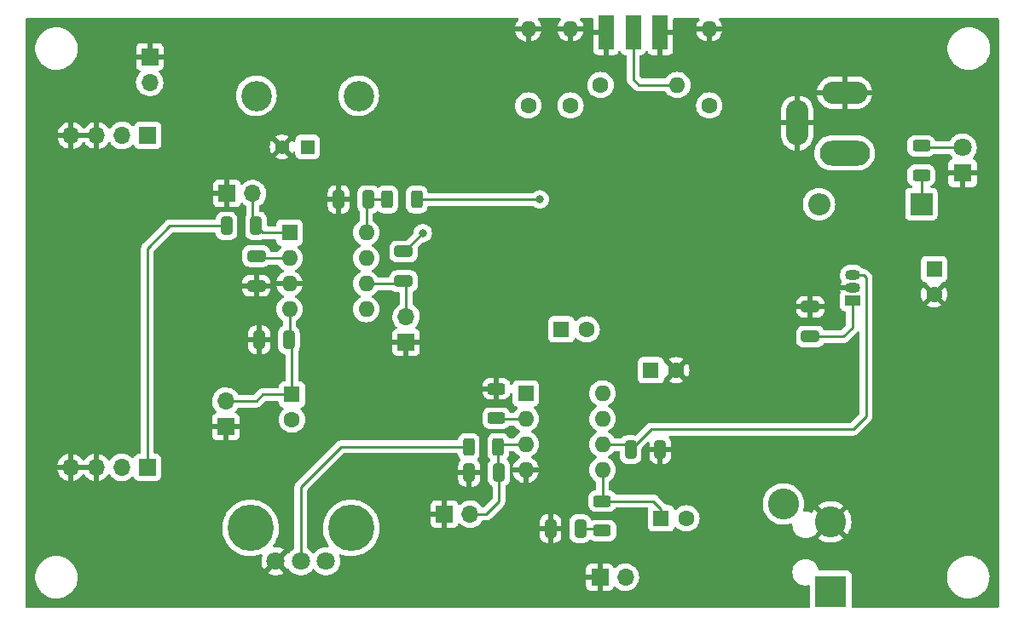
<source format=gbr>
%TF.GenerationSoftware,KiCad,Pcbnew,(6.0.7)*%
%TF.CreationDate,2024-07-22T14:21:25-04:00*%
%TF.ProjectId,DCR v2,44435220-7632-42e6-9b69-6361645f7063,rev?*%
%TF.SameCoordinates,Original*%
%TF.FileFunction,Copper,L1,Top*%
%TF.FilePolarity,Positive*%
%FSLAX46Y46*%
G04 Gerber Fmt 4.6, Leading zero omitted, Abs format (unit mm)*
G04 Created by KiCad (PCBNEW (6.0.7)) date 2024-07-22 14:21:25*
%MOMM*%
%LPD*%
G01*
G04 APERTURE LIST*
G04 Aperture macros list*
%AMRoundRect*
0 Rectangle with rounded corners*
0 $1 Rounding radius*
0 $2 $3 $4 $5 $6 $7 $8 $9 X,Y pos of 4 corners*
0 Add a 4 corners polygon primitive as box body*
4,1,4,$2,$3,$4,$5,$6,$7,$8,$9,$2,$3,0*
0 Add four circle primitives for the rounded corners*
1,1,$1+$1,$2,$3*
1,1,$1+$1,$4,$5*
1,1,$1+$1,$6,$7*
1,1,$1+$1,$8,$9*
0 Add four rect primitives between the rounded corners*
20,1,$1+$1,$2,$3,$4,$5,0*
20,1,$1+$1,$4,$5,$6,$7,0*
20,1,$1+$1,$6,$7,$8,$9,0*
20,1,$1+$1,$8,$9,$2,$3,0*%
G04 Aperture macros list end*
%TA.AperFunction,ComponentPad*%
%ADD10R,1.500000X1.050000*%
%TD*%
%TA.AperFunction,ComponentPad*%
%ADD11O,1.500000X1.050000*%
%TD*%
%TA.AperFunction,ComponentPad*%
%ADD12R,1.700000X1.700000*%
%TD*%
%TA.AperFunction,ComponentPad*%
%ADD13O,1.700000X1.700000*%
%TD*%
%TA.AperFunction,ComponentPad*%
%ADD14R,1.600000X1.600000*%
%TD*%
%TA.AperFunction,ComponentPad*%
%ADD15C,1.600000*%
%TD*%
%TA.AperFunction,SMDPad,CuDef*%
%ADD16RoundRect,0.250000X-0.325000X-0.650000X0.325000X-0.650000X0.325000X0.650000X-0.325000X0.650000X0*%
%TD*%
%TA.AperFunction,ComponentPad*%
%ADD17O,5.000000X2.500000*%
%TD*%
%TA.AperFunction,ComponentPad*%
%ADD18O,4.500000X2.250000*%
%TD*%
%TA.AperFunction,ComponentPad*%
%ADD19O,2.250000X4.500000*%
%TD*%
%TA.AperFunction,SMDPad,CuDef*%
%ADD20RoundRect,0.250000X-0.625000X0.312500X-0.625000X-0.312500X0.625000X-0.312500X0.625000X0.312500X0*%
%TD*%
%TA.AperFunction,ComponentPad*%
%ADD21O,1.600000X1.600000*%
%TD*%
%TA.AperFunction,SMDPad,CuDef*%
%ADD22RoundRect,0.250000X-0.650000X0.325000X-0.650000X-0.325000X0.650000X-0.325000X0.650000X0.325000X0*%
%TD*%
%TA.AperFunction,SMDPad,CuDef*%
%ADD23RoundRect,0.250000X0.625000X-0.312500X0.625000X0.312500X-0.625000X0.312500X-0.625000X-0.312500X0*%
%TD*%
%TA.AperFunction,SMDPad,CuDef*%
%ADD24RoundRect,0.250000X0.325000X0.650000X-0.325000X0.650000X-0.325000X-0.650000X0.325000X-0.650000X0*%
%TD*%
%TA.AperFunction,ComponentPad*%
%ADD25C,4.600000*%
%TD*%
%TA.AperFunction,ComponentPad*%
%ADD26C,1.800000*%
%TD*%
%TA.AperFunction,ComponentPad*%
%ADD27R,1.398000X1.398000*%
%TD*%
%TA.AperFunction,ComponentPad*%
%ADD28C,1.398000*%
%TD*%
%TA.AperFunction,ComponentPad*%
%ADD29C,3.015000*%
%TD*%
%TA.AperFunction,ComponentPad*%
%ADD30R,3.092000X3.092000*%
%TD*%
%TA.AperFunction,ComponentPad*%
%ADD31C,3.092000*%
%TD*%
%TA.AperFunction,SMDPad,CuDef*%
%ADD32RoundRect,0.250000X0.650000X-0.325000X0.650000X0.325000X-0.650000X0.325000X-0.650000X-0.325000X0*%
%TD*%
%TA.AperFunction,SMDPad,CuDef*%
%ADD33RoundRect,0.250000X-0.312500X-0.625000X0.312500X-0.625000X0.312500X0.625000X-0.312500X0.625000X0*%
%TD*%
%TA.AperFunction,SMDPad,CuDef*%
%ADD34R,1.500000X3.500000*%
%TD*%
%TA.AperFunction,ComponentPad*%
%ADD35R,1.800000X1.800000*%
%TD*%
%TA.AperFunction,ComponentPad*%
%ADD36R,2.200000X2.200000*%
%TD*%
%TA.AperFunction,ComponentPad*%
%ADD37O,2.200000X2.200000*%
%TD*%
%TA.AperFunction,SMDPad,CuDef*%
%ADD38RoundRect,0.250000X0.312500X0.625000X-0.312500X0.625000X-0.312500X-0.625000X0.312500X-0.625000X0*%
%TD*%
%TA.AperFunction,ViaPad*%
%ADD39C,0.800000*%
%TD*%
%TA.AperFunction,Conductor*%
%ADD40C,0.250000*%
%TD*%
G04 APERTURE END LIST*
D10*
%TO.P,U3,1,VO*%
%TO.N,RX6V*%
X181229000Y-80391000D03*
D11*
%TO.P,U3,2,GND*%
%TO.N,GND*%
X181229000Y-79121000D03*
%TO.P,U3,3,VI*%
%TO.N,12V*%
X181229000Y-77851000D03*
%TD*%
D12*
%TO.P,J10,1,Pin_1*%
%TO.N,GND*%
X140716000Y-101600000D03*
D13*
%TO.P,J10,2,Pin_2*%
%TO.N,Net-(C4-Pad1)*%
X143256000Y-101600000D03*
%TD*%
D14*
%TO.P,C7,1*%
%TO.N,12V*%
X189333500Y-77240349D03*
D15*
%TO.P,C7,2*%
%TO.N,GND*%
X189333500Y-79740349D03*
%TD*%
D14*
%TO.P,C11,1*%
%TO.N,Net-(C11-Pad1)*%
X161216500Y-87302500D03*
D15*
%TO.P,C11,2*%
%TO.N,GND*%
X163716500Y-87302500D03*
%TD*%
D16*
%TO.P,C8,1*%
%TO.N,Net-(C8-Pad1)*%
X119060700Y-72936100D03*
%TO.P,C8,2*%
%TO.N,Net-(C8-Pad2)*%
X122010700Y-72936100D03*
%TD*%
D17*
%TO.P,J4,1*%
%TO.N,Net-(D2-Pad2)*%
X180443500Y-65693000D03*
D18*
%TO.P,J4,2*%
%TO.N,GND*%
X180443500Y-59693000D03*
D19*
%TO.P,J4,3*%
X175743500Y-62693000D03*
%TD*%
D20*
%TO.P,R7,1*%
%TO.N,GND*%
X145859151Y-89142000D03*
%TO.P,R7,2*%
%TO.N,Net-(R7-Pad2)*%
X145859151Y-92067000D03*
%TD*%
D15*
%TO.P,R4,1*%
%TO.N,Net-(C6-Pad1)*%
X156210000Y-58928000D03*
D21*
%TO.P,R4,2*%
%TO.N,Net-(J3-Pad1)*%
X163830000Y-58928000D03*
%TD*%
D15*
%TO.P,R9,1*%
%TO.N,Net-(C6-Pad1)*%
X149034500Y-60960000D03*
D21*
%TO.P,R9,2*%
%TO.N,GND*%
X149034500Y-53340000D03*
%TD*%
D22*
%TO.P,C2,1*%
%TO.N,Net-(C2-Pad1)*%
X122018900Y-75941500D03*
%TO.P,C2,2*%
%TO.N,GND*%
X122018900Y-78891500D03*
%TD*%
D14*
%TO.P,U4,1,GAIN*%
%TO.N,Net-(C12-Pad1)*%
X148780500Y-89598500D03*
D21*
%TO.P,U4,2,-*%
%TO.N,Net-(R7-Pad2)*%
X148780500Y-92138500D03*
%TO.P,U4,3,+*%
%TO.N,Net-(C4-Pad1)*%
X148780500Y-94678500D03*
%TO.P,U4,4,GND*%
%TO.N,GND*%
X148780500Y-97218500D03*
%TO.P,U4,5*%
%TO.N,Net-(C15-Pad1)*%
X156400500Y-97218500D03*
%TO.P,U4,6,V+*%
%TO.N,12V*%
X156400500Y-94678500D03*
%TO.P,U4,7,BYPASS*%
%TO.N,Net-(C11-Pad1)*%
X156400500Y-92138500D03*
%TO.P,U4,8,GAIN*%
%TO.N,Net-(C12-Pad2)*%
X156400500Y-89598500D03*
%TD*%
D12*
%TO.P,J6,1,Pin_1*%
%TO.N,GND*%
X136906000Y-84518500D03*
D13*
%TO.P,J6,2,Pin_2*%
%TO.N,Net-(C6-Pad2)*%
X136906000Y-81978500D03*
%TD*%
D23*
%TO.P,R8,1*%
%TO.N,Net-(C14-Pad1)*%
X156390500Y-103243000D03*
%TO.P,R8,2*%
%TO.N,Net-(C15-Pad1)*%
X156390500Y-100318000D03*
%TD*%
D14*
%TO.P,C15,1*%
%TO.N,Net-(C15-Pad1)*%
X162232500Y-102034500D03*
D15*
%TO.P,C15,2*%
%TO.N,Net-(C15-Pad2)*%
X164732500Y-102034500D03*
%TD*%
D12*
%TO.P,J7,1,Pin_1*%
%TO.N,GND*%
X118999000Y-92905500D03*
D13*
%TO.P,J7,2,Pin_2*%
%TO.N,Net-(C1-Pad1)*%
X118999000Y-90365500D03*
%TD*%
D22*
%TO.P,C6,1*%
%TO.N,Net-(C6-Pad1)*%
X136652000Y-75487000D03*
%TO.P,C6,2*%
%TO.N,Net-(C6-Pad2)*%
X136652000Y-78437000D03*
%TD*%
D24*
%TO.P,C4,1*%
%TO.N,Net-(C4-Pad1)*%
X146113151Y-97462500D03*
%TO.P,C4,2*%
%TO.N,GND*%
X143163151Y-97462500D03*
%TD*%
%TO.P,C5,1*%
%TO.N,Net-(C5-Pad1)*%
X133158400Y-70304500D03*
%TO.P,C5,2*%
%TO.N,GND*%
X130208400Y-70304500D03*
%TD*%
D25*
%TO.P,RV1,*%
%TO.N,*%
X121453500Y-102986000D03*
X131453500Y-102986000D03*
D26*
%TO.P,RV1,1,1*%
%TO.N,GND*%
X123953500Y-106286000D03*
%TO.P,RV1,2,2*%
%TO.N,Net-(R1-Pad1)*%
X126453500Y-106286000D03*
%TO.P,RV1,3,3*%
%TO.N,Net-(C3-Pad2)*%
X128953500Y-106286000D03*
%TD*%
D27*
%TO.P,J1,1,1*%
%TO.N,Net-(J1-Pad1)*%
X127114300Y-65089000D03*
D28*
%TO.P,J1,2,2*%
%TO.N,GND*%
X124574300Y-65089000D03*
D29*
%TO.P,J1,P1,SHIELD*%
%TO.N,unconnected-(J1-PadP1)*%
X122034300Y-60009000D03*
%TO.P,J1,P2,SHIELD*%
%TO.N,unconnected-(J1-PadP2)*%
X132194300Y-60009000D03*
%TD*%
D30*
%TO.P,J5,1,1*%
%TO.N,Net-(C15-Pad2)*%
X179070500Y-109285500D03*
D31*
%TO.P,J5,2,2*%
%TO.N,GND*%
X179070500Y-102385500D03*
%TO.P,J5,3,3*%
%TO.N,unconnected-(J5-Pad3)*%
X174370500Y-100585500D03*
%TD*%
D15*
%TO.P,R3,1*%
%TO.N,Net-(C6-Pad1)*%
X153225500Y-60960000D03*
D21*
%TO.P,R3,2*%
%TO.N,GND*%
X153225500Y-53340000D03*
%TD*%
D32*
%TO.P,C10,1*%
%TO.N,RX6V*%
X177038000Y-83947000D03*
%TO.P,C10,2*%
%TO.N,GND*%
X177038000Y-80997000D03*
%TD*%
D33*
%TO.P,R1,1*%
%TO.N,Net-(R1-Pad1)*%
X143126651Y-94922500D03*
%TO.P,R1,2*%
%TO.N,Net-(C4-Pad1)*%
X146051651Y-94922500D03*
%TD*%
D14*
%TO.P,C3,1*%
%TO.N,Net-(C1-Pad1)*%
X125564900Y-89715849D03*
D15*
%TO.P,C3,2*%
%TO.N,Net-(C3-Pad2)*%
X125564900Y-92215849D03*
%TD*%
D14*
%TO.P,U2,1,IN_A*%
%TO.N,Net-(C8-Pad2)*%
X125320900Y-73606500D03*
D21*
%TO.P,U2,2,IN_B*%
%TO.N,Net-(C2-Pad1)*%
X125320900Y-76146500D03*
%TO.P,U2,3,GND*%
%TO.N,GND*%
X125320900Y-78686500D03*
%TO.P,U2,4,OUT_A*%
%TO.N,Net-(C1-Pad1)*%
X125320900Y-81226500D03*
%TO.P,U2,5,OUT_B*%
%TO.N,unconnected-(U2-Pad5)*%
X132940900Y-81226500D03*
%TO.P,U2,6,OSC_B*%
%TO.N,Net-(C6-Pad2)*%
X132940900Y-78686500D03*
%TO.P,U2,7,OSC_E*%
%TO.N,unconnected-(U2-Pad7)*%
X132940900Y-76146500D03*
%TO.P,U2,8,Vcc*%
%TO.N,Net-(C5-Pad1)*%
X132940900Y-73606500D03*
%TD*%
D34*
%TO.P,J3,1*%
%TO.N,Net-(J3-Pad1)*%
X159448500Y-53685000D03*
%TO.P,J3,G1*%
%TO.N,GND*%
X162148500Y-53685000D03*
%TO.P,J3,G2*%
X156748500Y-53685000D03*
%TD*%
D24*
%TO.P,C14,1*%
%TO.N,Net-(C14-Pad1)*%
X154192151Y-103050500D03*
%TO.P,C14,2*%
%TO.N,GND*%
X151242151Y-103050500D03*
%TD*%
D35*
%TO.P,D1,1,K*%
%TO.N,GND*%
X192163700Y-67703700D03*
D26*
%TO.P,D1,2,A*%
%TO.N,Net-(D1-Pad2)*%
X192163700Y-65163700D03*
%TD*%
D36*
%TO.P,D2,1,K*%
%TO.N,12V*%
X188063500Y-70773000D03*
D37*
%TO.P,D2,2,A*%
%TO.N,Net-(D2-Pad2)*%
X177903500Y-70773000D03*
%TD*%
D16*
%TO.P,C13,1*%
%TO.N,12V*%
X159194500Y-95186500D03*
%TO.P,C13,2*%
%TO.N,GND*%
X162144500Y-95186500D03*
%TD*%
D12*
%TO.P,J9,1,Pin_1*%
%TO.N,GND*%
X156141500Y-107886500D03*
D13*
%TO.P,J9,2,Pin_2*%
%TO.N,Net-(C15-Pad1)*%
X158681500Y-107886500D03*
%TD*%
D24*
%TO.P,C1,1*%
%TO.N,Net-(C1-Pad1)*%
X125261900Y-84264500D03*
%TO.P,C1,2*%
%TO.N,GND*%
X122311900Y-84264500D03*
%TD*%
D14*
%TO.P,C12,1*%
%TO.N,Net-(C12-Pad1)*%
X152326500Y-83238500D03*
D15*
%TO.P,C12,2*%
%TO.N,Net-(C12-Pad2)*%
X154826500Y-83238500D03*
%TD*%
%TO.P,R5,1*%
%TO.N,Net-(J3-Pad1)*%
X167005000Y-60960000D03*
D21*
%TO.P,R5,2*%
%TO.N,GND*%
X167005000Y-53340000D03*
%TD*%
D23*
%TO.P,R6,1*%
%TO.N,12V*%
X188063500Y-67917500D03*
%TO.P,R6,2*%
%TO.N,Net-(D1-Pad2)*%
X188063500Y-64992500D03*
%TD*%
D12*
%TO.P,U1,1,IN*%
%TO.N,Net-(J1-Pad1)*%
X111259900Y-63944500D03*
D13*
%TO.P,U1,2,IN*%
X108719900Y-63944500D03*
%TO.P,U1,3,GND*%
%TO.N,GND*%
X106179900Y-63944500D03*
%TO.P,U1,4,GND*%
X103639900Y-63944500D03*
%TO.P,U1,5,GND*%
X103593900Y-96964500D03*
%TO.P,U1,6,GND*%
X106133900Y-96964500D03*
%TO.P,U1,7,OUT*%
%TO.N,Net-(C8-Pad1)*%
X108673900Y-96964500D03*
D12*
%TO.P,U1,8,OUT*%
X111213900Y-96964500D03*
%TD*%
%TO.P,J8,1,Pin_1*%
%TO.N,GND*%
X111442500Y-56129000D03*
D13*
%TO.P,J8,2,Pin_2*%
%TO.N,Net-(J1-Pad1)*%
X111442500Y-58669000D03*
%TD*%
D12*
%TO.P,J2,1,Pin_1*%
%TO.N,GND*%
X119121000Y-69723000D03*
D13*
%TO.P,J2,2,Pin_2*%
%TO.N,Net-(C8-Pad2)*%
X121661000Y-69723000D03*
%TD*%
D38*
%TO.P,R2,1*%
%TO.N,RX6V*%
X137959400Y-70304500D03*
%TO.P,R2,2*%
%TO.N,Net-(C5-Pad1)*%
X135034400Y-70304500D03*
%TD*%
D39*
%TO.N,Net-(C6-Pad1)*%
X138557000Y-73660000D03*
%TO.N,RX6V*%
X150167500Y-70304500D03*
%TD*%
D40*
%TO.N,12V*%
X182562500Y-78105000D02*
X182308500Y-77851000D01*
X182308500Y-77851000D02*
X181229000Y-77851000D01*
X182562500Y-91884500D02*
X182562500Y-78105000D01*
%TO.N,RX6V*%
X181229000Y-83058000D02*
X181229000Y-80391000D01*
X180340000Y-83947000D02*
X181229000Y-83058000D01*
X177038000Y-83947000D02*
X180340000Y-83947000D01*
%TO.N,Net-(C1-Pad1)*%
X122691651Y-89715849D02*
X125564900Y-89715849D01*
X122042000Y-90365500D02*
X122691651Y-89715849D01*
X125320900Y-84205500D02*
X125261900Y-84264500D01*
X125564900Y-84567500D02*
X125564900Y-89715849D01*
X118999000Y-90365500D02*
X122042000Y-90365500D01*
X125261900Y-84264500D02*
X125564900Y-84567500D01*
X125320900Y-81226500D02*
X125320900Y-84205500D01*
%TO.N,Net-(C2-Pad1)*%
X122223900Y-76146500D02*
X125320900Y-76146500D01*
X122018900Y-75941500D02*
X122223900Y-76146500D01*
%TO.N,Net-(C4-Pad1)*%
X146051651Y-94922500D02*
X146295651Y-94678500D01*
X146051651Y-94922500D02*
X146051651Y-97401000D01*
X144843500Y-101600000D02*
X143256000Y-101600000D01*
X146113151Y-100330349D02*
X144843500Y-101600000D01*
X146051651Y-97401000D02*
X146113151Y-97462500D01*
X146113151Y-97462500D02*
X146113151Y-100330349D01*
X146295651Y-94678500D02*
X148780500Y-94678500D01*
%TO.N,Net-(C5-Pad1)*%
X133158400Y-70304500D02*
X135034400Y-70304500D01*
X133158400Y-70304500D02*
X132940900Y-70522000D01*
X132940900Y-70522000D02*
X132940900Y-73606500D01*
%TO.N,Net-(C6-Pad1)*%
X136730000Y-75487000D02*
X138557000Y-73660000D01*
X136652000Y-75487000D02*
X136730000Y-75487000D01*
%TO.N,12V*%
X159233500Y-95176500D02*
X161255500Y-93154500D01*
X181292500Y-93154500D02*
X182562500Y-91884500D01*
X158735500Y-94678500D02*
X159233500Y-95176500D01*
X188063500Y-67917500D02*
X188063500Y-70773000D01*
X161255500Y-93154500D02*
X181292500Y-93154500D01*
X156400500Y-94678500D02*
X158735500Y-94678500D01*
%TO.N,RX6V*%
X137959400Y-70304500D02*
X150167500Y-70304500D01*
%TO.N,Net-(D1-Pad2)*%
X188063500Y-64992500D02*
X188234700Y-65163700D01*
X188234700Y-65163700D02*
X192163700Y-65163700D01*
%TO.N,Net-(C6-Pad2)*%
X136402500Y-78686500D02*
X136652000Y-78437000D01*
X132940900Y-78686500D02*
X136402500Y-78686500D01*
X136652000Y-78437000D02*
X136906000Y-78691000D01*
X136906000Y-78691000D02*
X136906000Y-81978500D01*
%TO.N,Net-(J3-Pad1)*%
X160020000Y-58928000D02*
X163830000Y-58928000D01*
X159448500Y-58356500D02*
X160020000Y-58928000D01*
X159448500Y-53685000D02*
X159448500Y-58356500D01*
%TO.N,Net-(R1-Pad1)*%
X126453500Y-98908000D02*
X130439000Y-94922500D01*
X126453500Y-106286000D02*
X126453500Y-98908000D01*
X130439000Y-94922500D02*
X143126651Y-94922500D01*
%TO.N,Net-(C8-Pad1)*%
X111213900Y-75171300D02*
X111213900Y-96964500D01*
X119060700Y-72936100D02*
X113449100Y-72936100D01*
X113449100Y-72936100D02*
X111213900Y-75171300D01*
%TO.N,Net-(C14-Pad1)*%
X156198000Y-103050500D02*
X156390500Y-103243000D01*
X154192151Y-103050500D02*
X156198000Y-103050500D01*
%TO.N,Net-(C15-Pad1)*%
X162232500Y-101082000D02*
X162232500Y-102034500D01*
X156400500Y-100308000D02*
X156390500Y-100318000D01*
X156400500Y-97218500D02*
X156400500Y-100308000D01*
X156390500Y-100318000D02*
X161468500Y-100318000D01*
X161468500Y-100318000D02*
X162232500Y-101082000D01*
%TO.N,Net-(R7-Pad2)*%
X145859151Y-92067000D02*
X145930651Y-92138500D01*
X145930651Y-92138500D02*
X148780500Y-92138500D01*
%TO.N,Net-(C8-Pad2)*%
X121661000Y-69723000D02*
X121661000Y-72586400D01*
X121661000Y-72586400D02*
X122010700Y-72936100D01*
X122010700Y-72936100D02*
X122681100Y-73606500D01*
X122681100Y-73606500D02*
X125320900Y-73606500D01*
%TD*%
%TA.AperFunction,Conductor*%
%TO.N,GND*%
G36*
X148027640Y-52281002D02*
G01*
X148074133Y-52334658D01*
X148084237Y-52404932D01*
X148054743Y-52469512D01*
X148048614Y-52476095D01*
X148032584Y-52492125D01*
X148025528Y-52500533D01*
X147900569Y-52678993D01*
X147895086Y-52688489D01*
X147803010Y-52885947D01*
X147799264Y-52896239D01*
X147753106Y-53068503D01*
X147753442Y-53082599D01*
X147761384Y-53086000D01*
X150302467Y-53086000D01*
X150315998Y-53082027D01*
X150317227Y-53073478D01*
X150269736Y-52896239D01*
X150265990Y-52885947D01*
X150173914Y-52688489D01*
X150168431Y-52678993D01*
X150043472Y-52500533D01*
X150036416Y-52492125D01*
X150020386Y-52476095D01*
X149986360Y-52413783D01*
X149991425Y-52342968D01*
X150033972Y-52286132D01*
X150100492Y-52261321D01*
X150109481Y-52261000D01*
X152150519Y-52261000D01*
X152218640Y-52281002D01*
X152265133Y-52334658D01*
X152275237Y-52404932D01*
X152245743Y-52469512D01*
X152239614Y-52476095D01*
X152223584Y-52492125D01*
X152216528Y-52500533D01*
X152091569Y-52678993D01*
X152086086Y-52688489D01*
X151994010Y-52885947D01*
X151990264Y-52896239D01*
X151944106Y-53068503D01*
X151944442Y-53082599D01*
X151952384Y-53086000D01*
X154493467Y-53086000D01*
X154506998Y-53082027D01*
X154508227Y-53073478D01*
X154460736Y-52896239D01*
X154456990Y-52885947D01*
X154364914Y-52688489D01*
X154359431Y-52678993D01*
X154234472Y-52500533D01*
X154227416Y-52492125D01*
X154211386Y-52476095D01*
X154177360Y-52413783D01*
X154182425Y-52342968D01*
X154224972Y-52286132D01*
X154291492Y-52261321D01*
X154300481Y-52261000D01*
X155364500Y-52261000D01*
X155432621Y-52281002D01*
X155479114Y-52334658D01*
X155490500Y-52387000D01*
X155490500Y-53412885D01*
X155494975Y-53428124D01*
X155496365Y-53429329D01*
X155504048Y-53431000D01*
X156876500Y-53431000D01*
X156944621Y-53451002D01*
X156991114Y-53504658D01*
X157002500Y-53557000D01*
X157002500Y-55924884D01*
X157006975Y-55940123D01*
X157008365Y-55941328D01*
X157016048Y-55942999D01*
X157543169Y-55942999D01*
X157549990Y-55942629D01*
X157600852Y-55937105D01*
X157616104Y-55933479D01*
X157736554Y-55888324D01*
X157752149Y-55879786D01*
X157854224Y-55803285D01*
X157866785Y-55790724D01*
X157943286Y-55688649D01*
X157951824Y-55673054D01*
X157980251Y-55597226D01*
X158022893Y-55540462D01*
X158089454Y-55515762D01*
X158158803Y-55530970D01*
X158208921Y-55581256D01*
X158216215Y-55597226D01*
X158247885Y-55681705D01*
X158335239Y-55798261D01*
X158451795Y-55885615D01*
X158588184Y-55936745D01*
X158650366Y-55943500D01*
X158689000Y-55943500D01*
X158757121Y-55963502D01*
X158803614Y-56017158D01*
X158815000Y-56069500D01*
X158815000Y-58277733D01*
X158814473Y-58288916D01*
X158812798Y-58296409D01*
X158813047Y-58304335D01*
X158813047Y-58304336D01*
X158814938Y-58364486D01*
X158815000Y-58368445D01*
X158815000Y-58396356D01*
X158815497Y-58400290D01*
X158815497Y-58400291D01*
X158815505Y-58400356D01*
X158816438Y-58412193D01*
X158817827Y-58456389D01*
X158822878Y-58473775D01*
X158823478Y-58475839D01*
X158827487Y-58495200D01*
X158830026Y-58515297D01*
X158832945Y-58522668D01*
X158832945Y-58522670D01*
X158846304Y-58556412D01*
X158850149Y-58567642D01*
X158862482Y-58610093D01*
X158866515Y-58616912D01*
X158866517Y-58616917D01*
X158872793Y-58627528D01*
X158881488Y-58645276D01*
X158888948Y-58664117D01*
X158893610Y-58670533D01*
X158893610Y-58670534D01*
X158914936Y-58699887D01*
X158921452Y-58709807D01*
X158938663Y-58738908D01*
X158943958Y-58747862D01*
X158958279Y-58762183D01*
X158971119Y-58777216D01*
X158983028Y-58793607D01*
X159014913Y-58819984D01*
X159017093Y-58821788D01*
X159025874Y-58829778D01*
X159516353Y-59320258D01*
X159523887Y-59328537D01*
X159528000Y-59335018D01*
X159577651Y-59381643D01*
X159580493Y-59384398D01*
X159600230Y-59404135D01*
X159603427Y-59406615D01*
X159612447Y-59414318D01*
X159644679Y-59444586D01*
X159651625Y-59448405D01*
X159651628Y-59448407D01*
X159662434Y-59454348D01*
X159678953Y-59465199D01*
X159694959Y-59477614D01*
X159702228Y-59480759D01*
X159702232Y-59480762D01*
X159735537Y-59495174D01*
X159746187Y-59500391D01*
X159784940Y-59521695D01*
X159792615Y-59523666D01*
X159792616Y-59523666D01*
X159804562Y-59526733D01*
X159823267Y-59533137D01*
X159841855Y-59541181D01*
X159849678Y-59542420D01*
X159849688Y-59542423D01*
X159885524Y-59548099D01*
X159897144Y-59550505D01*
X159932289Y-59559528D01*
X159939970Y-59561500D01*
X159960224Y-59561500D01*
X159979934Y-59563051D01*
X159999943Y-59566220D01*
X160007835Y-59565474D01*
X160043961Y-59562059D01*
X160055819Y-59561500D01*
X162610606Y-59561500D01*
X162678727Y-59581502D01*
X162713819Y-59615229D01*
X162820643Y-59767789D01*
X162823802Y-59772300D01*
X162985700Y-59934198D01*
X162990208Y-59937355D01*
X162990211Y-59937357D01*
X163045663Y-59976185D01*
X163173251Y-60065523D01*
X163178233Y-60067846D01*
X163178238Y-60067849D01*
X163375775Y-60159961D01*
X163380757Y-60162284D01*
X163386065Y-60163706D01*
X163386067Y-60163707D01*
X163596598Y-60220119D01*
X163596600Y-60220119D01*
X163601913Y-60221543D01*
X163830000Y-60241498D01*
X164058087Y-60221543D01*
X164063400Y-60220119D01*
X164063402Y-60220119D01*
X164273933Y-60163707D01*
X164273935Y-60163706D01*
X164279243Y-60162284D01*
X164284225Y-60159961D01*
X164481762Y-60067849D01*
X164481767Y-60067846D01*
X164486749Y-60065523D01*
X164614337Y-59976185D01*
X164669789Y-59937357D01*
X164669792Y-59937355D01*
X164674300Y-59934198D01*
X164836198Y-59772300D01*
X164859491Y-59739035D01*
X164910646Y-59665978D01*
X164967523Y-59584749D01*
X164969846Y-59579767D01*
X164969849Y-59579762D01*
X165041265Y-59426608D01*
X177703053Y-59426608D01*
X177705031Y-59436029D01*
X177716498Y-59439000D01*
X180171385Y-59439000D01*
X180186624Y-59434525D01*
X180187829Y-59433135D01*
X180189500Y-59425452D01*
X180189500Y-59420885D01*
X180697500Y-59420885D01*
X180701975Y-59436124D01*
X180703365Y-59437329D01*
X180711048Y-59439000D01*
X183168445Y-59439000D01*
X183183238Y-59434656D01*
X183184358Y-59428319D01*
X183127533Y-59191627D01*
X183124484Y-59182242D01*
X183029908Y-58953915D01*
X183025427Y-58945121D01*
X182896292Y-58734392D01*
X182890499Y-58726419D01*
X182729984Y-58538480D01*
X182723020Y-58531516D01*
X182535081Y-58371001D01*
X182527108Y-58365208D01*
X182316379Y-58236073D01*
X182307585Y-58231592D01*
X182079258Y-58137016D01*
X182069873Y-58133967D01*
X181829560Y-58076272D01*
X181819813Y-58074729D01*
X181635124Y-58060193D01*
X181630197Y-58060000D01*
X180715615Y-58060000D01*
X180700376Y-58064475D01*
X180699171Y-58065865D01*
X180697500Y-58073548D01*
X180697500Y-59420885D01*
X180189500Y-59420885D01*
X180189500Y-58078115D01*
X180185025Y-58062876D01*
X180183635Y-58061671D01*
X180175952Y-58060000D01*
X179256803Y-58060000D01*
X179251876Y-58060193D01*
X179067187Y-58074729D01*
X179057440Y-58076272D01*
X178817127Y-58133967D01*
X178807742Y-58137016D01*
X178579415Y-58231592D01*
X178570621Y-58236073D01*
X178359892Y-58365208D01*
X178351919Y-58371001D01*
X178163980Y-58531516D01*
X178157016Y-58538480D01*
X177996501Y-58726419D01*
X177990708Y-58734392D01*
X177861573Y-58945121D01*
X177857092Y-58953915D01*
X177762516Y-59182242D01*
X177759467Y-59191627D01*
X177703053Y-59426608D01*
X165041265Y-59426608D01*
X165061961Y-59382225D01*
X165061961Y-59382224D01*
X165064284Y-59377243D01*
X165088192Y-59288020D01*
X165122119Y-59161402D01*
X165122119Y-59161400D01*
X165123543Y-59156087D01*
X165143498Y-58928000D01*
X165123543Y-58699913D01*
X165122119Y-58694598D01*
X165065707Y-58484067D01*
X165065706Y-58484065D01*
X165064284Y-58478757D01*
X165046837Y-58441342D01*
X164969849Y-58276238D01*
X164969846Y-58276233D01*
X164967523Y-58271251D01*
X164894098Y-58166389D01*
X164839357Y-58088211D01*
X164839355Y-58088208D01*
X164836198Y-58083700D01*
X164674300Y-57921802D01*
X164669792Y-57918645D01*
X164669789Y-57918643D01*
X164553586Y-57837277D01*
X164486749Y-57790477D01*
X164481767Y-57788154D01*
X164481762Y-57788151D01*
X164284225Y-57696039D01*
X164284224Y-57696039D01*
X164279243Y-57693716D01*
X164273935Y-57692294D01*
X164273933Y-57692293D01*
X164063402Y-57635881D01*
X164063400Y-57635881D01*
X164058087Y-57634457D01*
X163830000Y-57614502D01*
X163601913Y-57634457D01*
X163596600Y-57635881D01*
X163596598Y-57635881D01*
X163386067Y-57692293D01*
X163386065Y-57692294D01*
X163380757Y-57693716D01*
X163375776Y-57696039D01*
X163375775Y-57696039D01*
X163178238Y-57788151D01*
X163178233Y-57788154D01*
X163173251Y-57790477D01*
X163106414Y-57837277D01*
X162990211Y-57918643D01*
X162990208Y-57918645D01*
X162985700Y-57921802D01*
X162823802Y-58083700D01*
X162820645Y-58088208D01*
X162820643Y-58088211D01*
X162713819Y-58240771D01*
X162658362Y-58285099D01*
X162610606Y-58294500D01*
X160334595Y-58294500D01*
X160266474Y-58274498D01*
X160245499Y-58257595D01*
X160118904Y-58130999D01*
X160084879Y-58068687D01*
X160082000Y-58041904D01*
X160082000Y-56069500D01*
X160102002Y-56001379D01*
X160155658Y-55954886D01*
X160208000Y-55943500D01*
X160246634Y-55943500D01*
X160308816Y-55936745D01*
X160445205Y-55885615D01*
X160561761Y-55798261D01*
X160649115Y-55681705D01*
X160680785Y-55597226D01*
X160723427Y-55540462D01*
X160789988Y-55515762D01*
X160859337Y-55530970D01*
X160909455Y-55581256D01*
X160916749Y-55597226D01*
X160945176Y-55673054D01*
X160953714Y-55688649D01*
X161030215Y-55790724D01*
X161042776Y-55803285D01*
X161144851Y-55879786D01*
X161160446Y-55888324D01*
X161280894Y-55933478D01*
X161296149Y-55937105D01*
X161347014Y-55942631D01*
X161353828Y-55943000D01*
X161876385Y-55943000D01*
X161891624Y-55938525D01*
X161892829Y-55937135D01*
X161894500Y-55929452D01*
X161894500Y-55924884D01*
X162402500Y-55924884D01*
X162406975Y-55940123D01*
X162408365Y-55941328D01*
X162416048Y-55942999D01*
X162943169Y-55942999D01*
X162949990Y-55942629D01*
X163000852Y-55937105D01*
X163016104Y-55933479D01*
X163136554Y-55888324D01*
X163152149Y-55879786D01*
X163254224Y-55803285D01*
X163266785Y-55790724D01*
X163343286Y-55688649D01*
X163351824Y-55673054D01*
X163396978Y-55552606D01*
X163400605Y-55537351D01*
X163406131Y-55486486D01*
X163406500Y-55479672D01*
X163406500Y-55441203D01*
X190676743Y-55441203D01*
X190677302Y-55445447D01*
X190677302Y-55445451D01*
X190682705Y-55486490D01*
X190714268Y-55726234D01*
X190790129Y-56003536D01*
X190902923Y-56267976D01*
X191050561Y-56514661D01*
X191230313Y-56739028D01*
X191438851Y-56936923D01*
X191559575Y-57023672D01*
X191661073Y-57096606D01*
X191672317Y-57104686D01*
X191676112Y-57106695D01*
X191676113Y-57106696D01*
X191697869Y-57118215D01*
X191926392Y-57239212D01*
X191950699Y-57248107D01*
X192187391Y-57334724D01*
X192196373Y-57338011D01*
X192477264Y-57399255D01*
X192505841Y-57401504D01*
X192700282Y-57416807D01*
X192700291Y-57416807D01*
X192702739Y-57417000D01*
X192858271Y-57417000D01*
X192860407Y-57416854D01*
X192860418Y-57416854D01*
X193068548Y-57402665D01*
X193068554Y-57402664D01*
X193072825Y-57402373D01*
X193077020Y-57401504D01*
X193077022Y-57401504D01*
X193320564Y-57351069D01*
X193354342Y-57344074D01*
X193625343Y-57248107D01*
X193880812Y-57116250D01*
X193884313Y-57113789D01*
X193884317Y-57113787D01*
X194012541Y-57023669D01*
X194116023Y-56950941D01*
X194326622Y-56755240D01*
X194508713Y-56532768D01*
X194658927Y-56287642D01*
X194774483Y-56024398D01*
X194853244Y-55747906D01*
X194893751Y-55463284D01*
X194893845Y-55445451D01*
X194895235Y-55180083D01*
X194895235Y-55180076D01*
X194895257Y-55175797D01*
X194857732Y-54890766D01*
X194781871Y-54613464D01*
X194763967Y-54571490D01*
X194670763Y-54352976D01*
X194670761Y-54352972D01*
X194669077Y-54349024D01*
X194521439Y-54102339D01*
X194341687Y-53877972D01*
X194133149Y-53680077D01*
X193899683Y-53512314D01*
X193885224Y-53504658D01*
X193767612Y-53442386D01*
X193645608Y-53377788D01*
X193375627Y-53278989D01*
X193094736Y-53217745D01*
X193063685Y-53215301D01*
X192871718Y-53200193D01*
X192871709Y-53200193D01*
X192869261Y-53200000D01*
X192713729Y-53200000D01*
X192711593Y-53200146D01*
X192711582Y-53200146D01*
X192503452Y-53214335D01*
X192503446Y-53214336D01*
X192499175Y-53214627D01*
X192494980Y-53215496D01*
X192494978Y-53215496D01*
X192358416Y-53243777D01*
X192217658Y-53272926D01*
X191946657Y-53368893D01*
X191942848Y-53370859D01*
X191804267Y-53442386D01*
X191691188Y-53500750D01*
X191687687Y-53503211D01*
X191687683Y-53503213D01*
X191685627Y-53504658D01*
X191455977Y-53666059D01*
X191245378Y-53861760D01*
X191063287Y-54084232D01*
X190913073Y-54329358D01*
X190911347Y-54333291D01*
X190911346Y-54333292D01*
X190805140Y-54575236D01*
X190797517Y-54592602D01*
X190718756Y-54869094D01*
X190678249Y-55153716D01*
X190678227Y-55158005D01*
X190678226Y-55158012D01*
X190676765Y-55436917D01*
X190676743Y-55441203D01*
X163406500Y-55441203D01*
X163406500Y-53957115D01*
X163402025Y-53941876D01*
X163400635Y-53940671D01*
X163392952Y-53939000D01*
X162420615Y-53939000D01*
X162405376Y-53943475D01*
X162404171Y-53944865D01*
X162402500Y-53952548D01*
X162402500Y-55924884D01*
X161894500Y-55924884D01*
X161894500Y-53606522D01*
X165722273Y-53606522D01*
X165769764Y-53783761D01*
X165773510Y-53794053D01*
X165865586Y-53991511D01*
X165871069Y-54001007D01*
X165996028Y-54179467D01*
X166003084Y-54187875D01*
X166157125Y-54341916D01*
X166165533Y-54348972D01*
X166343993Y-54473931D01*
X166353489Y-54479414D01*
X166550947Y-54571490D01*
X166561239Y-54575236D01*
X166733503Y-54621394D01*
X166747599Y-54621058D01*
X166751000Y-54613116D01*
X166751000Y-54607967D01*
X167259000Y-54607967D01*
X167262973Y-54621498D01*
X167271522Y-54622727D01*
X167448761Y-54575236D01*
X167459053Y-54571490D01*
X167656511Y-54479414D01*
X167666007Y-54473931D01*
X167844467Y-54348972D01*
X167852875Y-54341916D01*
X168006916Y-54187875D01*
X168013972Y-54179467D01*
X168138931Y-54001007D01*
X168144414Y-53991511D01*
X168236490Y-53794053D01*
X168240236Y-53783761D01*
X168286394Y-53611497D01*
X168286058Y-53597401D01*
X168278116Y-53594000D01*
X167277115Y-53594000D01*
X167261876Y-53598475D01*
X167260671Y-53599865D01*
X167259000Y-53607548D01*
X167259000Y-54607967D01*
X166751000Y-54607967D01*
X166751000Y-53612115D01*
X166746525Y-53596876D01*
X166745135Y-53595671D01*
X166737452Y-53594000D01*
X165737033Y-53594000D01*
X165723502Y-53597973D01*
X165722273Y-53606522D01*
X161894500Y-53606522D01*
X161894500Y-53557000D01*
X161914502Y-53488879D01*
X161968158Y-53442386D01*
X162020500Y-53431000D01*
X163388384Y-53431000D01*
X163403623Y-53426525D01*
X163404828Y-53425135D01*
X163406499Y-53417452D01*
X163406499Y-52387000D01*
X163426501Y-52318879D01*
X163480157Y-52272386D01*
X163532499Y-52261000D01*
X165930019Y-52261000D01*
X165998140Y-52281002D01*
X166044633Y-52334658D01*
X166054737Y-52404932D01*
X166025243Y-52469512D01*
X166019114Y-52476095D01*
X166003084Y-52492125D01*
X165996028Y-52500533D01*
X165871069Y-52678993D01*
X165865586Y-52688489D01*
X165773510Y-52885947D01*
X165769764Y-52896239D01*
X165723606Y-53068503D01*
X165723942Y-53082599D01*
X165731884Y-53086000D01*
X168272967Y-53086000D01*
X168286498Y-53082027D01*
X168287727Y-53073478D01*
X168240236Y-52896239D01*
X168236490Y-52885947D01*
X168144414Y-52688489D01*
X168138931Y-52678993D01*
X168013972Y-52500533D01*
X168006916Y-52492125D01*
X167990886Y-52476095D01*
X167956860Y-52413783D01*
X167961925Y-52342968D01*
X168004472Y-52286132D01*
X168070992Y-52261321D01*
X168079981Y-52261000D01*
X195644000Y-52261000D01*
X195712121Y-52281002D01*
X195758614Y-52334658D01*
X195770000Y-52387000D01*
X195770000Y-110808000D01*
X195749998Y-110876121D01*
X195696342Y-110922614D01*
X195644000Y-110934000D01*
X181251000Y-110934000D01*
X181182879Y-110913998D01*
X181136386Y-110860342D01*
X181125000Y-110808000D01*
X181125000Y-108019203D01*
X190613243Y-108019203D01*
X190613802Y-108023447D01*
X190613802Y-108023451D01*
X190620749Y-108076215D01*
X190650768Y-108304234D01*
X190726629Y-108581536D01*
X190728313Y-108585484D01*
X190819470Y-108799196D01*
X190839423Y-108845976D01*
X190987061Y-109092661D01*
X191166813Y-109317028D01*
X191375351Y-109514923D01*
X191608817Y-109682686D01*
X191612612Y-109684695D01*
X191612613Y-109684696D01*
X191634369Y-109696215D01*
X191862892Y-109817212D01*
X192132873Y-109916011D01*
X192413764Y-109977255D01*
X192442341Y-109979504D01*
X192636782Y-109994807D01*
X192636791Y-109994807D01*
X192639239Y-109995000D01*
X192794771Y-109995000D01*
X192796907Y-109994854D01*
X192796918Y-109994854D01*
X193005048Y-109980665D01*
X193005054Y-109980664D01*
X193009325Y-109980373D01*
X193013520Y-109979504D01*
X193013522Y-109979504D01*
X193150083Y-109951224D01*
X193290842Y-109922074D01*
X193561843Y-109826107D01*
X193817312Y-109694250D01*
X193820813Y-109691789D01*
X193820817Y-109691787D01*
X193934918Y-109611595D01*
X194052523Y-109528941D01*
X194263122Y-109333240D01*
X194445213Y-109110768D01*
X194595427Y-108865642D01*
X194599427Y-108856531D01*
X194709257Y-108606330D01*
X194710983Y-108602398D01*
X194716242Y-108583938D01*
X194788568Y-108330034D01*
X194789744Y-108325906D01*
X194830251Y-108041284D01*
X194830345Y-108023451D01*
X194831735Y-107758083D01*
X194831735Y-107758076D01*
X194831757Y-107753797D01*
X194824370Y-107697683D01*
X194805977Y-107557977D01*
X194794232Y-107468766D01*
X194718371Y-107191464D01*
X194689860Y-107124622D01*
X194607263Y-106930976D01*
X194607261Y-106930972D01*
X194605577Y-106927024D01*
X194502204Y-106754300D01*
X194460143Y-106684021D01*
X194460140Y-106684017D01*
X194457939Y-106680339D01*
X194278187Y-106455972D01*
X194099074Y-106286000D01*
X194072758Y-106261027D01*
X194072755Y-106261025D01*
X194069649Y-106258077D01*
X193836183Y-106090314D01*
X193814343Y-106078750D01*
X193791154Y-106066472D01*
X193582108Y-105955788D01*
X193312127Y-105856989D01*
X193031236Y-105795745D01*
X193000185Y-105793301D01*
X192808218Y-105778193D01*
X192808209Y-105778193D01*
X192805761Y-105778000D01*
X192650229Y-105778000D01*
X192648093Y-105778146D01*
X192648082Y-105778146D01*
X192439952Y-105792335D01*
X192439946Y-105792336D01*
X192435675Y-105792627D01*
X192431480Y-105793496D01*
X192431478Y-105793496D01*
X192384880Y-105803146D01*
X192154158Y-105850926D01*
X191883157Y-105946893D01*
X191627688Y-106078750D01*
X191624187Y-106081211D01*
X191624183Y-106081213D01*
X191608896Y-106091957D01*
X191392477Y-106244059D01*
X191181878Y-106439760D01*
X190999787Y-106662232D01*
X190849573Y-106907358D01*
X190847847Y-106911291D01*
X190847846Y-106911292D01*
X190836887Y-106936257D01*
X190734017Y-107170602D01*
X190655256Y-107447094D01*
X190633549Y-107599616D01*
X190619593Y-107697683D01*
X190614749Y-107731716D01*
X190614727Y-107736005D01*
X190614726Y-107736012D01*
X190613265Y-108014917D01*
X190613243Y-108019203D01*
X181125000Y-108019203D01*
X181125000Y-107691366D01*
X181118245Y-107629184D01*
X181067115Y-107492795D01*
X180979761Y-107376239D01*
X180863205Y-107288885D01*
X180726816Y-107237755D01*
X180664634Y-107231000D01*
X177980444Y-107231000D01*
X177912323Y-107210998D01*
X177865830Y-107157342D01*
X177858737Y-107137611D01*
X177806207Y-106941567D01*
X177806206Y-106941565D01*
X177804784Y-106936257D01*
X177802461Y-106931275D01*
X177710349Y-106733738D01*
X177710346Y-106733733D01*
X177708023Y-106728751D01*
X177634598Y-106623889D01*
X177579857Y-106545711D01*
X177579855Y-106545708D01*
X177576698Y-106541200D01*
X177414800Y-106379302D01*
X177410292Y-106376145D01*
X177410289Y-106376143D01*
X177239618Y-106256638D01*
X177227249Y-106247977D01*
X177222267Y-106245654D01*
X177222262Y-106245651D01*
X177024725Y-106153539D01*
X177024724Y-106153539D01*
X177019743Y-106151216D01*
X177014435Y-106149794D01*
X177014433Y-106149793D01*
X176803902Y-106093381D01*
X176803900Y-106093381D01*
X176798587Y-106091957D01*
X176699020Y-106083246D01*
X176630351Y-106077238D01*
X176630344Y-106077238D01*
X176627627Y-106077000D01*
X176513373Y-106077000D01*
X176510656Y-106077238D01*
X176510649Y-106077238D01*
X176441980Y-106083246D01*
X176342413Y-106091957D01*
X176337100Y-106093381D01*
X176337098Y-106093381D01*
X176126567Y-106149793D01*
X176126565Y-106149794D01*
X176121257Y-106151216D01*
X176116276Y-106153539D01*
X176116275Y-106153539D01*
X175918738Y-106245651D01*
X175918733Y-106245654D01*
X175913751Y-106247977D01*
X175901382Y-106256638D01*
X175730711Y-106376143D01*
X175730708Y-106376145D01*
X175726200Y-106379302D01*
X175564302Y-106541200D01*
X175561145Y-106545708D01*
X175561143Y-106545711D01*
X175506402Y-106623889D01*
X175432977Y-106728751D01*
X175430654Y-106733733D01*
X175430651Y-106733738D01*
X175338539Y-106931275D01*
X175336216Y-106936257D01*
X175334794Y-106941565D01*
X175334793Y-106941567D01*
X175302581Y-107061783D01*
X175276957Y-107157413D01*
X175257002Y-107385500D01*
X175276957Y-107613587D01*
X175278381Y-107618900D01*
X175278381Y-107618902D01*
X175299491Y-107697683D01*
X175336216Y-107834743D01*
X175338539Y-107839724D01*
X175338539Y-107839725D01*
X175430651Y-108037262D01*
X175430654Y-108037267D01*
X175432977Y-108042249D01*
X175501773Y-108140500D01*
X175529098Y-108179523D01*
X175564302Y-108229800D01*
X175726200Y-108391698D01*
X175730708Y-108394855D01*
X175730711Y-108394857D01*
X175808889Y-108449598D01*
X175913751Y-108523023D01*
X175918733Y-108525346D01*
X175918738Y-108525349D01*
X176116275Y-108617461D01*
X176121257Y-108619784D01*
X176126565Y-108621206D01*
X176126567Y-108621207D01*
X176337098Y-108677619D01*
X176337100Y-108677619D01*
X176342413Y-108679043D01*
X176441980Y-108687754D01*
X176510649Y-108693762D01*
X176510656Y-108693762D01*
X176513373Y-108694000D01*
X176627627Y-108694000D01*
X176630344Y-108693762D01*
X176630351Y-108693762D01*
X176699020Y-108687754D01*
X176798587Y-108679043D01*
X176803900Y-108677619D01*
X176803902Y-108677619D01*
X176857389Y-108663287D01*
X176928365Y-108664977D01*
X176987161Y-108704771D01*
X177015109Y-108770035D01*
X177016000Y-108784994D01*
X177016000Y-110808000D01*
X176995998Y-110876121D01*
X176942342Y-110922614D01*
X176890000Y-110934000D01*
X99250000Y-110934000D01*
X99181879Y-110913998D01*
X99135386Y-110860342D01*
X99124000Y-110808000D01*
X99124000Y-108019203D01*
X100062243Y-108019203D01*
X100062802Y-108023447D01*
X100062802Y-108023451D01*
X100069749Y-108076215D01*
X100099768Y-108304234D01*
X100175629Y-108581536D01*
X100177313Y-108585484D01*
X100268470Y-108799196D01*
X100288423Y-108845976D01*
X100436061Y-109092661D01*
X100615813Y-109317028D01*
X100824351Y-109514923D01*
X101057817Y-109682686D01*
X101061612Y-109684695D01*
X101061613Y-109684696D01*
X101083369Y-109696215D01*
X101311892Y-109817212D01*
X101581873Y-109916011D01*
X101862764Y-109977255D01*
X101891341Y-109979504D01*
X102085782Y-109994807D01*
X102085791Y-109994807D01*
X102088239Y-109995000D01*
X102243771Y-109995000D01*
X102245907Y-109994854D01*
X102245918Y-109994854D01*
X102454048Y-109980665D01*
X102454054Y-109980664D01*
X102458325Y-109980373D01*
X102462520Y-109979504D01*
X102462522Y-109979504D01*
X102599083Y-109951224D01*
X102739842Y-109922074D01*
X103010843Y-109826107D01*
X103266312Y-109694250D01*
X103269813Y-109691789D01*
X103269817Y-109691787D01*
X103383917Y-109611596D01*
X103501523Y-109528941D01*
X103712122Y-109333240D01*
X103894213Y-109110768D01*
X104044427Y-108865642D01*
X104048427Y-108856531D01*
X104081508Y-108781169D01*
X154783501Y-108781169D01*
X154783871Y-108787990D01*
X154789395Y-108838852D01*
X154793021Y-108854104D01*
X154838176Y-108974554D01*
X154846714Y-108990149D01*
X154923215Y-109092224D01*
X154935776Y-109104785D01*
X155037851Y-109181286D01*
X155053446Y-109189824D01*
X155173894Y-109234978D01*
X155189149Y-109238605D01*
X155240014Y-109244131D01*
X155246828Y-109244500D01*
X155869385Y-109244500D01*
X155884624Y-109240025D01*
X155885829Y-109238635D01*
X155887500Y-109230952D01*
X155887500Y-109226384D01*
X156395500Y-109226384D01*
X156399975Y-109241623D01*
X156401365Y-109242828D01*
X156409048Y-109244499D01*
X157036169Y-109244499D01*
X157042990Y-109244129D01*
X157093852Y-109238605D01*
X157109104Y-109234979D01*
X157229554Y-109189824D01*
X157245149Y-109181286D01*
X157347224Y-109104785D01*
X157359785Y-109092224D01*
X157436286Y-108990149D01*
X157444824Y-108974554D01*
X157485725Y-108865452D01*
X157528367Y-108808688D01*
X157594928Y-108783988D01*
X157664277Y-108799196D01*
X157698944Y-108827184D01*
X157724365Y-108856531D01*
X157724369Y-108856535D01*
X157727750Y-108860438D01*
X157899626Y-109003132D01*
X158092500Y-109115838D01*
X158301192Y-109195530D01*
X158306260Y-109196561D01*
X158306263Y-109196562D01*
X158413517Y-109218383D01*
X158520097Y-109240067D01*
X158525272Y-109240257D01*
X158525274Y-109240257D01*
X158738173Y-109248064D01*
X158738177Y-109248064D01*
X158743337Y-109248253D01*
X158748457Y-109247597D01*
X158748459Y-109247597D01*
X158959788Y-109220525D01*
X158959789Y-109220525D01*
X158964916Y-109219868D01*
X158969866Y-109218383D01*
X159173929Y-109157161D01*
X159173934Y-109157159D01*
X159178884Y-109155674D01*
X159379494Y-109057396D01*
X159561360Y-108927673D01*
X159719596Y-108769989D01*
X159849953Y-108588577D01*
X159855479Y-108577397D01*
X159946636Y-108392953D01*
X159946637Y-108392951D01*
X159948930Y-108388311D01*
X159981400Y-108281440D01*
X160012365Y-108179523D01*
X160012365Y-108179521D01*
X160013870Y-108174569D01*
X160043029Y-107953090D01*
X160044656Y-107886500D01*
X160026352Y-107663861D01*
X159971931Y-107447202D01*
X159882854Y-107242340D01*
X159778635Y-107081242D01*
X159764322Y-107059117D01*
X159764320Y-107059114D01*
X159761514Y-107054777D01*
X159611170Y-106889551D01*
X159607119Y-106886352D01*
X159607115Y-106886348D01*
X159439914Y-106754300D01*
X159439910Y-106754298D01*
X159435859Y-106751098D01*
X159240289Y-106643138D01*
X159235420Y-106641414D01*
X159235416Y-106641412D01*
X159034587Y-106570295D01*
X159034583Y-106570294D01*
X159029712Y-106568569D01*
X159024619Y-106567662D01*
X159024616Y-106567661D01*
X158814873Y-106530300D01*
X158814867Y-106530299D01*
X158809784Y-106529394D01*
X158735952Y-106528492D01*
X158591581Y-106526728D01*
X158591579Y-106526728D01*
X158586411Y-106526665D01*
X158365591Y-106560455D01*
X158153256Y-106629857D01*
X158122943Y-106645637D01*
X157963283Y-106728751D01*
X157955107Y-106733007D01*
X157950974Y-106736110D01*
X157950971Y-106736112D01*
X157780600Y-106864030D01*
X157776465Y-106867135D01*
X157772893Y-106870873D01*
X157695398Y-106951966D01*
X157633874Y-106987395D01*
X157562962Y-106983938D01*
X157505176Y-106942692D01*
X157486323Y-106909144D01*
X157444824Y-106798446D01*
X157436286Y-106782851D01*
X157359785Y-106680776D01*
X157347224Y-106668215D01*
X157245149Y-106591714D01*
X157229554Y-106583176D01*
X157109106Y-106538022D01*
X157093851Y-106534395D01*
X157042986Y-106528869D01*
X157036172Y-106528500D01*
X156413615Y-106528500D01*
X156398376Y-106532975D01*
X156397171Y-106534365D01*
X156395500Y-106542048D01*
X156395500Y-109226384D01*
X155887500Y-109226384D01*
X155887500Y-108158615D01*
X155883025Y-108143376D01*
X155881635Y-108142171D01*
X155873952Y-108140500D01*
X154801616Y-108140500D01*
X154786377Y-108144975D01*
X154785172Y-108146365D01*
X154783501Y-108154048D01*
X154783501Y-108781169D01*
X104081508Y-108781169D01*
X104158257Y-108606330D01*
X104159983Y-108602398D01*
X104165242Y-108583938D01*
X104237568Y-108330034D01*
X104238744Y-108325906D01*
X104279251Y-108041284D01*
X104279345Y-108023451D01*
X104280735Y-107758083D01*
X104280735Y-107758076D01*
X104280757Y-107753797D01*
X104273370Y-107697683D01*
X104254977Y-107557977D01*
X104243232Y-107468766D01*
X104237389Y-107447406D01*
X123156923Y-107447406D01*
X123162204Y-107454461D01*
X123338580Y-107557527D01*
X123347863Y-107561974D01*
X123554503Y-107640883D01*
X123564401Y-107643759D01*
X123781153Y-107687857D01*
X123791383Y-107689076D01*
X124012414Y-107697182D01*
X124022723Y-107696714D01*
X124242123Y-107668608D01*
X124252188Y-107666468D01*
X124464057Y-107602905D01*
X124473652Y-107599144D01*
X124672278Y-107501838D01*
X124681136Y-107496559D01*
X124738597Y-107455572D01*
X124746997Y-107444874D01*
X124740010Y-107431721D01*
X123966311Y-106658021D01*
X123952368Y-106650408D01*
X123950534Y-106650539D01*
X123943920Y-106654790D01*
X123163680Y-107435031D01*
X123156923Y-107447406D01*
X104237389Y-107447406D01*
X104167371Y-107191464D01*
X104138860Y-107124622D01*
X104056263Y-106930976D01*
X104056261Y-106930972D01*
X104054577Y-106927024D01*
X103951204Y-106754300D01*
X103909143Y-106684021D01*
X103909140Y-106684017D01*
X103906939Y-106680339D01*
X103727187Y-106455972D01*
X103548074Y-106286000D01*
X103521758Y-106261027D01*
X103521755Y-106261025D01*
X103518649Y-106258077D01*
X103285183Y-106090314D01*
X103263343Y-106078750D01*
X103240154Y-106066472D01*
X103031108Y-105955788D01*
X102761127Y-105856989D01*
X102480236Y-105795745D01*
X102449185Y-105793301D01*
X102257218Y-105778193D01*
X102257209Y-105778193D01*
X102254761Y-105778000D01*
X102099229Y-105778000D01*
X102097093Y-105778146D01*
X102097082Y-105778146D01*
X101888952Y-105792335D01*
X101888946Y-105792336D01*
X101884675Y-105792627D01*
X101880480Y-105793496D01*
X101880478Y-105793496D01*
X101833880Y-105803146D01*
X101603158Y-105850926D01*
X101332157Y-105946893D01*
X101076688Y-106078750D01*
X101073187Y-106081211D01*
X101073183Y-106081213D01*
X101057896Y-106091957D01*
X100841477Y-106244059D01*
X100630878Y-106439760D01*
X100448787Y-106662232D01*
X100298573Y-106907358D01*
X100296847Y-106911291D01*
X100296846Y-106911292D01*
X100285887Y-106936257D01*
X100183017Y-107170602D01*
X100104256Y-107447094D01*
X100082549Y-107599616D01*
X100068593Y-107697683D01*
X100063749Y-107731716D01*
X100063727Y-107736005D01*
X100063726Y-107736012D01*
X100062265Y-108014917D01*
X100062243Y-108019203D01*
X99124000Y-108019203D01*
X99124000Y-102897633D01*
X118641628Y-102897633D01*
X118641723Y-102901263D01*
X118641723Y-102901264D01*
X118643092Y-102953525D01*
X118650106Y-103221408D01*
X118650617Y-103224998D01*
X118650617Y-103224999D01*
X118665351Y-103328522D01*
X118695742Y-103542061D01*
X118777931Y-103855345D01*
X118895582Y-104157106D01*
X118978340Y-104313409D01*
X119043477Y-104436430D01*
X119047138Y-104443345D01*
X119049195Y-104446338D01*
X119228532Y-104707275D01*
X119228538Y-104707282D01*
X119230589Y-104710267D01*
X119332485Y-104827073D01*
X119413169Y-104919562D01*
X119443503Y-104954335D01*
X119683058Y-105172314D01*
X119686000Y-105174428D01*
X119943129Y-105359194D01*
X119943135Y-105359198D01*
X119946080Y-105361314D01*
X120229082Y-105518831D01*
X120528313Y-105642776D01*
X120531807Y-105643771D01*
X120531809Y-105643772D01*
X120788830Y-105716987D01*
X120839806Y-105731508D01*
X121059950Y-105767558D01*
X121155854Y-105783263D01*
X121155858Y-105783263D01*
X121159434Y-105783849D01*
X121163060Y-105784020D01*
X121479333Y-105798935D01*
X121479334Y-105798935D01*
X121482960Y-105799106D01*
X121518869Y-105796658D01*
X121802464Y-105777325D01*
X121802472Y-105777324D01*
X121806095Y-105777077D01*
X121809670Y-105776414D01*
X121809673Y-105776414D01*
X122120992Y-105718714D01*
X122120996Y-105718713D01*
X122124557Y-105718053D01*
X122434124Y-105622818D01*
X122473968Y-105605328D01*
X122544380Y-105596261D01*
X122608519Y-105626703D01*
X122646018Y-105686989D01*
X122644972Y-105757978D01*
X122638900Y-105773750D01*
X122629755Y-105793453D01*
X122626189Y-105803146D01*
X122567081Y-106016280D01*
X122565150Y-106026400D01*
X122541645Y-106246349D01*
X122541393Y-106256638D01*
X122554127Y-106477468D01*
X122555561Y-106487670D01*
X122604185Y-106703439D01*
X122607273Y-106713292D01*
X122690486Y-106918220D01*
X122695134Y-106927421D01*
X122783597Y-107071781D01*
X122794053Y-107081242D01*
X122802831Y-107077458D01*
X123593158Y-106287132D01*
X124317908Y-106287132D01*
X124318039Y-106288966D01*
X124322290Y-106295580D01*
X125099807Y-107073096D01*
X125111813Y-107079652D01*
X125120744Y-107072829D01*
X125187019Y-107047370D01*
X125256537Y-107061783D01*
X125304665Y-107107117D01*
X125310300Y-107116311D01*
X125313001Y-107120719D01*
X125464647Y-107295784D01*
X125642849Y-107443730D01*
X125842822Y-107560584D01*
X126059194Y-107643209D01*
X126064260Y-107644240D01*
X126064261Y-107644240D01*
X126117346Y-107655040D01*
X126286156Y-107689385D01*
X126416824Y-107694176D01*
X126512449Y-107697683D01*
X126512453Y-107697683D01*
X126517613Y-107697872D01*
X126522733Y-107697216D01*
X126522735Y-107697216D01*
X126595791Y-107687857D01*
X126747347Y-107668442D01*
X126752295Y-107666957D01*
X126752302Y-107666956D01*
X126964247Y-107603369D01*
X126969190Y-107601886D01*
X127050661Y-107561974D01*
X127172549Y-107502262D01*
X127172552Y-107502260D01*
X127177184Y-107499991D01*
X127365743Y-107365494D01*
X127529803Y-107202005D01*
X127537378Y-107191464D01*
X127588213Y-107120719D01*
X127598870Y-107105888D01*
X127654865Y-107062240D01*
X127725568Y-107055794D01*
X127788533Y-107088597D01*
X127808628Y-107113584D01*
X127810299Y-107116311D01*
X127810302Y-107116315D01*
X127813001Y-107120719D01*
X127964647Y-107295784D01*
X128142849Y-107443730D01*
X128342822Y-107560584D01*
X128559194Y-107643209D01*
X128564260Y-107644240D01*
X128564261Y-107644240D01*
X128617346Y-107655040D01*
X128786156Y-107689385D01*
X128916824Y-107694176D01*
X129012449Y-107697683D01*
X129012453Y-107697683D01*
X129017613Y-107697872D01*
X129022733Y-107697216D01*
X129022735Y-107697216D01*
X129095791Y-107687857D01*
X129247347Y-107668442D01*
X129252295Y-107666957D01*
X129252302Y-107666956D01*
X129427529Y-107614385D01*
X154783500Y-107614385D01*
X154787975Y-107629624D01*
X154789365Y-107630829D01*
X154797048Y-107632500D01*
X155869385Y-107632500D01*
X155884624Y-107628025D01*
X155885829Y-107626635D01*
X155887500Y-107618952D01*
X155887500Y-106546616D01*
X155883025Y-106531377D01*
X155881635Y-106530172D01*
X155873952Y-106528501D01*
X155246831Y-106528501D01*
X155240010Y-106528871D01*
X155189148Y-106534395D01*
X155173896Y-106538021D01*
X155053446Y-106583176D01*
X155037851Y-106591714D01*
X154935776Y-106668215D01*
X154923215Y-106680776D01*
X154846714Y-106782851D01*
X154838176Y-106798446D01*
X154793022Y-106918894D01*
X154789395Y-106934149D01*
X154783869Y-106985014D01*
X154783500Y-106991828D01*
X154783500Y-107614385D01*
X129427529Y-107614385D01*
X129464247Y-107603369D01*
X129469190Y-107601886D01*
X129550661Y-107561974D01*
X129672549Y-107502262D01*
X129672552Y-107502260D01*
X129677184Y-107499991D01*
X129865743Y-107365494D01*
X130029803Y-107202005D01*
X130037378Y-107191464D01*
X130088213Y-107120719D01*
X130164958Y-107013917D01*
X130179775Y-106983938D01*
X130265284Y-106810922D01*
X130265285Y-106810920D01*
X130267578Y-106806280D01*
X130334908Y-106584671D01*
X130365140Y-106355041D01*
X130366827Y-106286000D01*
X130350874Y-106091957D01*
X130348273Y-106060318D01*
X130348272Y-106060312D01*
X130347849Y-106055167D01*
X130298441Y-105858464D01*
X130292684Y-105835544D01*
X130292683Y-105835540D01*
X130291425Y-105830533D01*
X130271126Y-105783849D01*
X130264170Y-105767850D01*
X130255351Y-105697403D01*
X130286017Y-105633371D01*
X130346434Y-105596084D01*
X130417419Y-105597380D01*
X130427928Y-105601195D01*
X130528313Y-105642776D01*
X130531807Y-105643771D01*
X130531809Y-105643772D01*
X130788830Y-105716987D01*
X130839806Y-105731508D01*
X131059950Y-105767558D01*
X131155854Y-105783263D01*
X131155858Y-105783263D01*
X131159434Y-105783849D01*
X131163060Y-105784020D01*
X131479333Y-105798935D01*
X131479334Y-105798935D01*
X131482960Y-105799106D01*
X131518869Y-105796658D01*
X131802464Y-105777325D01*
X131802472Y-105777324D01*
X131806095Y-105777077D01*
X131809670Y-105776414D01*
X131809673Y-105776414D01*
X132120992Y-105718714D01*
X132120996Y-105718713D01*
X132124557Y-105718053D01*
X132434124Y-105622818D01*
X132730693Y-105492633D01*
X132740176Y-105487092D01*
X132841277Y-105428013D01*
X133010334Y-105329224D01*
X133013243Y-105327040D01*
X133266433Y-105136940D01*
X133266437Y-105136937D01*
X133269340Y-105134757D01*
X133504278Y-104911809D01*
X133712034Y-104663336D01*
X133714022Y-104660310D01*
X133887868Y-104395656D01*
X133887873Y-104395647D01*
X133889855Y-104392630D01*
X134035382Y-104103280D01*
X134041836Y-104085644D01*
X134145441Y-103802533D01*
X134145442Y-103802529D01*
X134146689Y-103799122D01*
X134159059Y-103747595D01*
X150159152Y-103747595D01*
X150159489Y-103754114D01*
X150169408Y-103849706D01*
X150172300Y-103863100D01*
X150223739Y-104017284D01*
X150229912Y-104030462D01*
X150315214Y-104168307D01*
X150324250Y-104179708D01*
X150438980Y-104294239D01*
X150450391Y-104303251D01*
X150588394Y-104388316D01*
X150601575Y-104394463D01*
X150755861Y-104445638D01*
X150769237Y-104448505D01*
X150863589Y-104458172D01*
X150870005Y-104458500D01*
X150970036Y-104458500D01*
X150985275Y-104454025D01*
X150986480Y-104452635D01*
X150988151Y-104444952D01*
X150988151Y-104440384D01*
X151496151Y-104440384D01*
X151500626Y-104455623D01*
X151502016Y-104456828D01*
X151509699Y-104458499D01*
X151614246Y-104458499D01*
X151620765Y-104458162D01*
X151716357Y-104448243D01*
X151729751Y-104445351D01*
X151883935Y-104393912D01*
X151897113Y-104387739D01*
X152034958Y-104302437D01*
X152046359Y-104293401D01*
X152160890Y-104178671D01*
X152169902Y-104167260D01*
X152254967Y-104029257D01*
X152261114Y-104016076D01*
X152312289Y-103861790D01*
X152315156Y-103848414D01*
X152324823Y-103754062D01*
X152324985Y-103750900D01*
X153108651Y-103750900D01*
X153108988Y-103754146D01*
X153108988Y-103754150D01*
X153118903Y-103849706D01*
X153119625Y-103856666D01*
X153121806Y-103863202D01*
X153121806Y-103863204D01*
X153139908Y-103917461D01*
X153175601Y-104024446D01*
X153268673Y-104174848D01*
X153393848Y-104299805D01*
X153400078Y-104303645D01*
X153400079Y-104303646D01*
X153537439Y-104388316D01*
X153544413Y-104392615D01*
X153587011Y-104406744D01*
X153705762Y-104446132D01*
X153705764Y-104446132D01*
X153712290Y-104448297D01*
X153719126Y-104448997D01*
X153719129Y-104448998D01*
X153762182Y-104453409D01*
X153816751Y-104459000D01*
X154567551Y-104459000D01*
X154570797Y-104458663D01*
X154570801Y-104458663D01*
X154666459Y-104448738D01*
X154666463Y-104448737D01*
X154673317Y-104448026D01*
X154679853Y-104445845D01*
X154679855Y-104445845D01*
X154811957Y-104401772D01*
X154841097Y-104392050D01*
X154991499Y-104298978D01*
X155116456Y-104173803D01*
X155117048Y-104172843D01*
X155172890Y-104133252D01*
X155243813Y-104130022D01*
X155289930Y-104152542D01*
X155292197Y-104154805D01*
X155298427Y-104158645D01*
X155298428Y-104158646D01*
X155435590Y-104243194D01*
X155442762Y-104247615D01*
X155522505Y-104274064D01*
X155604111Y-104301132D01*
X155604113Y-104301132D01*
X155610639Y-104303297D01*
X155617475Y-104303997D01*
X155617478Y-104303998D01*
X155660531Y-104308409D01*
X155715100Y-104314000D01*
X157065900Y-104314000D01*
X157069146Y-104313663D01*
X157069150Y-104313663D01*
X157164808Y-104303738D01*
X157164812Y-104303737D01*
X157171666Y-104303026D01*
X157178202Y-104300845D01*
X157178204Y-104300845D01*
X157310306Y-104256772D01*
X157339446Y-104247050D01*
X157489848Y-104153978D01*
X157614805Y-104028803D01*
X157618646Y-104022572D01*
X157627745Y-104007811D01*
X177813462Y-104007811D01*
X177820515Y-104017782D01*
X177857079Y-104048354D01*
X177864001Y-104053383D01*
X178093978Y-104197648D01*
X178101524Y-104201694D01*
X178348947Y-104313409D01*
X178356977Y-104316396D01*
X178617274Y-104393499D01*
X178625626Y-104395366D01*
X178893983Y-104436430D01*
X178902516Y-104437146D01*
X179173958Y-104441411D01*
X179182509Y-104440962D01*
X179452017Y-104408349D01*
X179460431Y-104406744D01*
X179723022Y-104337855D01*
X179731137Y-104335124D01*
X179981950Y-104231233D01*
X179989618Y-104227427D01*
X180224014Y-104090457D01*
X180231095Y-104085644D01*
X180317919Y-104017566D01*
X180326390Y-104005706D01*
X180319874Y-103994085D01*
X179083310Y-102757520D01*
X179069369Y-102749908D01*
X179067534Y-102750039D01*
X179060920Y-102754290D01*
X177820754Y-103994457D01*
X177813462Y-104007811D01*
X157627745Y-104007811D01*
X157703775Y-103884468D01*
X157703776Y-103884466D01*
X157707615Y-103878238D01*
X157763297Y-103710361D01*
X157765609Y-103687801D01*
X157773672Y-103609098D01*
X157774000Y-103605900D01*
X157774000Y-102880100D01*
X157773021Y-102870661D01*
X157763738Y-102781192D01*
X157763737Y-102781188D01*
X157763026Y-102774334D01*
X157757417Y-102757520D01*
X157709368Y-102613502D01*
X157707050Y-102606554D01*
X157613978Y-102456152D01*
X157488803Y-102331195D01*
X157429448Y-102294608D01*
X157344468Y-102242225D01*
X157344466Y-102242224D01*
X157338238Y-102238385D01*
X157229131Y-102202196D01*
X157176889Y-102184868D01*
X157176887Y-102184868D01*
X157170361Y-102182703D01*
X157163525Y-102182003D01*
X157163522Y-102182002D01*
X157120469Y-102177591D01*
X157065900Y-102172000D01*
X155715100Y-102172000D01*
X155711854Y-102172337D01*
X155711850Y-102172337D01*
X155616192Y-102182262D01*
X155616188Y-102182263D01*
X155609334Y-102182974D01*
X155602798Y-102185155D01*
X155602796Y-102185155D01*
X155491592Y-102222256D01*
X155441554Y-102238950D01*
X155428882Y-102246791D01*
X155360432Y-102265630D01*
X155292662Y-102244470D01*
X155247090Y-102190030D01*
X155243056Y-102179525D01*
X155211021Y-102083507D01*
X155211020Y-102083505D01*
X155208701Y-102076554D01*
X155115629Y-101926152D01*
X154990454Y-101801195D01*
X154878159Y-101731975D01*
X154846119Y-101712225D01*
X154846117Y-101712224D01*
X154839889Y-101708385D01*
X154752206Y-101679302D01*
X154678540Y-101654868D01*
X154678538Y-101654868D01*
X154672012Y-101652703D01*
X154665176Y-101652003D01*
X154665173Y-101652002D01*
X154622120Y-101647591D01*
X154567551Y-101642000D01*
X153816751Y-101642000D01*
X153813505Y-101642337D01*
X153813501Y-101642337D01*
X153717843Y-101652262D01*
X153717839Y-101652263D01*
X153710985Y-101652974D01*
X153704449Y-101655155D01*
X153704447Y-101655155D01*
X153572345Y-101699228D01*
X153543205Y-101708950D01*
X153392803Y-101802022D01*
X153267846Y-101927197D01*
X153264006Y-101933427D01*
X153264005Y-101933428D01*
X153182612Y-102065472D01*
X153175036Y-102077762D01*
X153166154Y-102104542D01*
X153121573Y-102238950D01*
X153119354Y-102245639D01*
X153118654Y-102252475D01*
X153118653Y-102252478D01*
X153117306Y-102265630D01*
X153108651Y-102350100D01*
X153108651Y-103750900D01*
X152324985Y-103750900D01*
X152325151Y-103747646D01*
X152325151Y-103322615D01*
X152320676Y-103307376D01*
X152319286Y-103306171D01*
X152311603Y-103304500D01*
X151514266Y-103304500D01*
X151499027Y-103308975D01*
X151497822Y-103310365D01*
X151496151Y-103318048D01*
X151496151Y-104440384D01*
X150988151Y-104440384D01*
X150988151Y-103322615D01*
X150983676Y-103307376D01*
X150982286Y-103306171D01*
X150974603Y-103304500D01*
X150177267Y-103304500D01*
X150162028Y-103308975D01*
X150160823Y-103310365D01*
X150159152Y-103318048D01*
X150159152Y-103747595D01*
X134159059Y-103747595D01*
X134222298Y-103484185D01*
X134238929Y-103346757D01*
X134260873Y-103165425D01*
X134260874Y-103165418D01*
X134261209Y-103162646D01*
X134261930Y-103139725D01*
X134266672Y-102988797D01*
X134266760Y-102986000D01*
X134265146Y-102958000D01*
X134248325Y-102666272D01*
X134248324Y-102666267D01*
X134248116Y-102662652D01*
X134238724Y-102608840D01*
X134218798Y-102494669D01*
X139358001Y-102494669D01*
X139358371Y-102501490D01*
X139363895Y-102552352D01*
X139367521Y-102567604D01*
X139412676Y-102688054D01*
X139421214Y-102703649D01*
X139497715Y-102805724D01*
X139510276Y-102818285D01*
X139612351Y-102894786D01*
X139627946Y-102903324D01*
X139748394Y-102948478D01*
X139763649Y-102952105D01*
X139814514Y-102957631D01*
X139821328Y-102958000D01*
X140443885Y-102958000D01*
X140459124Y-102953525D01*
X140460329Y-102952135D01*
X140462000Y-102944452D01*
X140462000Y-102939884D01*
X140970000Y-102939884D01*
X140974475Y-102955123D01*
X140975865Y-102956328D01*
X140983548Y-102957999D01*
X141610669Y-102957999D01*
X141617490Y-102957629D01*
X141668352Y-102952105D01*
X141683604Y-102948479D01*
X141804054Y-102903324D01*
X141819649Y-102894786D01*
X141921724Y-102818285D01*
X141934285Y-102805724D01*
X142010786Y-102703649D01*
X142019324Y-102688054D01*
X142060225Y-102578952D01*
X142102867Y-102522188D01*
X142169428Y-102497488D01*
X142238777Y-102512696D01*
X142273444Y-102540684D01*
X142298865Y-102570031D01*
X142298869Y-102570035D01*
X142302250Y-102573938D01*
X142384206Y-102641979D01*
X142468240Y-102711745D01*
X142474126Y-102716632D01*
X142667000Y-102829338D01*
X142875692Y-102909030D01*
X142880760Y-102910061D01*
X142880763Y-102910062D01*
X142988017Y-102931883D01*
X143094597Y-102953567D01*
X143099772Y-102953757D01*
X143099774Y-102953757D01*
X143312673Y-102961564D01*
X143312677Y-102961564D01*
X143317837Y-102961753D01*
X143322957Y-102961097D01*
X143322959Y-102961097D01*
X143534288Y-102934025D01*
X143534289Y-102934025D01*
X143539416Y-102933368D01*
X143544366Y-102931883D01*
X143748429Y-102870661D01*
X143748434Y-102870659D01*
X143753384Y-102869174D01*
X143938707Y-102778385D01*
X150159151Y-102778385D01*
X150163626Y-102793624D01*
X150165016Y-102794829D01*
X150172699Y-102796500D01*
X150970036Y-102796500D01*
X150985275Y-102792025D01*
X150986480Y-102790635D01*
X150988151Y-102782952D01*
X150988151Y-102778385D01*
X151496151Y-102778385D01*
X151500626Y-102793624D01*
X151502016Y-102794829D01*
X151509699Y-102796500D01*
X152307035Y-102796500D01*
X152322274Y-102792025D01*
X152323479Y-102790635D01*
X152325150Y-102782952D01*
X152325150Y-102353405D01*
X152324813Y-102346886D01*
X152314894Y-102251294D01*
X152312002Y-102237900D01*
X152260563Y-102083716D01*
X152254390Y-102070538D01*
X152169088Y-101932693D01*
X152160052Y-101921292D01*
X152045322Y-101806761D01*
X152033911Y-101797749D01*
X151895908Y-101712684D01*
X151882727Y-101706537D01*
X151728441Y-101655362D01*
X151715065Y-101652495D01*
X151620713Y-101642828D01*
X151614296Y-101642500D01*
X151514266Y-101642500D01*
X151499027Y-101646975D01*
X151497822Y-101648365D01*
X151496151Y-101656048D01*
X151496151Y-102778385D01*
X150988151Y-102778385D01*
X150988151Y-101660616D01*
X150983676Y-101645377D01*
X150982286Y-101644172D01*
X150974603Y-101642501D01*
X150870056Y-101642501D01*
X150863537Y-101642838D01*
X150767945Y-101652757D01*
X150754551Y-101655649D01*
X150600367Y-101707088D01*
X150587189Y-101713261D01*
X150449344Y-101798563D01*
X150437943Y-101807599D01*
X150323412Y-101922329D01*
X150314400Y-101933740D01*
X150229335Y-102071743D01*
X150223188Y-102084924D01*
X150172013Y-102239210D01*
X150169146Y-102252586D01*
X150159479Y-102346938D01*
X150159151Y-102353355D01*
X150159151Y-102778385D01*
X143938707Y-102778385D01*
X143953994Y-102770896D01*
X144135860Y-102641173D01*
X144294096Y-102483489D01*
X144312834Y-102457413D01*
X144421435Y-102306277D01*
X144424453Y-102302077D01*
X144426746Y-102297437D01*
X144428446Y-102294608D01*
X144480674Y-102246518D01*
X144536451Y-102233500D01*
X144764733Y-102233500D01*
X144775916Y-102234027D01*
X144783409Y-102235702D01*
X144791335Y-102235453D01*
X144791336Y-102235453D01*
X144851486Y-102233562D01*
X144855445Y-102233500D01*
X144883356Y-102233500D01*
X144887291Y-102233003D01*
X144887356Y-102232995D01*
X144899193Y-102232062D01*
X144931451Y-102231048D01*
X144935470Y-102230922D01*
X144943389Y-102230673D01*
X144962843Y-102225021D01*
X144982200Y-102221013D01*
X144994430Y-102219468D01*
X144994431Y-102219468D01*
X145002297Y-102218474D01*
X145009668Y-102215555D01*
X145009670Y-102215555D01*
X145043412Y-102202196D01*
X145054642Y-102198351D01*
X145089483Y-102188229D01*
X145089484Y-102188229D01*
X145097093Y-102186018D01*
X145103912Y-102181985D01*
X145103917Y-102181983D01*
X145114528Y-102175707D01*
X145132276Y-102167012D01*
X145151117Y-102159552D01*
X145186887Y-102133564D01*
X145196807Y-102127048D01*
X145228035Y-102108580D01*
X145228038Y-102108578D01*
X145234862Y-102104542D01*
X145249183Y-102090221D01*
X145264217Y-102077380D01*
X145271867Y-102071822D01*
X145280607Y-102065472D01*
X145308798Y-102031395D01*
X145316788Y-102022616D01*
X146505398Y-100834006D01*
X146513688Y-100826462D01*
X146520169Y-100822349D01*
X146566810Y-100772681D01*
X146569564Y-100769840D01*
X146589286Y-100750118D01*
X146591763Y-100746925D01*
X146599468Y-100737904D01*
X146614890Y-100721481D01*
X146629737Y-100705670D01*
X146633671Y-100698514D01*
X146639497Y-100687917D01*
X146644106Y-100680900D01*
X155007000Y-100680900D01*
X155007337Y-100684146D01*
X155007337Y-100684150D01*
X155016971Y-100776996D01*
X155017974Y-100786666D01*
X155020155Y-100793202D01*
X155020155Y-100793204D01*
X155044395Y-100865858D01*
X155073950Y-100954446D01*
X155167022Y-101104848D01*
X155292197Y-101229805D01*
X155298427Y-101233645D01*
X155298428Y-101233646D01*
X155435866Y-101318364D01*
X155442762Y-101322615D01*
X155499774Y-101341525D01*
X155604111Y-101376132D01*
X155604113Y-101376132D01*
X155610639Y-101378297D01*
X155617475Y-101378997D01*
X155617478Y-101378998D01*
X155653983Y-101382738D01*
X155715100Y-101389000D01*
X157065900Y-101389000D01*
X157069146Y-101388663D01*
X157069150Y-101388663D01*
X157164808Y-101378738D01*
X157164812Y-101378737D01*
X157171666Y-101378026D01*
X157178202Y-101375845D01*
X157178204Y-101375845D01*
X157321956Y-101327885D01*
X157339446Y-101322050D01*
X157489848Y-101228978D01*
X157614805Y-101103803D01*
X157671773Y-101011384D01*
X157724545Y-100963891D01*
X157779033Y-100951500D01*
X160813693Y-100951500D01*
X160881814Y-100971502D01*
X160928307Y-101025158D01*
X160938411Y-101095432D01*
X160934935Y-101109000D01*
X160935356Y-101109100D01*
X160933529Y-101116784D01*
X160930755Y-101124184D01*
X160924000Y-101186366D01*
X160924000Y-102882634D01*
X160930755Y-102944816D01*
X160981885Y-103081205D01*
X161069239Y-103197761D01*
X161185795Y-103285115D01*
X161322184Y-103336245D01*
X161384366Y-103343000D01*
X163080634Y-103343000D01*
X163142816Y-103336245D01*
X163279205Y-103285115D01*
X163395761Y-103197761D01*
X163483115Y-103081205D01*
X163534245Y-102944816D01*
X163536191Y-102945546D01*
X163566045Y-102893295D01*
X163629003Y-102860479D01*
X163699707Y-102866909D01*
X163742500Y-102894998D01*
X163888200Y-103040698D01*
X163892708Y-103043855D01*
X163892711Y-103043857D01*
X163934042Y-103072797D01*
X164075751Y-103172023D01*
X164080733Y-103174346D01*
X164080738Y-103174349D01*
X164278275Y-103266461D01*
X164283257Y-103268784D01*
X164288565Y-103270206D01*
X164288567Y-103270207D01*
X164499098Y-103326619D01*
X164499100Y-103326619D01*
X164504413Y-103328043D01*
X164732500Y-103347998D01*
X164960587Y-103328043D01*
X164965900Y-103326619D01*
X164965902Y-103326619D01*
X165176433Y-103270207D01*
X165176435Y-103270206D01*
X165181743Y-103268784D01*
X165186725Y-103266461D01*
X165384262Y-103174349D01*
X165384267Y-103174346D01*
X165389249Y-103172023D01*
X165530958Y-103072797D01*
X165572289Y-103043857D01*
X165572292Y-103043855D01*
X165576800Y-103040698D01*
X165738698Y-102878800D01*
X165745439Y-102869174D01*
X165807044Y-102781192D01*
X165870023Y-102691249D01*
X165872346Y-102686267D01*
X165872349Y-102686262D01*
X165964461Y-102488725D01*
X165964461Y-102488724D01*
X165966784Y-102483743D01*
X165980944Y-102430900D01*
X166024619Y-102267902D01*
X166024619Y-102267900D01*
X166026043Y-102262587D01*
X166045998Y-102034500D01*
X166026043Y-101806413D01*
X166023834Y-101798168D01*
X165968207Y-101590567D01*
X165968206Y-101590565D01*
X165966784Y-101585257D01*
X165960552Y-101571893D01*
X165872349Y-101382738D01*
X165872346Y-101382733D01*
X165870023Y-101377751D01*
X165769119Y-101233646D01*
X165741857Y-101194711D01*
X165741855Y-101194708D01*
X165738698Y-101190200D01*
X165576800Y-101028302D01*
X165572292Y-101025145D01*
X165572289Y-101025143D01*
X165480220Y-100960676D01*
X165389249Y-100896977D01*
X165384267Y-100894654D01*
X165384262Y-100894651D01*
X165186725Y-100802539D01*
X165186724Y-100802539D01*
X165181743Y-100800216D01*
X165176435Y-100798794D01*
X165176433Y-100798793D01*
X164965902Y-100742381D01*
X164965900Y-100742381D01*
X164960587Y-100740957D01*
X164732500Y-100721002D01*
X164504413Y-100740957D01*
X164499100Y-100742381D01*
X164499098Y-100742381D01*
X164288567Y-100798793D01*
X164288565Y-100798794D01*
X164283257Y-100800216D01*
X164278276Y-100802539D01*
X164278275Y-100802539D01*
X164080738Y-100894651D01*
X164080733Y-100894654D01*
X164075751Y-100896977D01*
X163984780Y-100960676D01*
X163892711Y-101025143D01*
X163892708Y-101025145D01*
X163888200Y-101028302D01*
X163742500Y-101174002D01*
X163680188Y-101208028D01*
X163609373Y-101202963D01*
X163552537Y-101160416D01*
X163535368Y-101123763D01*
X163534245Y-101124184D01*
X163486267Y-100996203D01*
X163483115Y-100987795D01*
X163395761Y-100871239D01*
X163279205Y-100783885D01*
X163142816Y-100732755D01*
X163080634Y-100726000D01*
X162824595Y-100726000D01*
X162756474Y-100705998D01*
X162735500Y-100689095D01*
X162722718Y-100676313D01*
X162709876Y-100661278D01*
X162706181Y-100656192D01*
X162697972Y-100644893D01*
X162663906Y-100616711D01*
X162655127Y-100608722D01*
X162610340Y-100563935D01*
X172311312Y-100563935D01*
X172327437Y-100843599D01*
X172328262Y-100847806D01*
X172328263Y-100847811D01*
X172350407Y-100960676D01*
X172381368Y-101118486D01*
X172382755Y-101122537D01*
X172470076Y-101377581D01*
X172472106Y-101383511D01*
X172505986Y-101450874D01*
X172576245Y-101590567D01*
X172597973Y-101633769D01*
X172652606Y-101713261D01*
X172750482Y-101855671D01*
X172756639Y-101864630D01*
X172759520Y-101867796D01*
X172911209Y-102034500D01*
X172945169Y-102071822D01*
X173160073Y-102251510D01*
X173163699Y-102253785D01*
X173163701Y-102253786D01*
X173177731Y-102262587D01*
X173397376Y-102400369D01*
X173401278Y-102402131D01*
X173401282Y-102402133D01*
X173648773Y-102513880D01*
X173648777Y-102513882D01*
X173652685Y-102515646D01*
X173656805Y-102516866D01*
X173656804Y-102516866D01*
X173917164Y-102593988D01*
X173917168Y-102593989D01*
X173921277Y-102595206D01*
X173925514Y-102595854D01*
X173925517Y-102595855D01*
X174010374Y-102608840D01*
X174198182Y-102637579D01*
X174340138Y-102639809D01*
X174473984Y-102641912D01*
X174473990Y-102641912D01*
X174478275Y-102641979D01*
X174756375Y-102608325D01*
X174969730Y-102552352D01*
X175023190Y-102538327D01*
X175023191Y-102538327D01*
X175027333Y-102537240D01*
X175087261Y-102512417D01*
X175157851Y-102504828D01*
X175221338Y-102536607D01*
X175257565Y-102597665D01*
X175260999Y-102639809D01*
X175257481Y-102680015D01*
X175257481Y-102680025D01*
X175257002Y-102685500D01*
X175276957Y-102913587D01*
X175278381Y-102918900D01*
X175278381Y-102918902D01*
X175311017Y-103040698D01*
X175336216Y-103134743D01*
X175338539Y-103139724D01*
X175338539Y-103139725D01*
X175430651Y-103337262D01*
X175430654Y-103337267D01*
X175432977Y-103342249D01*
X175437003Y-103347998D01*
X175537915Y-103492115D01*
X175564302Y-103529800D01*
X175726200Y-103691698D01*
X175730708Y-103694855D01*
X175730711Y-103694857D01*
X175743086Y-103703522D01*
X175913751Y-103823023D01*
X175918733Y-103825346D01*
X175918738Y-103825349D01*
X176045521Y-103884468D01*
X176121257Y-103919784D01*
X176126565Y-103921206D01*
X176126567Y-103921207D01*
X176337098Y-103977619D01*
X176337100Y-103977619D01*
X176342413Y-103979043D01*
X176441980Y-103987754D01*
X176510649Y-103993762D01*
X176510656Y-103993762D01*
X176513373Y-103994000D01*
X176627627Y-103994000D01*
X176630344Y-103993762D01*
X176630351Y-103993762D01*
X176699020Y-103987754D01*
X176798587Y-103979043D01*
X176803900Y-103977619D01*
X176803902Y-103977619D01*
X177014433Y-103921207D01*
X177014435Y-103921206D01*
X177019743Y-103919784D01*
X177095479Y-103884468D01*
X177222262Y-103825349D01*
X177222267Y-103825346D01*
X177227249Y-103823023D01*
X177397914Y-103703522D01*
X177410289Y-103694857D01*
X177410292Y-103694855D01*
X177414800Y-103691698D01*
X177576698Y-103529800D01*
X177593055Y-103506440D01*
X177607173Y-103489616D01*
X178698480Y-102398310D01*
X178704857Y-102386631D01*
X179434908Y-102386631D01*
X179435039Y-102388466D01*
X179439290Y-102395080D01*
X180679136Y-103634925D01*
X180691346Y-103641593D01*
X180702844Y-103632904D01*
X180806264Y-103492115D01*
X180810848Y-103484892D01*
X180940385Y-103246315D01*
X180943953Y-103238521D01*
X181039913Y-102984571D01*
X181042386Y-102976379D01*
X181102996Y-102711745D01*
X181104334Y-102703294D01*
X181128628Y-102431083D01*
X181128874Y-102426141D01*
X181129274Y-102387984D01*
X181129131Y-102383019D01*
X181110544Y-102110366D01*
X181109383Y-102101892D01*
X181054328Y-101836045D01*
X181052029Y-101827810D01*
X180961404Y-101571893D01*
X180958007Y-101564043D01*
X180833489Y-101322793D01*
X180829061Y-101315481D01*
X180703551Y-101136898D01*
X180693029Y-101128518D01*
X180679641Y-101135570D01*
X179442520Y-102372690D01*
X179434908Y-102386631D01*
X178704857Y-102386631D01*
X178706092Y-102384369D01*
X178705961Y-102382534D01*
X178701710Y-102375920D01*
X177461352Y-101135563D01*
X177449341Y-101129004D01*
X177437603Y-101137971D01*
X177323241Y-101297124D01*
X177318737Y-101304388D01*
X177253234Y-101428102D01*
X177203681Y-101478945D01*
X177134506Y-101494927D01*
X177088629Y-101483338D01*
X177024725Y-101453539D01*
X177024724Y-101453539D01*
X177019743Y-101451216D01*
X177014435Y-101449794D01*
X177014433Y-101449793D01*
X176803902Y-101393381D01*
X176803900Y-101393381D01*
X176798587Y-101391957D01*
X176693213Y-101382738D01*
X176630351Y-101377238D01*
X176630344Y-101377238D01*
X176627627Y-101377000D01*
X176513373Y-101377000D01*
X176510656Y-101377238D01*
X176510649Y-101377238D01*
X176459046Y-101381753D01*
X176389441Y-101367764D01*
X176338448Y-101318364D01*
X176322258Y-101249238D01*
X176330199Y-101211693D01*
X176340391Y-101184722D01*
X176340394Y-101184713D01*
X176341909Y-101180703D01*
X176404448Y-100907646D01*
X176417154Y-100765274D01*
X177814359Y-100765274D01*
X177820755Y-100776544D01*
X179057690Y-102013480D01*
X179071631Y-102021092D01*
X179073466Y-102020961D01*
X179080080Y-102016710D01*
X180319793Y-100776996D01*
X180326985Y-100763826D01*
X180319663Y-100753591D01*
X180266442Y-100710031D01*
X180259470Y-100705076D01*
X180027984Y-100563220D01*
X180020414Y-100559263D01*
X179771823Y-100450140D01*
X179763763Y-100447238D01*
X179502679Y-100372867D01*
X179494301Y-100371085D01*
X179225534Y-100332834D01*
X179216987Y-100332207D01*
X178945514Y-100330785D01*
X178936979Y-100331322D01*
X178667819Y-100366758D01*
X178659421Y-100368451D01*
X178397568Y-100440086D01*
X178389481Y-100442902D01*
X178139776Y-100549410D01*
X178132137Y-100553303D01*
X177899199Y-100692713D01*
X177892167Y-100697600D01*
X177822828Y-100753151D01*
X177814359Y-100765274D01*
X176417154Y-100765274D01*
X176422526Y-100705076D01*
X176429129Y-100631095D01*
X176429129Y-100631089D01*
X176429349Y-100628627D01*
X176429801Y-100585500D01*
X176424017Y-100500661D01*
X176411040Y-100310298D01*
X176411039Y-100310292D01*
X176410748Y-100306021D01*
X176409807Y-100301474D01*
X176354811Y-100035910D01*
X176353942Y-100031713D01*
X176260433Y-99767653D01*
X176131952Y-99518726D01*
X176119030Y-99500339D01*
X175973344Y-99293050D01*
X175973343Y-99293049D01*
X175970877Y-99289540D01*
X175780189Y-99084334D01*
X175766050Y-99072761D01*
X175566732Y-98909623D01*
X175563414Y-98906907D01*
X175324566Y-98760540D01*
X175220434Y-98714829D01*
X175071995Y-98649669D01*
X175068063Y-98647943D01*
X175048710Y-98642430D01*
X175001524Y-98628989D01*
X174798653Y-98571200D01*
X174794411Y-98570596D01*
X174794405Y-98570595D01*
X174589048Y-98541368D01*
X174521319Y-98531729D01*
X174374208Y-98530959D01*
X174245481Y-98530285D01*
X174245475Y-98530285D01*
X174241195Y-98530263D01*
X174236951Y-98530822D01*
X174236947Y-98530822D01*
X174114826Y-98546900D01*
X173963464Y-98566827D01*
X173959324Y-98567960D01*
X173959322Y-98567960D01*
X173876305Y-98590671D01*
X173693265Y-98640745D01*
X173435597Y-98750649D01*
X173326922Y-98815690D01*
X173198911Y-98892303D01*
X173198907Y-98892306D01*
X173195229Y-98894507D01*
X173191886Y-98897185D01*
X173191882Y-98897188D01*
X173085246Y-98982620D01*
X172976609Y-99069655D01*
X172973665Y-99072757D01*
X172973661Y-99072761D01*
X172796102Y-99259868D01*
X172783781Y-99272852D01*
X172620315Y-99500339D01*
X172618311Y-99504124D01*
X172501732Y-99724305D01*
X172489235Y-99747907D01*
X172487763Y-99751930D01*
X172487761Y-99751934D01*
X172427367Y-99916968D01*
X172392966Y-100010973D01*
X172333290Y-100284671D01*
X172331673Y-100305214D01*
X172315404Y-100511946D01*
X172311312Y-100563935D01*
X162610340Y-100563935D01*
X161972152Y-99925747D01*
X161964612Y-99917461D01*
X161960500Y-99910982D01*
X161910848Y-99864356D01*
X161908007Y-99861602D01*
X161888270Y-99841865D01*
X161885073Y-99839385D01*
X161876051Y-99831680D01*
X161849600Y-99806841D01*
X161843821Y-99801414D01*
X161836875Y-99797595D01*
X161836872Y-99797593D01*
X161826066Y-99791652D01*
X161809547Y-99780801D01*
X161809083Y-99780441D01*
X161793541Y-99768386D01*
X161786272Y-99765241D01*
X161786268Y-99765238D01*
X161752963Y-99750826D01*
X161742313Y-99745609D01*
X161703560Y-99724305D01*
X161683937Y-99719267D01*
X161665234Y-99712863D01*
X161653920Y-99707967D01*
X161653919Y-99707967D01*
X161646645Y-99704819D01*
X161638822Y-99703580D01*
X161638812Y-99703577D01*
X161602976Y-99697901D01*
X161591356Y-99695495D01*
X161556211Y-99686472D01*
X161556210Y-99686472D01*
X161548530Y-99684500D01*
X161528276Y-99684500D01*
X161508565Y-99682949D01*
X161507385Y-99682762D01*
X161488557Y-99679780D01*
X161480665Y-99680526D01*
X161444539Y-99683941D01*
X161432681Y-99684500D01*
X157779075Y-99684500D01*
X157710954Y-99664498D01*
X157671931Y-99624803D01*
X157617832Y-99537380D01*
X157613978Y-99531152D01*
X157488803Y-99406195D01*
X157482572Y-99402354D01*
X157344468Y-99317225D01*
X157344466Y-99317224D01*
X157338238Y-99313385D01*
X157177754Y-99260155D01*
X157176889Y-99259868D01*
X157176887Y-99259868D01*
X157170361Y-99257703D01*
X157163521Y-99257002D01*
X157163520Y-99257002D01*
X157158207Y-99256458D01*
X157147159Y-99255326D01*
X157081432Y-99228486D01*
X157040649Y-99170372D01*
X157034000Y-99129982D01*
X157034000Y-98437894D01*
X157054002Y-98369773D01*
X157087729Y-98334681D01*
X157240289Y-98227857D01*
X157240292Y-98227855D01*
X157244800Y-98224698D01*
X157406698Y-98062800D01*
X157413703Y-98052797D01*
X157498135Y-97932215D01*
X157538023Y-97875249D01*
X157540346Y-97870267D01*
X157540349Y-97870262D01*
X157632461Y-97672725D01*
X157632461Y-97672724D01*
X157634784Y-97667743D01*
X157683470Y-97486048D01*
X157692619Y-97451902D01*
X157692619Y-97451900D01*
X157694043Y-97446587D01*
X157713998Y-97218500D01*
X157694043Y-96990413D01*
X157682411Y-96947003D01*
X157636207Y-96774567D01*
X157636206Y-96774565D01*
X157634784Y-96769257D01*
X157629972Y-96758938D01*
X157540349Y-96566738D01*
X157540346Y-96566733D01*
X157538023Y-96561751D01*
X157451677Y-96438437D01*
X157409857Y-96378711D01*
X157409855Y-96378708D01*
X157406698Y-96374200D01*
X157244800Y-96212302D01*
X157240292Y-96209145D01*
X157240289Y-96209143D01*
X157126200Y-96129257D01*
X157057249Y-96080977D01*
X157052267Y-96078654D01*
X157052262Y-96078651D01*
X157018043Y-96062695D01*
X156964758Y-96015778D01*
X156945297Y-95947501D01*
X156965839Y-95879541D01*
X157018043Y-95834305D01*
X157052262Y-95818349D01*
X157052267Y-95818346D01*
X157057249Y-95816023D01*
X157189190Y-95723637D01*
X157240289Y-95687857D01*
X157240292Y-95687855D01*
X157244800Y-95684698D01*
X157406698Y-95522800D01*
X157461192Y-95444975D01*
X157516681Y-95365729D01*
X157572138Y-95321401D01*
X157619894Y-95312000D01*
X157985000Y-95312000D01*
X158053121Y-95332002D01*
X158099614Y-95385658D01*
X158111000Y-95438000D01*
X158111000Y-95886900D01*
X158111337Y-95890146D01*
X158111337Y-95890150D01*
X158121252Y-95985706D01*
X158121974Y-95992666D01*
X158124155Y-95999202D01*
X158124155Y-95999204D01*
X158145429Y-96062969D01*
X158177950Y-96160446D01*
X158271022Y-96310848D01*
X158396197Y-96435805D01*
X158402427Y-96439645D01*
X158402428Y-96439646D01*
X158539788Y-96524316D01*
X158546762Y-96528615D01*
X158626505Y-96555064D01*
X158708111Y-96582132D01*
X158708113Y-96582132D01*
X158714639Y-96584297D01*
X158721475Y-96584997D01*
X158721478Y-96584998D01*
X158764531Y-96589409D01*
X158819100Y-96595000D01*
X159569900Y-96595000D01*
X159573146Y-96594663D01*
X159573150Y-96594663D01*
X159668808Y-96584738D01*
X159668812Y-96584737D01*
X159675666Y-96584026D01*
X159682202Y-96581845D01*
X159682204Y-96581845D01*
X159814306Y-96537772D01*
X159843446Y-96528050D01*
X159993848Y-96434978D01*
X160118805Y-96309803D01*
X160128851Y-96293506D01*
X160207775Y-96165468D01*
X160207776Y-96165466D01*
X160211615Y-96159238D01*
X160246964Y-96052663D01*
X160265132Y-95997889D01*
X160265132Y-95997887D01*
X160267297Y-95991361D01*
X160269277Y-95972043D01*
X160277667Y-95890150D01*
X160278000Y-95886900D01*
X160278000Y-95883595D01*
X161061501Y-95883595D01*
X161061838Y-95890114D01*
X161071757Y-95985706D01*
X161074649Y-95999100D01*
X161126088Y-96153284D01*
X161132261Y-96166462D01*
X161217563Y-96304307D01*
X161226599Y-96315708D01*
X161341329Y-96430239D01*
X161352740Y-96439251D01*
X161490743Y-96524316D01*
X161503924Y-96530463D01*
X161658210Y-96581638D01*
X161671586Y-96584505D01*
X161765938Y-96594172D01*
X161772354Y-96594500D01*
X161872385Y-96594500D01*
X161887624Y-96590025D01*
X161888829Y-96588635D01*
X161890500Y-96580952D01*
X161890500Y-96576384D01*
X162398500Y-96576384D01*
X162402975Y-96591623D01*
X162404365Y-96592828D01*
X162412048Y-96594499D01*
X162516595Y-96594499D01*
X162523114Y-96594162D01*
X162618706Y-96584243D01*
X162632100Y-96581351D01*
X162786284Y-96529912D01*
X162799462Y-96523739D01*
X162937307Y-96438437D01*
X162948708Y-96429401D01*
X163063239Y-96314671D01*
X163072251Y-96303260D01*
X163157316Y-96165257D01*
X163163463Y-96152076D01*
X163214638Y-95997790D01*
X163217505Y-95984414D01*
X163227172Y-95890062D01*
X163227500Y-95883646D01*
X163227500Y-95458615D01*
X163223025Y-95443376D01*
X163221635Y-95442171D01*
X163213952Y-95440500D01*
X162416615Y-95440500D01*
X162401376Y-95444975D01*
X162400171Y-95446365D01*
X162398500Y-95454048D01*
X162398500Y-96576384D01*
X161890500Y-96576384D01*
X161890500Y-95458615D01*
X161886025Y-95443376D01*
X161884635Y-95442171D01*
X161876952Y-95440500D01*
X161079616Y-95440500D01*
X161064377Y-95444975D01*
X161063172Y-95446365D01*
X161061501Y-95454048D01*
X161061501Y-95883595D01*
X160278000Y-95883595D01*
X160278000Y-95080095D01*
X160298002Y-95011974D01*
X160314905Y-94990999D01*
X160846405Y-94459500D01*
X160908717Y-94425475D01*
X160979533Y-94430540D01*
X161036368Y-94473087D01*
X161061179Y-94539607D01*
X161061500Y-94548596D01*
X161061500Y-94914385D01*
X161065975Y-94929624D01*
X161067365Y-94930829D01*
X161075048Y-94932500D01*
X163209384Y-94932500D01*
X163224623Y-94928025D01*
X163225828Y-94926635D01*
X163227499Y-94918952D01*
X163227499Y-94489405D01*
X163227162Y-94482886D01*
X163217243Y-94387294D01*
X163214351Y-94373900D01*
X163162912Y-94219716D01*
X163156739Y-94206538D01*
X163071437Y-94068693D01*
X163062401Y-94057292D01*
X163008188Y-94003173D01*
X162974109Y-93940890D01*
X162979112Y-93870070D01*
X163021610Y-93813197D01*
X163088108Y-93788329D01*
X163097206Y-93788000D01*
X181213733Y-93788000D01*
X181224916Y-93788527D01*
X181232409Y-93790202D01*
X181240335Y-93789953D01*
X181240336Y-93789953D01*
X181300486Y-93788062D01*
X181304445Y-93788000D01*
X181332356Y-93788000D01*
X181336291Y-93787503D01*
X181336356Y-93787495D01*
X181348193Y-93786562D01*
X181380451Y-93785548D01*
X181384470Y-93785422D01*
X181392389Y-93785173D01*
X181411843Y-93779521D01*
X181431200Y-93775513D01*
X181443430Y-93773968D01*
X181443431Y-93773968D01*
X181451297Y-93772974D01*
X181458668Y-93770055D01*
X181458670Y-93770055D01*
X181492412Y-93756696D01*
X181503642Y-93752851D01*
X181538483Y-93742729D01*
X181538484Y-93742729D01*
X181546093Y-93740518D01*
X181552912Y-93736485D01*
X181552917Y-93736483D01*
X181563528Y-93730207D01*
X181581276Y-93721512D01*
X181600117Y-93714052D01*
X181635887Y-93688064D01*
X181645807Y-93681548D01*
X181677035Y-93663080D01*
X181677038Y-93663078D01*
X181683862Y-93659042D01*
X181698183Y-93644721D01*
X181713217Y-93631880D01*
X181723194Y-93624631D01*
X181729607Y-93619972D01*
X181757798Y-93585895D01*
X181765788Y-93577116D01*
X182954747Y-92388157D01*
X182963037Y-92380613D01*
X182969518Y-92376500D01*
X183016159Y-92326832D01*
X183018913Y-92323991D01*
X183038634Y-92304270D01*
X183041112Y-92301075D01*
X183048818Y-92292053D01*
X183073658Y-92265601D01*
X183079086Y-92259821D01*
X183088846Y-92242068D01*
X183099699Y-92225545D01*
X183107253Y-92215806D01*
X183112113Y-92209541D01*
X183129676Y-92168957D01*
X183134883Y-92158327D01*
X183156195Y-92119560D01*
X183158166Y-92111883D01*
X183158168Y-92111878D01*
X183161232Y-92099942D01*
X183167638Y-92081230D01*
X183172533Y-92069919D01*
X183175681Y-92062645D01*
X183176921Y-92054817D01*
X183176923Y-92054810D01*
X183182599Y-92018976D01*
X183185005Y-92007356D01*
X183194028Y-91972211D01*
X183194028Y-91972210D01*
X183196000Y-91964530D01*
X183196000Y-91944276D01*
X183197551Y-91924565D01*
X183199480Y-91912386D01*
X183200720Y-91904557D01*
X183196559Y-91860538D01*
X183196000Y-91848681D01*
X183196000Y-80826411D01*
X188611993Y-80826411D01*
X188621289Y-80838426D01*
X188672494Y-80874280D01*
X188681989Y-80879763D01*
X188879447Y-80971839D01*
X188889739Y-80975585D01*
X189100188Y-81031974D01*
X189110981Y-81033877D01*
X189328025Y-81052866D01*
X189338975Y-81052866D01*
X189556019Y-81033877D01*
X189566812Y-81031974D01*
X189777261Y-80975585D01*
X189787553Y-80971839D01*
X189985011Y-80879763D01*
X189994506Y-80874280D01*
X190046548Y-80837840D01*
X190054924Y-80827361D01*
X190047856Y-80813915D01*
X189346312Y-80112371D01*
X189332368Y-80104757D01*
X189330535Y-80104888D01*
X189323920Y-80109139D01*
X188618423Y-80814636D01*
X188611993Y-80826411D01*
X183196000Y-80826411D01*
X183196000Y-79745824D01*
X188020983Y-79745824D01*
X188039972Y-79962868D01*
X188041875Y-79973661D01*
X188098264Y-80184110D01*
X188102010Y-80194402D01*
X188194086Y-80391860D01*
X188199569Y-80401355D01*
X188236009Y-80453397D01*
X188246488Y-80461773D01*
X188259934Y-80454705D01*
X188961478Y-79753161D01*
X188967856Y-79741481D01*
X189697908Y-79741481D01*
X189698039Y-79743314D01*
X189702290Y-79749929D01*
X190407787Y-80455426D01*
X190419562Y-80461856D01*
X190431577Y-80452560D01*
X190467431Y-80401355D01*
X190472914Y-80391860D01*
X190564990Y-80194402D01*
X190568736Y-80184110D01*
X190625125Y-79973661D01*
X190627028Y-79962868D01*
X190646017Y-79745824D01*
X190646017Y-79734874D01*
X190627028Y-79517830D01*
X190625125Y-79507037D01*
X190568736Y-79296588D01*
X190564990Y-79286296D01*
X190472914Y-79088838D01*
X190467431Y-79079343D01*
X190430991Y-79027301D01*
X190420512Y-79018925D01*
X190407066Y-79025993D01*
X189705522Y-79727537D01*
X189697908Y-79741481D01*
X188967856Y-79741481D01*
X188969092Y-79739217D01*
X188968961Y-79737384D01*
X188964710Y-79730769D01*
X188259213Y-79025272D01*
X188247438Y-79018842D01*
X188235423Y-79028138D01*
X188199569Y-79079343D01*
X188194086Y-79088838D01*
X188102010Y-79286296D01*
X188098264Y-79296588D01*
X188041875Y-79507037D01*
X188039972Y-79517830D01*
X188020983Y-79734874D01*
X188020983Y-79745824D01*
X183196000Y-79745824D01*
X183196000Y-78183767D01*
X183196527Y-78172584D01*
X183198202Y-78165091D01*
X183196062Y-78097014D01*
X183196000Y-78093055D01*
X183196000Y-78088483D01*
X188025000Y-78088483D01*
X188031755Y-78150665D01*
X188082885Y-78287054D01*
X188170239Y-78403610D01*
X188286795Y-78490964D01*
X188423184Y-78542094D01*
X188466752Y-78546827D01*
X188481986Y-78548482D01*
X188481989Y-78548482D01*
X188485366Y-78548849D01*
X188488685Y-78548849D01*
X188555610Y-78572502D01*
X188591304Y-78618505D01*
X188593234Y-78617490D01*
X188598942Y-78628349D01*
X188599132Y-78628594D01*
X188599153Y-78628752D01*
X188619144Y-78666783D01*
X189320688Y-79368327D01*
X189334632Y-79375941D01*
X189336465Y-79375810D01*
X189343080Y-79371559D01*
X190048577Y-78666062D01*
X190071371Y-78624320D01*
X190073547Y-78614320D01*
X190123753Y-78564122D01*
X190177314Y-78548898D01*
X190178219Y-78548849D01*
X190181634Y-78548849D01*
X190185030Y-78548480D01*
X190185032Y-78548480D01*
X190199713Y-78546885D01*
X190243816Y-78542094D01*
X190380205Y-78490964D01*
X190496761Y-78403610D01*
X190584115Y-78287054D01*
X190635245Y-78150665D01*
X190642000Y-78088483D01*
X190642000Y-76392215D01*
X190635245Y-76330033D01*
X190584115Y-76193644D01*
X190496761Y-76077088D01*
X190380205Y-75989734D01*
X190243816Y-75938604D01*
X190181634Y-75931849D01*
X188485366Y-75931849D01*
X188423184Y-75938604D01*
X188286795Y-75989734D01*
X188170239Y-76077088D01*
X188082885Y-76193644D01*
X188031755Y-76330033D01*
X188025000Y-76392215D01*
X188025000Y-78088483D01*
X183196000Y-78088483D01*
X183196000Y-78065144D01*
X183195495Y-78061144D01*
X183194562Y-78049301D01*
X183193422Y-78013029D01*
X183193173Y-78005110D01*
X183187522Y-77985658D01*
X183183514Y-77966306D01*
X183181967Y-77954063D01*
X183180974Y-77946203D01*
X183178056Y-77938832D01*
X183164700Y-77905097D01*
X183160855Y-77893870D01*
X183160221Y-77891687D01*
X183148518Y-77851407D01*
X183144484Y-77844585D01*
X183144481Y-77844579D01*
X183138206Y-77833968D01*
X183129510Y-77816218D01*
X183124972Y-77804756D01*
X183124969Y-77804751D01*
X183122052Y-77797383D01*
X183096073Y-77761625D01*
X183089557Y-77751707D01*
X183071075Y-77720457D01*
X183067042Y-77713637D01*
X183052718Y-77699313D01*
X183039876Y-77684278D01*
X183039819Y-77684199D01*
X183027972Y-77667893D01*
X182993906Y-77639711D01*
X182985127Y-77631722D01*
X182812152Y-77458747D01*
X182804612Y-77450461D01*
X182800500Y-77443982D01*
X182770465Y-77415777D01*
X182750849Y-77397357D01*
X182748007Y-77394602D01*
X182728270Y-77374865D01*
X182725073Y-77372385D01*
X182716051Y-77364680D01*
X182715543Y-77364203D01*
X182683821Y-77334414D01*
X182676875Y-77330595D01*
X182676872Y-77330593D01*
X182666066Y-77324652D01*
X182649547Y-77313801D01*
X182649083Y-77313441D01*
X182633541Y-77301386D01*
X182626272Y-77298241D01*
X182626268Y-77298238D01*
X182592963Y-77283826D01*
X182582313Y-77278609D01*
X182543560Y-77257305D01*
X182523937Y-77252267D01*
X182505234Y-77245863D01*
X182493920Y-77240967D01*
X182493919Y-77240967D01*
X182486645Y-77237819D01*
X182478822Y-77236580D01*
X182478812Y-77236577D01*
X182442976Y-77230901D01*
X182431356Y-77228495D01*
X182396211Y-77219472D01*
X182396210Y-77219472D01*
X182388530Y-77217500D01*
X182368276Y-77217500D01*
X182348565Y-77215949D01*
X182336386Y-77214020D01*
X182328557Y-77212780D01*
X182323141Y-77213292D01*
X182256734Y-77191506D01*
X182229952Y-77166650D01*
X182199845Y-77129203D01*
X182199837Y-77129194D01*
X182195981Y-77124399D01*
X182040719Y-76994119D01*
X182035327Y-76991155D01*
X182035323Y-76991152D01*
X181868506Y-76899444D01*
X181863109Y-76896477D01*
X181669916Y-76835193D01*
X181663799Y-76834507D01*
X181663795Y-76834506D01*
X181589652Y-76826190D01*
X181512183Y-76817500D01*
X180952996Y-76817500D01*
X180802287Y-76832277D01*
X180608258Y-76890858D01*
X180429302Y-76986010D01*
X180424528Y-76989904D01*
X180424526Y-76989905D01*
X180414505Y-76998078D01*
X180272237Y-77114110D01*
X180268310Y-77118857D01*
X180268308Y-77118859D01*
X180146973Y-77265528D01*
X180146971Y-77265531D01*
X180143044Y-77270278D01*
X180046644Y-77448565D01*
X180021135Y-77530971D01*
X179989392Y-77633517D01*
X179986710Y-77642180D01*
X179986066Y-77648305D01*
X179986066Y-77648306D01*
X179968418Y-77816218D01*
X179965524Y-77843750D01*
X179970604Y-77899570D01*
X179982929Y-78034989D01*
X179983894Y-78045596D01*
X179985632Y-78051502D01*
X179985633Y-78051506D01*
X180021963Y-78174942D01*
X180041119Y-78240029D01*
X180043972Y-78245486D01*
X180043973Y-78245489D01*
X180132162Y-78414181D01*
X180132165Y-78414185D01*
X180135019Y-78419645D01*
X180135221Y-78419897D01*
X180155201Y-78485912D01*
X180140041Y-78546885D01*
X180050038Y-78713342D01*
X180045286Y-78724647D01*
X180006578Y-78849692D01*
X180006372Y-78863795D01*
X180013127Y-78867000D01*
X180782758Y-78867000D01*
X180796803Y-78867785D01*
X180945817Y-78884500D01*
X181357000Y-78884500D01*
X181425121Y-78904502D01*
X181471614Y-78958158D01*
X181483000Y-79010500D01*
X181483000Y-79231500D01*
X181462998Y-79299621D01*
X181409342Y-79346114D01*
X181357000Y-79357500D01*
X180430866Y-79357500D01*
X180368684Y-79364255D01*
X180361284Y-79367029D01*
X180353600Y-79368856D01*
X180353495Y-79368416D01*
X180317180Y-79375000D01*
X180020014Y-79375000D01*
X180006483Y-79378973D01*
X180005363Y-79386768D01*
X180039846Y-79503933D01*
X180040051Y-79504440D01*
X180040079Y-79504724D01*
X180041585Y-79509841D01*
X180040612Y-79510127D01*
X180047025Y-79575094D01*
X180033754Y-79612131D01*
X180028385Y-79619295D01*
X179977255Y-79755684D01*
X179970500Y-79817866D01*
X179970500Y-80964134D01*
X179977255Y-81026316D01*
X180028385Y-81162705D01*
X180115739Y-81279261D01*
X180232295Y-81366615D01*
X180368684Y-81417745D01*
X180430866Y-81424500D01*
X180469500Y-81424500D01*
X180537621Y-81444502D01*
X180584114Y-81498158D01*
X180595500Y-81550500D01*
X180595500Y-82743405D01*
X180575498Y-82811526D01*
X180558595Y-82832501D01*
X180114499Y-83276596D01*
X180052187Y-83310621D01*
X180025404Y-83313500D01*
X178459311Y-83313500D01*
X178391190Y-83293498D01*
X178352167Y-83253804D01*
X178346085Y-83243975D01*
X178286478Y-83147652D01*
X178161303Y-83022695D01*
X178155072Y-83018854D01*
X178016968Y-82933725D01*
X178016966Y-82933724D01*
X178010738Y-82929885D01*
X177914948Y-82898113D01*
X177849389Y-82876368D01*
X177849387Y-82876368D01*
X177842861Y-82874203D01*
X177836025Y-82873503D01*
X177836022Y-82873502D01*
X177792969Y-82869091D01*
X177738400Y-82863500D01*
X176337600Y-82863500D01*
X176334354Y-82863837D01*
X176334350Y-82863837D01*
X176238692Y-82873762D01*
X176238688Y-82873763D01*
X176231834Y-82874474D01*
X176225298Y-82876655D01*
X176225296Y-82876655D01*
X176093767Y-82920537D01*
X176064054Y-82930450D01*
X175913652Y-83023522D01*
X175788695Y-83148697D01*
X175784855Y-83154927D01*
X175784854Y-83154928D01*
X175701253Y-83290554D01*
X175695885Y-83299262D01*
X175685004Y-83332067D01*
X175642691Y-83459639D01*
X175640203Y-83467139D01*
X175639503Y-83473975D01*
X175639502Y-83473978D01*
X175636947Y-83498921D01*
X175629500Y-83571600D01*
X175629500Y-84322400D01*
X175629837Y-84325646D01*
X175629837Y-84325650D01*
X175638846Y-84412472D01*
X175640474Y-84428166D01*
X175642655Y-84434702D01*
X175642655Y-84434704D01*
X175676941Y-84537471D01*
X175696450Y-84595946D01*
X175789522Y-84746348D01*
X175914697Y-84871305D01*
X175920927Y-84875145D01*
X175920928Y-84875146D01*
X176058090Y-84959694D01*
X176065262Y-84964115D01*
X176145005Y-84990564D01*
X176226611Y-85017632D01*
X176226613Y-85017632D01*
X176233139Y-85019797D01*
X176239975Y-85020497D01*
X176239978Y-85020498D01*
X176283031Y-85024909D01*
X176337600Y-85030500D01*
X177738400Y-85030500D01*
X177741646Y-85030163D01*
X177741650Y-85030163D01*
X177837308Y-85020238D01*
X177837312Y-85020237D01*
X177844166Y-85019526D01*
X177850702Y-85017345D01*
X177850704Y-85017345D01*
X177998422Y-84968062D01*
X178011946Y-84963550D01*
X178162348Y-84870478D01*
X178287305Y-84745303D01*
X178351979Y-84640383D01*
X178404750Y-84592891D01*
X178459238Y-84580500D01*
X180261233Y-84580500D01*
X180272416Y-84581027D01*
X180279909Y-84582702D01*
X180287835Y-84582453D01*
X180287836Y-84582453D01*
X180347986Y-84580562D01*
X180351945Y-84580500D01*
X180379856Y-84580500D01*
X180383791Y-84580003D01*
X180383856Y-84579995D01*
X180395693Y-84579062D01*
X180427951Y-84578048D01*
X180431970Y-84577922D01*
X180439889Y-84577673D01*
X180459343Y-84572021D01*
X180478700Y-84568013D01*
X180490930Y-84566468D01*
X180490931Y-84566468D01*
X180498797Y-84565474D01*
X180506168Y-84562555D01*
X180506170Y-84562555D01*
X180539912Y-84549196D01*
X180551142Y-84545351D01*
X180585983Y-84535229D01*
X180585984Y-84535229D01*
X180593593Y-84533018D01*
X180600412Y-84528985D01*
X180600417Y-84528983D01*
X180611028Y-84522707D01*
X180628776Y-84514012D01*
X180647617Y-84506552D01*
X180683387Y-84480564D01*
X180693307Y-84474048D01*
X180724535Y-84455580D01*
X180724538Y-84455578D01*
X180731362Y-84451542D01*
X180745683Y-84437221D01*
X180760717Y-84424380D01*
X180770694Y-84417131D01*
X180777107Y-84412472D01*
X180782158Y-84406367D01*
X180782163Y-84406362D01*
X180805299Y-84378396D01*
X180813287Y-84369618D01*
X181621253Y-83561652D01*
X181629539Y-83554112D01*
X181636018Y-83550000D01*
X181682644Y-83500348D01*
X181685398Y-83497507D01*
X181705135Y-83477770D01*
X181707560Y-83474644D01*
X181708489Y-83473590D01*
X181768543Y-83435721D01*
X181839537Y-83436332D01*
X181898930Y-83475227D01*
X181927867Y-83540059D01*
X181929000Y-83556918D01*
X181929000Y-91569905D01*
X181908998Y-91638026D01*
X181892095Y-91659000D01*
X181067000Y-92484095D01*
X181004688Y-92518121D01*
X180977905Y-92521000D01*
X161334267Y-92521000D01*
X161323084Y-92520473D01*
X161315591Y-92518798D01*
X161307665Y-92519047D01*
X161307664Y-92519047D01*
X161247501Y-92520938D01*
X161243543Y-92521000D01*
X161215644Y-92521000D01*
X161211654Y-92521504D01*
X161199820Y-92522436D01*
X161155611Y-92523826D01*
X161147997Y-92526038D01*
X161147992Y-92526039D01*
X161136159Y-92529477D01*
X161116796Y-92533488D01*
X161096703Y-92536026D01*
X161089336Y-92538943D01*
X161089331Y-92538944D01*
X161055592Y-92552302D01*
X161044365Y-92556146D01*
X161001907Y-92568482D01*
X160995081Y-92572519D01*
X160984472Y-92578793D01*
X160966724Y-92587488D01*
X160947883Y-92594948D01*
X160941467Y-92599610D01*
X160941466Y-92599610D01*
X160912113Y-92620936D01*
X160902193Y-92627452D01*
X160870965Y-92645920D01*
X160870962Y-92645922D01*
X160864138Y-92649958D01*
X160849817Y-92664279D01*
X160834784Y-92677119D01*
X160818393Y-92689028D01*
X160790202Y-92723105D01*
X160782212Y-92731884D01*
X159763003Y-93751092D01*
X159700691Y-93785118D01*
X159661067Y-93787341D01*
X159569900Y-93778000D01*
X158819100Y-93778000D01*
X158815854Y-93778337D01*
X158815850Y-93778337D01*
X158720192Y-93788262D01*
X158720188Y-93788263D01*
X158713334Y-93788974D01*
X158706798Y-93791155D01*
X158706796Y-93791155D01*
X158623284Y-93819017D01*
X158545554Y-93844950D01*
X158395152Y-93938022D01*
X158330115Y-94003173D01*
X158325278Y-94008018D01*
X158262996Y-94042097D01*
X158236105Y-94045000D01*
X157619894Y-94045000D01*
X157551773Y-94024998D01*
X157516681Y-93991271D01*
X157409857Y-93838711D01*
X157409855Y-93838708D01*
X157406698Y-93834200D01*
X157244800Y-93672302D01*
X157240292Y-93669145D01*
X157240289Y-93669143D01*
X157121398Y-93585895D01*
X157057249Y-93540977D01*
X157052267Y-93538654D01*
X157052262Y-93538651D01*
X157018043Y-93522695D01*
X156964758Y-93475778D01*
X156945297Y-93407501D01*
X156965839Y-93339541D01*
X157018043Y-93294305D01*
X157052262Y-93278349D01*
X157052267Y-93278346D01*
X157057249Y-93276023D01*
X157217270Y-93163975D01*
X157240289Y-93147857D01*
X157240292Y-93147855D01*
X157244800Y-93144698D01*
X157406698Y-92982800D01*
X157410075Y-92977978D01*
X157502088Y-92846569D01*
X157538023Y-92795249D01*
X157540346Y-92790267D01*
X157540349Y-92790262D01*
X157632461Y-92592725D01*
X157632461Y-92592724D01*
X157634784Y-92587743D01*
X157643251Y-92556146D01*
X157692619Y-92371902D01*
X157692619Y-92371900D01*
X157694043Y-92366587D01*
X157713998Y-92138500D01*
X157694043Y-91910413D01*
X157677502Y-91848681D01*
X157636207Y-91694567D01*
X157636206Y-91694565D01*
X157634784Y-91689257D01*
X157576417Y-91564087D01*
X157540349Y-91486738D01*
X157540346Y-91486733D01*
X157538023Y-91481751D01*
X157438374Y-91339438D01*
X157409857Y-91298711D01*
X157409855Y-91298708D01*
X157406698Y-91294200D01*
X157244800Y-91132302D01*
X157240292Y-91129145D01*
X157240289Y-91129143D01*
X157151262Y-91066806D01*
X157057249Y-91000977D01*
X157052267Y-90998654D01*
X157052262Y-90998651D01*
X157018043Y-90982695D01*
X156964758Y-90935778D01*
X156945297Y-90867501D01*
X156965839Y-90799541D01*
X157018043Y-90754305D01*
X157052262Y-90738349D01*
X157052267Y-90738346D01*
X157057249Y-90736023D01*
X157225362Y-90618309D01*
X157240289Y-90607857D01*
X157240292Y-90607855D01*
X157244800Y-90604698D01*
X157406698Y-90442800D01*
X157420558Y-90423007D01*
X157534866Y-90259757D01*
X157538023Y-90255249D01*
X157540346Y-90250267D01*
X157540349Y-90250262D01*
X157632461Y-90052725D01*
X157632461Y-90052724D01*
X157634784Y-90047743D01*
X157694043Y-89826587D01*
X157713998Y-89598500D01*
X157694043Y-89370413D01*
X157658690Y-89238473D01*
X157636207Y-89154567D01*
X157636206Y-89154565D01*
X157634784Y-89149257D01*
X157622138Y-89122138D01*
X157540349Y-88946738D01*
X157540346Y-88946733D01*
X157538023Y-88941751D01*
X157428303Y-88785055D01*
X157409857Y-88758711D01*
X157409855Y-88758708D01*
X157406698Y-88754200D01*
X157244800Y-88592302D01*
X157240292Y-88589145D01*
X157240289Y-88589143D01*
X157131140Y-88512716D01*
X157057249Y-88460977D01*
X157052267Y-88458654D01*
X157052262Y-88458651D01*
X156854725Y-88366539D01*
X156854724Y-88366539D01*
X156849743Y-88364216D01*
X156844435Y-88362794D01*
X156844433Y-88362793D01*
X156633902Y-88306381D01*
X156633900Y-88306381D01*
X156628587Y-88304957D01*
X156400500Y-88285002D01*
X156172413Y-88304957D01*
X156167100Y-88306381D01*
X156167098Y-88306381D01*
X155956567Y-88362793D01*
X155956565Y-88362794D01*
X155951257Y-88364216D01*
X155946276Y-88366539D01*
X155946275Y-88366539D01*
X155748738Y-88458651D01*
X155748733Y-88458654D01*
X155743751Y-88460977D01*
X155669860Y-88512716D01*
X155560711Y-88589143D01*
X155560708Y-88589145D01*
X155556200Y-88592302D01*
X155394302Y-88754200D01*
X155391145Y-88758708D01*
X155391143Y-88758711D01*
X155372697Y-88785055D01*
X155262977Y-88941751D01*
X155260654Y-88946733D01*
X155260651Y-88946738D01*
X155178862Y-89122138D01*
X155166216Y-89149257D01*
X155164794Y-89154565D01*
X155164793Y-89154567D01*
X155142310Y-89238473D01*
X155106957Y-89370413D01*
X155087002Y-89598500D01*
X155106957Y-89826587D01*
X155166216Y-90047743D01*
X155168539Y-90052724D01*
X155168539Y-90052725D01*
X155260651Y-90250262D01*
X155260654Y-90250267D01*
X155262977Y-90255249D01*
X155266134Y-90259757D01*
X155380443Y-90423007D01*
X155394302Y-90442800D01*
X155556200Y-90604698D01*
X155560708Y-90607855D01*
X155560711Y-90607857D01*
X155575638Y-90618309D01*
X155743751Y-90736023D01*
X155748733Y-90738346D01*
X155748738Y-90738349D01*
X155782957Y-90754305D01*
X155836242Y-90801222D01*
X155855703Y-90869499D01*
X155835161Y-90937459D01*
X155782957Y-90982695D01*
X155748738Y-90998651D01*
X155748733Y-90998654D01*
X155743751Y-91000977D01*
X155649738Y-91066806D01*
X155560711Y-91129143D01*
X155560708Y-91129145D01*
X155556200Y-91132302D01*
X155394302Y-91294200D01*
X155391145Y-91298708D01*
X155391143Y-91298711D01*
X155362626Y-91339438D01*
X155262977Y-91481751D01*
X155260654Y-91486733D01*
X155260651Y-91486738D01*
X155224583Y-91564087D01*
X155166216Y-91689257D01*
X155164794Y-91694565D01*
X155164793Y-91694567D01*
X155123498Y-91848681D01*
X155106957Y-91910413D01*
X155087002Y-92138500D01*
X155106957Y-92366587D01*
X155108381Y-92371900D01*
X155108381Y-92371902D01*
X155157750Y-92556146D01*
X155166216Y-92587743D01*
X155168539Y-92592724D01*
X155168539Y-92592725D01*
X155260651Y-92790262D01*
X155260654Y-92790267D01*
X155262977Y-92795249D01*
X155298912Y-92846569D01*
X155390926Y-92977978D01*
X155394302Y-92982800D01*
X155556200Y-93144698D01*
X155560708Y-93147855D01*
X155560711Y-93147857D01*
X155583730Y-93163975D01*
X155743751Y-93276023D01*
X155748733Y-93278346D01*
X155748738Y-93278349D01*
X155782957Y-93294305D01*
X155836242Y-93341222D01*
X155855703Y-93409499D01*
X155835161Y-93477459D01*
X155782957Y-93522695D01*
X155748738Y-93538651D01*
X155748733Y-93538654D01*
X155743751Y-93540977D01*
X155679602Y-93585895D01*
X155560711Y-93669143D01*
X155560708Y-93669145D01*
X155556200Y-93672302D01*
X155394302Y-93834200D01*
X155391145Y-93838708D01*
X155391143Y-93838711D01*
X155336402Y-93916889D01*
X155262977Y-94021751D01*
X155260654Y-94026733D01*
X155260651Y-94026738D01*
X155179725Y-94200286D01*
X155166216Y-94229257D01*
X155164794Y-94234565D01*
X155164793Y-94234567D01*
X155108381Y-94445098D01*
X155106957Y-94450413D01*
X155087002Y-94678500D01*
X155106957Y-94906587D01*
X155108381Y-94911900D01*
X155108381Y-94911902D01*
X155153449Y-95080095D01*
X155166216Y-95127743D01*
X155168539Y-95132724D01*
X155168539Y-95132725D01*
X155260651Y-95330262D01*
X155260654Y-95330267D01*
X155262977Y-95335249D01*
X155394302Y-95522800D01*
X155556200Y-95684698D01*
X155560708Y-95687855D01*
X155560711Y-95687857D01*
X155611810Y-95723637D01*
X155743751Y-95816023D01*
X155748733Y-95818346D01*
X155748738Y-95818349D01*
X155782957Y-95834305D01*
X155836242Y-95881222D01*
X155855703Y-95949499D01*
X155835161Y-96017459D01*
X155782957Y-96062695D01*
X155748738Y-96078651D01*
X155748733Y-96078654D01*
X155743751Y-96080977D01*
X155674800Y-96129257D01*
X155560711Y-96209143D01*
X155560708Y-96209145D01*
X155556200Y-96212302D01*
X155394302Y-96374200D01*
X155391145Y-96378708D01*
X155391143Y-96378711D01*
X155349323Y-96438437D01*
X155262977Y-96561751D01*
X155260654Y-96566733D01*
X155260651Y-96566738D01*
X155171028Y-96758938D01*
X155166216Y-96769257D01*
X155164794Y-96774565D01*
X155164793Y-96774567D01*
X155118589Y-96947003D01*
X155106957Y-96990413D01*
X155087002Y-97218500D01*
X155106957Y-97446587D01*
X155108381Y-97451900D01*
X155108381Y-97451902D01*
X155117531Y-97486048D01*
X155166216Y-97667743D01*
X155168539Y-97672724D01*
X155168539Y-97672725D01*
X155260651Y-97870262D01*
X155260654Y-97870267D01*
X155262977Y-97875249D01*
X155302865Y-97932215D01*
X155387298Y-98052797D01*
X155394302Y-98062800D01*
X155556200Y-98224698D01*
X155560708Y-98227855D01*
X155560711Y-98227857D01*
X155713271Y-98334681D01*
X155757599Y-98390138D01*
X155767000Y-98437894D01*
X155767000Y-99128012D01*
X155746998Y-99196133D01*
X155693342Y-99242626D01*
X155654004Y-99253339D01*
X155616192Y-99257262D01*
X155616188Y-99257263D01*
X155609334Y-99257974D01*
X155602798Y-99260155D01*
X155602796Y-99260155D01*
X155524134Y-99286399D01*
X155441554Y-99313950D01*
X155291152Y-99407022D01*
X155166195Y-99532197D01*
X155162355Y-99538427D01*
X155162354Y-99538428D01*
X155109112Y-99624803D01*
X155073385Y-99682762D01*
X155017703Y-99850639D01*
X155017003Y-99857475D01*
X155017002Y-99857478D01*
X155016435Y-99863016D01*
X155007000Y-99955100D01*
X155007000Y-100680900D01*
X146644106Y-100680900D01*
X146650353Y-100671390D01*
X146657908Y-100661651D01*
X146657909Y-100661649D01*
X146662765Y-100655389D01*
X146680325Y-100614809D01*
X146685542Y-100604161D01*
X146703026Y-100572358D01*
X146703027Y-100572356D01*
X146706846Y-100565409D01*
X146711884Y-100545786D01*
X146718288Y-100527083D01*
X146723184Y-100515769D01*
X146723184Y-100515768D01*
X146726332Y-100508494D01*
X146727571Y-100500671D01*
X146727574Y-100500661D01*
X146733250Y-100464825D01*
X146735656Y-100453205D01*
X146744679Y-100418060D01*
X146744679Y-100418059D01*
X146746651Y-100410379D01*
X146746651Y-100390125D01*
X146748202Y-100370414D01*
X146750131Y-100358235D01*
X146751371Y-100350406D01*
X146747210Y-100306387D01*
X146746651Y-100294530D01*
X146746651Y-98883811D01*
X146766653Y-98815690D01*
X146806347Y-98776667D01*
X146912499Y-98710978D01*
X147037456Y-98585803D01*
X147045732Y-98572377D01*
X147126426Y-98441468D01*
X147126427Y-98441466D01*
X147130266Y-98435238D01*
X147166632Y-98325597D01*
X147183783Y-98273889D01*
X147183783Y-98273887D01*
X147185948Y-98267361D01*
X147196651Y-98162900D01*
X147196651Y-97485022D01*
X147497773Y-97485022D01*
X147545264Y-97662261D01*
X147549010Y-97672553D01*
X147641086Y-97870011D01*
X147646569Y-97879507D01*
X147771528Y-98057967D01*
X147778584Y-98066375D01*
X147932625Y-98220416D01*
X147941033Y-98227472D01*
X148119493Y-98352431D01*
X148128989Y-98357914D01*
X148326447Y-98449990D01*
X148336739Y-98453736D01*
X148509003Y-98499894D01*
X148523099Y-98499558D01*
X148526500Y-98491616D01*
X148526500Y-98486467D01*
X149034500Y-98486467D01*
X149038473Y-98499998D01*
X149047022Y-98501227D01*
X149224261Y-98453736D01*
X149234553Y-98449990D01*
X149432011Y-98357914D01*
X149441507Y-98352431D01*
X149619967Y-98227472D01*
X149628375Y-98220416D01*
X149782416Y-98066375D01*
X149789472Y-98057967D01*
X149914431Y-97879507D01*
X149919914Y-97870011D01*
X150011990Y-97672553D01*
X150015736Y-97662261D01*
X150061894Y-97489997D01*
X150061558Y-97475901D01*
X150053616Y-97472500D01*
X149052615Y-97472500D01*
X149037376Y-97476975D01*
X149036171Y-97478365D01*
X149034500Y-97486048D01*
X149034500Y-98486467D01*
X148526500Y-98486467D01*
X148526500Y-97490615D01*
X148522025Y-97475376D01*
X148520635Y-97474171D01*
X148512952Y-97472500D01*
X147512533Y-97472500D01*
X147499002Y-97476473D01*
X147497773Y-97485022D01*
X147196651Y-97485022D01*
X147196651Y-96762100D01*
X147190071Y-96698683D01*
X147186389Y-96663192D01*
X147186388Y-96663188D01*
X147185677Y-96656334D01*
X147165048Y-96594500D01*
X147132019Y-96495502D01*
X147129701Y-96488554D01*
X147036629Y-96338152D01*
X146930477Y-96232185D01*
X146896398Y-96169903D01*
X146901401Y-96099082D01*
X146930322Y-96053995D01*
X146963456Y-96020803D01*
X146976834Y-95999100D01*
X147052426Y-95876468D01*
X147052427Y-95876466D01*
X147056266Y-95870238D01*
X147082715Y-95790495D01*
X147109783Y-95708889D01*
X147109783Y-95708887D01*
X147111948Y-95702361D01*
X147115367Y-95668997D01*
X147121678Y-95607394D01*
X147122651Y-95597900D01*
X147122651Y-95438000D01*
X147142653Y-95369879D01*
X147196309Y-95323386D01*
X147248651Y-95312000D01*
X147561106Y-95312000D01*
X147629227Y-95332002D01*
X147664319Y-95365729D01*
X147719808Y-95444975D01*
X147774302Y-95522800D01*
X147936200Y-95684698D01*
X147940708Y-95687855D01*
X147940711Y-95687857D01*
X147991810Y-95723637D01*
X148123751Y-95816023D01*
X148128733Y-95818346D01*
X148128738Y-95818349D01*
X148163549Y-95834581D01*
X148216834Y-95881498D01*
X148236295Y-95949775D01*
X148215753Y-96017735D01*
X148163549Y-96062971D01*
X148128989Y-96079086D01*
X148119493Y-96084569D01*
X147941033Y-96209528D01*
X147932625Y-96216584D01*
X147778584Y-96370625D01*
X147771528Y-96379033D01*
X147646569Y-96557493D01*
X147641086Y-96566989D01*
X147549010Y-96764447D01*
X147545264Y-96774739D01*
X147499106Y-96947003D01*
X147499442Y-96961099D01*
X147507384Y-96964500D01*
X150048467Y-96964500D01*
X150061998Y-96960527D01*
X150063227Y-96951978D01*
X150015736Y-96774739D01*
X150011990Y-96764447D01*
X149919914Y-96566989D01*
X149914431Y-96557493D01*
X149789472Y-96379033D01*
X149782416Y-96370625D01*
X149628375Y-96216584D01*
X149619967Y-96209528D01*
X149441507Y-96084569D01*
X149432011Y-96079086D01*
X149397451Y-96062971D01*
X149344166Y-96016054D01*
X149324705Y-95947777D01*
X149345247Y-95879817D01*
X149397451Y-95834581D01*
X149432262Y-95818349D01*
X149432267Y-95818346D01*
X149437249Y-95816023D01*
X149569190Y-95723637D01*
X149620289Y-95687857D01*
X149620292Y-95687855D01*
X149624800Y-95684698D01*
X149786698Y-95522800D01*
X149918023Y-95335249D01*
X149920346Y-95330267D01*
X149920349Y-95330262D01*
X150012461Y-95132725D01*
X150012461Y-95132724D01*
X150014784Y-95127743D01*
X150027552Y-95080095D01*
X150072619Y-94911902D01*
X150072619Y-94911900D01*
X150074043Y-94906587D01*
X150093998Y-94678500D01*
X150074043Y-94450413D01*
X150072619Y-94445098D01*
X150016207Y-94234567D01*
X150016206Y-94234565D01*
X150014784Y-94229257D01*
X150001275Y-94200286D01*
X149920349Y-94026738D01*
X149920346Y-94026733D01*
X149918023Y-94021751D01*
X149844598Y-93916889D01*
X149789857Y-93838711D01*
X149789855Y-93838708D01*
X149786698Y-93834200D01*
X149624800Y-93672302D01*
X149620292Y-93669145D01*
X149620289Y-93669143D01*
X149501398Y-93585895D01*
X149437249Y-93540977D01*
X149432267Y-93538654D01*
X149432262Y-93538651D01*
X149398043Y-93522695D01*
X149344758Y-93475778D01*
X149325297Y-93407501D01*
X149345839Y-93339541D01*
X149398043Y-93294305D01*
X149432262Y-93278349D01*
X149432267Y-93278346D01*
X149437249Y-93276023D01*
X149597270Y-93163975D01*
X149620289Y-93147857D01*
X149620292Y-93147855D01*
X149624800Y-93144698D01*
X149786698Y-92982800D01*
X149790075Y-92977978D01*
X149882088Y-92846569D01*
X149918023Y-92795249D01*
X149920346Y-92790267D01*
X149920349Y-92790262D01*
X150012461Y-92592725D01*
X150012461Y-92592724D01*
X150014784Y-92587743D01*
X150023251Y-92556146D01*
X150072619Y-92371902D01*
X150072619Y-92371900D01*
X150074043Y-92366587D01*
X150093998Y-92138500D01*
X150074043Y-91910413D01*
X150057502Y-91848681D01*
X150016207Y-91694567D01*
X150016206Y-91694565D01*
X150014784Y-91689257D01*
X149956417Y-91564087D01*
X149920349Y-91486738D01*
X149920346Y-91486733D01*
X149918023Y-91481751D01*
X149818374Y-91339438D01*
X149789857Y-91298711D01*
X149789855Y-91298708D01*
X149786698Y-91294200D01*
X149624800Y-91132302D01*
X149620289Y-91129143D01*
X149616076Y-91125608D01*
X149617027Y-91124474D01*
X149577029Y-91074429D01*
X149569724Y-91003810D01*
X149601758Y-90940451D01*
X149662962Y-90904470D01*
X149680017Y-90901418D01*
X149690816Y-90900245D01*
X149827205Y-90849115D01*
X149943761Y-90761761D01*
X150031115Y-90645205D01*
X150082245Y-90508816D01*
X150089000Y-90446634D01*
X150089000Y-88750366D01*
X150082245Y-88688184D01*
X150031115Y-88551795D01*
X149943761Y-88435239D01*
X149827205Y-88347885D01*
X149690816Y-88296755D01*
X149628634Y-88290000D01*
X147932366Y-88290000D01*
X147870184Y-88296755D01*
X147733795Y-88347885D01*
X147617239Y-88435239D01*
X147529885Y-88551795D01*
X147478755Y-88688184D01*
X147478329Y-88692109D01*
X147443982Y-88752234D01*
X147381027Y-88785055D01*
X147310322Y-88778631D01*
X147254315Y-88735000D01*
X147235859Y-88686488D01*
X147233349Y-88687030D01*
X147229002Y-88666900D01*
X147177563Y-88512716D01*
X147171390Y-88499538D01*
X147086088Y-88361693D01*
X147077052Y-88350292D01*
X146962322Y-88235761D01*
X146950911Y-88226749D01*
X146827428Y-88150634D01*
X159908000Y-88150634D01*
X159914755Y-88212816D01*
X159965885Y-88349205D01*
X160053239Y-88465761D01*
X160169795Y-88553115D01*
X160306184Y-88604245D01*
X160368366Y-88611000D01*
X162064634Y-88611000D01*
X162126816Y-88604245D01*
X162263205Y-88553115D01*
X162379761Y-88465761D01*
X162437619Y-88388562D01*
X162994993Y-88388562D01*
X163004289Y-88400577D01*
X163055494Y-88436431D01*
X163064989Y-88441914D01*
X163262447Y-88533990D01*
X163272739Y-88537736D01*
X163483188Y-88594125D01*
X163493981Y-88596028D01*
X163711025Y-88615017D01*
X163721975Y-88615017D01*
X163939019Y-88596028D01*
X163949812Y-88594125D01*
X164160261Y-88537736D01*
X164170553Y-88533990D01*
X164368011Y-88441914D01*
X164377506Y-88436431D01*
X164429548Y-88399991D01*
X164437924Y-88389512D01*
X164430856Y-88376066D01*
X163729312Y-87674522D01*
X163715368Y-87666908D01*
X163713535Y-87667039D01*
X163706920Y-87671290D01*
X163001423Y-88376787D01*
X162994993Y-88388562D01*
X162437619Y-88388562D01*
X162467115Y-88349205D01*
X162518245Y-88212816D01*
X162525000Y-88150634D01*
X162525000Y-88147315D01*
X162548653Y-88080390D01*
X162594656Y-88044696D01*
X162593641Y-88042766D01*
X162604500Y-88037058D01*
X162604745Y-88036868D01*
X162604903Y-88036847D01*
X162642934Y-88016856D01*
X163344478Y-87315312D01*
X163350856Y-87303632D01*
X164080908Y-87303632D01*
X164081039Y-87305465D01*
X164085290Y-87312080D01*
X164790787Y-88017577D01*
X164802562Y-88024007D01*
X164814577Y-88014711D01*
X164850431Y-87963506D01*
X164855914Y-87954011D01*
X164947990Y-87756553D01*
X164951736Y-87746261D01*
X165008125Y-87535812D01*
X165010028Y-87525019D01*
X165029017Y-87307975D01*
X165029017Y-87297025D01*
X165010028Y-87079981D01*
X165008125Y-87069188D01*
X164951736Y-86858739D01*
X164947990Y-86848447D01*
X164855914Y-86650989D01*
X164850431Y-86641494D01*
X164813991Y-86589452D01*
X164803512Y-86581076D01*
X164790066Y-86588144D01*
X164088522Y-87289688D01*
X164080908Y-87303632D01*
X163350856Y-87303632D01*
X163352092Y-87301368D01*
X163351961Y-87299535D01*
X163347710Y-87292920D01*
X162642213Y-86587423D01*
X162600471Y-86564629D01*
X162590471Y-86562453D01*
X162540273Y-86512247D01*
X162525049Y-86458686D01*
X162525000Y-86457781D01*
X162525000Y-86454366D01*
X162518245Y-86392184D01*
X162467115Y-86255795D01*
X162436907Y-86215488D01*
X162995076Y-86215488D01*
X163002144Y-86228934D01*
X163703688Y-86930478D01*
X163717632Y-86938092D01*
X163719465Y-86937961D01*
X163726080Y-86933710D01*
X164431577Y-86228213D01*
X164438007Y-86216438D01*
X164428711Y-86204423D01*
X164377506Y-86168569D01*
X164368011Y-86163086D01*
X164170553Y-86071010D01*
X164160261Y-86067264D01*
X163949812Y-86010875D01*
X163939019Y-86008972D01*
X163721975Y-85989983D01*
X163711025Y-85989983D01*
X163493981Y-86008972D01*
X163483188Y-86010875D01*
X163272739Y-86067264D01*
X163262447Y-86071010D01*
X163064989Y-86163086D01*
X163055494Y-86168569D01*
X163003452Y-86205009D01*
X162995076Y-86215488D01*
X162436907Y-86215488D01*
X162379761Y-86139239D01*
X162263205Y-86051885D01*
X162126816Y-86000755D01*
X162064634Y-85994000D01*
X160368366Y-85994000D01*
X160306184Y-86000755D01*
X160169795Y-86051885D01*
X160053239Y-86139239D01*
X159965885Y-86255795D01*
X159914755Y-86392184D01*
X159908000Y-86454366D01*
X159908000Y-88150634D01*
X146827428Y-88150634D01*
X146812908Y-88141684D01*
X146799727Y-88135537D01*
X146645441Y-88084362D01*
X146632065Y-88081495D01*
X146537713Y-88071828D01*
X146531296Y-88071500D01*
X146131266Y-88071500D01*
X146116027Y-88075975D01*
X146114822Y-88077365D01*
X146113151Y-88085048D01*
X146113151Y-90194384D01*
X146117626Y-90209623D01*
X146119016Y-90210828D01*
X146126699Y-90212499D01*
X146531246Y-90212499D01*
X146537765Y-90212162D01*
X146633357Y-90202243D01*
X146646751Y-90199351D01*
X146800935Y-90147912D01*
X146814113Y-90141739D01*
X146951958Y-90056437D01*
X146963359Y-90047401D01*
X147077890Y-89932671D01*
X147086902Y-89921260D01*
X147171967Y-89783257D01*
X147178114Y-89770076D01*
X147226407Y-89624478D01*
X147266838Y-89566119D01*
X147332402Y-89538882D01*
X147402284Y-89551416D01*
X147454295Y-89599740D01*
X147472000Y-89664146D01*
X147472000Y-90446634D01*
X147478755Y-90508816D01*
X147529885Y-90645205D01*
X147617239Y-90761761D01*
X147733795Y-90849115D01*
X147870184Y-90900245D01*
X147880974Y-90901417D01*
X147883106Y-90902303D01*
X147885722Y-90902925D01*
X147885621Y-90903348D01*
X147946535Y-90928655D01*
X147986963Y-90987017D01*
X147989422Y-91057971D01*
X147953129Y-91118990D01*
X147944469Y-91125989D01*
X147940707Y-91129146D01*
X147936200Y-91132302D01*
X147774302Y-91294200D01*
X147771145Y-91298708D01*
X147771143Y-91298711D01*
X147664319Y-91451271D01*
X147608862Y-91495599D01*
X147561106Y-91505000D01*
X147289754Y-91505000D01*
X147221633Y-91484998D01*
X147176753Y-91433707D01*
X147175701Y-91430554D01*
X147139188Y-91371549D01*
X147086483Y-91286380D01*
X147082629Y-91280152D01*
X146957454Y-91155195D01*
X146915190Y-91129143D01*
X146813119Y-91066225D01*
X146813117Y-91066224D01*
X146806889Y-91062385D01*
X146726997Y-91035886D01*
X146645540Y-91008868D01*
X146645538Y-91008868D01*
X146639012Y-91006703D01*
X146632176Y-91006003D01*
X146632173Y-91006002D01*
X146582892Y-91000953D01*
X146534551Y-90996000D01*
X145183751Y-90996000D01*
X145180505Y-90996337D01*
X145180501Y-90996337D01*
X145084843Y-91006262D01*
X145084839Y-91006263D01*
X145077985Y-91006974D01*
X145071449Y-91009155D01*
X145071447Y-91009155D01*
X144991325Y-91035886D01*
X144910205Y-91062950D01*
X144759803Y-91156022D01*
X144634846Y-91281197D01*
X144631006Y-91287427D01*
X144631005Y-91287428D01*
X144557941Y-91405960D01*
X144542036Y-91431762D01*
X144486354Y-91599639D01*
X144475651Y-91704100D01*
X144475651Y-92429900D01*
X144475988Y-92433146D01*
X144475988Y-92433150D01*
X144485397Y-92523826D01*
X144486625Y-92535666D01*
X144488806Y-92542202D01*
X144488806Y-92542204D01*
X144496835Y-92566270D01*
X144542601Y-92703446D01*
X144635673Y-92853848D01*
X144760848Y-92978805D01*
X144767078Y-92982645D01*
X144767079Y-92982646D01*
X144904241Y-93067194D01*
X144911413Y-93071615D01*
X144991156Y-93098064D01*
X145072762Y-93125132D01*
X145072764Y-93125132D01*
X145079290Y-93127297D01*
X145086126Y-93127997D01*
X145086129Y-93127998D01*
X145129182Y-93132409D01*
X145183751Y-93138000D01*
X146534551Y-93138000D01*
X146537797Y-93137663D01*
X146537801Y-93137663D01*
X146633459Y-93127738D01*
X146633463Y-93127737D01*
X146640317Y-93127026D01*
X146646853Y-93124845D01*
X146646855Y-93124845D01*
X146778957Y-93080772D01*
X146808097Y-93071050D01*
X146958499Y-92977978D01*
X147083456Y-92852803D01*
X147087299Y-92846569D01*
X147096352Y-92831883D01*
X147149125Y-92784390D01*
X147203611Y-92772000D01*
X147561106Y-92772000D01*
X147629227Y-92792002D01*
X147664319Y-92825729D01*
X147771143Y-92978289D01*
X147774302Y-92982800D01*
X147936200Y-93144698D01*
X147940708Y-93147855D01*
X147940711Y-93147857D01*
X147963730Y-93163975D01*
X148123751Y-93276023D01*
X148128733Y-93278346D01*
X148128738Y-93278349D01*
X148162957Y-93294305D01*
X148216242Y-93341222D01*
X148235703Y-93409499D01*
X148215161Y-93477459D01*
X148162957Y-93522695D01*
X148128738Y-93538651D01*
X148128733Y-93538654D01*
X148123751Y-93540977D01*
X148059602Y-93585895D01*
X147940711Y-93669143D01*
X147940708Y-93669145D01*
X147936200Y-93672302D01*
X147774302Y-93834200D01*
X147771145Y-93838708D01*
X147771143Y-93838711D01*
X147664319Y-93991271D01*
X147608862Y-94035599D01*
X147561106Y-94045000D01*
X147168349Y-94045000D01*
X147100228Y-94024998D01*
X147056002Y-93974455D01*
X147055701Y-93973554D01*
X147051852Y-93967334D01*
X147051850Y-93967330D01*
X146966483Y-93829380D01*
X146962629Y-93823152D01*
X146926163Y-93786749D01*
X146842634Y-93703366D01*
X146837454Y-93698195D01*
X146780487Y-93663080D01*
X146693119Y-93609225D01*
X146693117Y-93609224D01*
X146686889Y-93605385D01*
X146526405Y-93552155D01*
X146525540Y-93551868D01*
X146525538Y-93551868D01*
X146519012Y-93549703D01*
X146512176Y-93549003D01*
X146512173Y-93549002D01*
X146469120Y-93544591D01*
X146414551Y-93539000D01*
X145688751Y-93539000D01*
X145685505Y-93539337D01*
X145685501Y-93539337D01*
X145589843Y-93549262D01*
X145589839Y-93549263D01*
X145582985Y-93549974D01*
X145576449Y-93552155D01*
X145576447Y-93552155D01*
X145489009Y-93581327D01*
X145415205Y-93605950D01*
X145264803Y-93699022D01*
X145139846Y-93824197D01*
X145136006Y-93830427D01*
X145136005Y-93830428D01*
X145066489Y-93943204D01*
X145047036Y-93974762D01*
X145026857Y-94035599D01*
X144997608Y-94123785D01*
X144991354Y-94142639D01*
X144980651Y-94247100D01*
X144980651Y-95597900D01*
X144980988Y-95601146D01*
X144980988Y-95601150D01*
X144989985Y-95687857D01*
X144991625Y-95703666D01*
X144993806Y-95710202D01*
X144993806Y-95710204D01*
X145009892Y-95758419D01*
X145047601Y-95871446D01*
X145140673Y-96021848D01*
X145145855Y-96027021D01*
X145234303Y-96115315D01*
X145268382Y-96177598D01*
X145263379Y-96248418D01*
X145234459Y-96293504D01*
X145188846Y-96339197D01*
X145185006Y-96345427D01*
X145185005Y-96345428D01*
X145127172Y-96439251D01*
X145096036Y-96489762D01*
X145040354Y-96657639D01*
X145029651Y-96762100D01*
X145029651Y-98162900D01*
X145029988Y-98166146D01*
X145029988Y-98166150D01*
X145039903Y-98261706D01*
X145040625Y-98268666D01*
X145042806Y-98275202D01*
X145042806Y-98275204D01*
X145074357Y-98369773D01*
X145096601Y-98436446D01*
X145189673Y-98586848D01*
X145314848Y-98711805D01*
X145414975Y-98773524D01*
X145419767Y-98776478D01*
X145467260Y-98829250D01*
X145479651Y-98883738D01*
X145479651Y-100015754D01*
X145459649Y-100083875D01*
X145442746Y-100104850D01*
X144620368Y-100927227D01*
X144558056Y-100961252D01*
X144487240Y-100956187D01*
X144430405Y-100913640D01*
X144425481Y-100906571D01*
X144338822Y-100772617D01*
X144338820Y-100772614D01*
X144336014Y-100768277D01*
X144185670Y-100603051D01*
X144181619Y-100599852D01*
X144181615Y-100599848D01*
X144014414Y-100467800D01*
X144014410Y-100467798D01*
X144010359Y-100464598D01*
X143814789Y-100356638D01*
X143809920Y-100354914D01*
X143809916Y-100354912D01*
X143609087Y-100283795D01*
X143609083Y-100283794D01*
X143604212Y-100282069D01*
X143599119Y-100281162D01*
X143599116Y-100281161D01*
X143389373Y-100243800D01*
X143389367Y-100243799D01*
X143384284Y-100242894D01*
X143310452Y-100241992D01*
X143166081Y-100240228D01*
X143166079Y-100240228D01*
X143160911Y-100240165D01*
X142940091Y-100273955D01*
X142727756Y-100343357D01*
X142699176Y-100358235D01*
X142541942Y-100440086D01*
X142529607Y-100446507D01*
X142525474Y-100449610D01*
X142525471Y-100449612D01*
X142355100Y-100577530D01*
X142350965Y-100580635D01*
X142347393Y-100584373D01*
X142269898Y-100665466D01*
X142208374Y-100700895D01*
X142137462Y-100697438D01*
X142079676Y-100656192D01*
X142060823Y-100622644D01*
X142019324Y-100511946D01*
X142010786Y-100496351D01*
X141934285Y-100394276D01*
X141921724Y-100381715D01*
X141819649Y-100305214D01*
X141804054Y-100296676D01*
X141683606Y-100251522D01*
X141668351Y-100247895D01*
X141617486Y-100242369D01*
X141610672Y-100242000D01*
X140988115Y-100242000D01*
X140972876Y-100246475D01*
X140971671Y-100247865D01*
X140970000Y-100255548D01*
X140970000Y-102939884D01*
X140462000Y-102939884D01*
X140462000Y-101872115D01*
X140457525Y-101856876D01*
X140456135Y-101855671D01*
X140448452Y-101854000D01*
X139376116Y-101854000D01*
X139360877Y-101858475D01*
X139359672Y-101859865D01*
X139358001Y-101867548D01*
X139358001Y-102494669D01*
X134218798Y-102494669D01*
X134193055Y-102347163D01*
X134193053Y-102347156D01*
X134192431Y-102343590D01*
X134190292Y-102336366D01*
X134144566Y-102182002D01*
X134100442Y-102033042D01*
X134066645Y-101953806D01*
X133974794Y-101738464D01*
X133974792Y-101738461D01*
X133973370Y-101735126D01*
X133960899Y-101713261D01*
X133814689Y-101456929D01*
X133812898Y-101453789D01*
X133764087Y-101387340D01*
X133720413Y-101327885D01*
X139358000Y-101327885D01*
X139362475Y-101343124D01*
X139363865Y-101344329D01*
X139371548Y-101346000D01*
X140443885Y-101346000D01*
X140459124Y-101341525D01*
X140460329Y-101340135D01*
X140462000Y-101332452D01*
X140462000Y-100260116D01*
X140457525Y-100244877D01*
X140456135Y-100243672D01*
X140448452Y-100242001D01*
X139821331Y-100242001D01*
X139814510Y-100242371D01*
X139763648Y-100247895D01*
X139748396Y-100251521D01*
X139627946Y-100296676D01*
X139612351Y-100305214D01*
X139510276Y-100381715D01*
X139497715Y-100394276D01*
X139421214Y-100496351D01*
X139412676Y-100511946D01*
X139367522Y-100632394D01*
X139363895Y-100647649D01*
X139358369Y-100698514D01*
X139358000Y-100705328D01*
X139358000Y-101327885D01*
X133720413Y-101327885D01*
X133623294Y-101195674D01*
X133623292Y-101195672D01*
X133621154Y-101192761D01*
X133410900Y-100966500D01*
X133403138Y-100958147D01*
X133403136Y-100958145D01*
X133400679Y-100955501D01*
X133154395Y-100745154D01*
X133151392Y-100743136D01*
X133151384Y-100743130D01*
X132972080Y-100622644D01*
X132885566Y-100564509D01*
X132830686Y-100536183D01*
X132600976Y-100417621D01*
X132597756Y-100415959D01*
X132294779Y-100301474D01*
X132291258Y-100300590D01*
X132291253Y-100300588D01*
X131984168Y-100223454D01*
X131984165Y-100223454D01*
X131980652Y-100222571D01*
X131841888Y-100204302D01*
X131663140Y-100180769D01*
X131663136Y-100180769D01*
X131659538Y-100180295D01*
X131543692Y-100178475D01*
X131339335Y-100175265D01*
X131339331Y-100175265D01*
X131335693Y-100175208D01*
X131332079Y-100175569D01*
X131332073Y-100175569D01*
X131104602Y-100198274D01*
X131013409Y-100207376D01*
X130810941Y-100251521D01*
X130700679Y-100275562D01*
X130696959Y-100276373D01*
X130693532Y-100277546D01*
X130693526Y-100277548D01*
X130393967Y-100380110D01*
X130393962Y-100380112D01*
X130390536Y-100381285D01*
X130387268Y-100382844D01*
X130387260Y-100382847D01*
X130267257Y-100440086D01*
X130098202Y-100520721D01*
X130095123Y-100522652D01*
X130095122Y-100522653D01*
X130058243Y-100545787D01*
X129823831Y-100692834D01*
X129820997Y-100695104D01*
X129820992Y-100695108D01*
X129714115Y-100780733D01*
X129571062Y-100895340D01*
X129506407Y-100960676D01*
X129346233Y-101122537D01*
X129343243Y-101125558D01*
X129143394Y-101380434D01*
X129141501Y-101383523D01*
X129141499Y-101383526D01*
X129135460Y-101393381D01*
X128974164Y-101656592D01*
X128972639Y-101659877D01*
X128972637Y-101659881D01*
X128874122Y-101872115D01*
X128837797Y-101950370D01*
X128736100Y-102257875D01*
X128735364Y-102261430D01*
X128735363Y-102261433D01*
X128709056Y-102388466D01*
X128670420Y-102575030D01*
X128662600Y-102662652D01*
X128642967Y-102882634D01*
X128641628Y-102897633D01*
X128641723Y-102901263D01*
X128641723Y-102901264D01*
X128643092Y-102953525D01*
X128650106Y-103221408D01*
X128650617Y-103224998D01*
X128650617Y-103224999D01*
X128665351Y-103328522D01*
X128695742Y-103542061D01*
X128777931Y-103855345D01*
X128895582Y-104157106D01*
X128978340Y-104313409D01*
X129043477Y-104436430D01*
X129047138Y-104443345D01*
X129049195Y-104446338D01*
X129212198Y-104683508D01*
X129234298Y-104750977D01*
X129216413Y-104819684D01*
X129164221Y-104867814D01*
X129096495Y-104880315D01*
X129091597Y-104879852D01*
X129086506Y-104878945D01*
X128998288Y-104877867D01*
X128860081Y-104876179D01*
X128860079Y-104876179D01*
X128854911Y-104876116D01*
X128625964Y-104911150D01*
X128405814Y-104983106D01*
X128401226Y-104985494D01*
X128401222Y-104985496D01*
X128252901Y-105062707D01*
X128200372Y-105090052D01*
X128196239Y-105093155D01*
X128196236Y-105093157D01*
X128019290Y-105226012D01*
X128015155Y-105229117D01*
X128011583Y-105232855D01*
X127890851Y-105359194D01*
X127855139Y-105396564D01*
X127808336Y-105465174D01*
X127753427Y-105510175D01*
X127682902Y-105518346D01*
X127619155Y-105487092D01*
X127598459Y-105462609D01*
X127576077Y-105428013D01*
X127576076Y-105428012D01*
X127573264Y-105423665D01*
X127417387Y-105252358D01*
X127413336Y-105249159D01*
X127413332Y-105249155D01*
X127239678Y-105112012D01*
X127239675Y-105112010D01*
X127235623Y-105108810D01*
X127152107Y-105062707D01*
X127102136Y-105012274D01*
X127087000Y-104952398D01*
X127087000Y-99222594D01*
X127107002Y-99154473D01*
X127123905Y-99133499D01*
X128097809Y-98159595D01*
X142080152Y-98159595D01*
X142080489Y-98166114D01*
X142090408Y-98261706D01*
X142093300Y-98275100D01*
X142144739Y-98429284D01*
X142150912Y-98442462D01*
X142236214Y-98580307D01*
X142245250Y-98591708D01*
X142359980Y-98706239D01*
X142371391Y-98715251D01*
X142509394Y-98800316D01*
X142522575Y-98806463D01*
X142676861Y-98857638D01*
X142690237Y-98860505D01*
X142784589Y-98870172D01*
X142791005Y-98870500D01*
X142891036Y-98870500D01*
X142906275Y-98866025D01*
X142907480Y-98864635D01*
X142909151Y-98856952D01*
X142909151Y-98852384D01*
X143417151Y-98852384D01*
X143421626Y-98867623D01*
X143423016Y-98868828D01*
X143430699Y-98870499D01*
X143535246Y-98870499D01*
X143541765Y-98870162D01*
X143637357Y-98860243D01*
X143650751Y-98857351D01*
X143804935Y-98805912D01*
X143818113Y-98799739D01*
X143955958Y-98714437D01*
X143967359Y-98705401D01*
X144081890Y-98590671D01*
X144090902Y-98579260D01*
X144175967Y-98441257D01*
X144182114Y-98428076D01*
X144233289Y-98273790D01*
X144236156Y-98260414D01*
X144245823Y-98166062D01*
X144246151Y-98159646D01*
X144246151Y-97734615D01*
X144241676Y-97719376D01*
X144240286Y-97718171D01*
X144232603Y-97716500D01*
X143435266Y-97716500D01*
X143420027Y-97720975D01*
X143418822Y-97722365D01*
X143417151Y-97730048D01*
X143417151Y-98852384D01*
X142909151Y-98852384D01*
X142909151Y-97734615D01*
X142904676Y-97719376D01*
X142903286Y-97718171D01*
X142895603Y-97716500D01*
X142098267Y-97716500D01*
X142083028Y-97720975D01*
X142081823Y-97722365D01*
X142080152Y-97730048D01*
X142080152Y-98159595D01*
X128097809Y-98159595D01*
X130664499Y-95592905D01*
X130726811Y-95558879D01*
X130753594Y-95556000D01*
X141937701Y-95556000D01*
X142005822Y-95576002D01*
X142052315Y-95629658D01*
X142063028Y-95668997D01*
X142064985Y-95687857D01*
X142066625Y-95703666D01*
X142068806Y-95710202D01*
X142068806Y-95710204D01*
X142084892Y-95758419D01*
X142122601Y-95871446D01*
X142215673Y-96021848D01*
X142296868Y-96102901D01*
X142297135Y-96103168D01*
X142331214Y-96165450D01*
X142326211Y-96236270D01*
X142297290Y-96281359D01*
X142244412Y-96334329D01*
X142235400Y-96345740D01*
X142150335Y-96483743D01*
X142144188Y-96496924D01*
X142093013Y-96651210D01*
X142090146Y-96664586D01*
X142080479Y-96758938D01*
X142080151Y-96765355D01*
X142080151Y-97190385D01*
X142084626Y-97205624D01*
X142086016Y-97206829D01*
X142093699Y-97208500D01*
X144228035Y-97208500D01*
X144243274Y-97204025D01*
X144244479Y-97202635D01*
X144246150Y-97194952D01*
X144246150Y-96765405D01*
X144245813Y-96758886D01*
X144235894Y-96663294D01*
X144233002Y-96649900D01*
X144181563Y-96495716D01*
X144175390Y-96482538D01*
X144090088Y-96344693D01*
X144081052Y-96333292D01*
X143992646Y-96245039D01*
X143958567Y-96182756D01*
X143963570Y-96111936D01*
X143992491Y-96066848D01*
X144033285Y-96025983D01*
X144038456Y-96020803D01*
X144051834Y-95999100D01*
X144127426Y-95876468D01*
X144127427Y-95876466D01*
X144131266Y-95870238D01*
X144157715Y-95790495D01*
X144184783Y-95708889D01*
X144184783Y-95708887D01*
X144186948Y-95702361D01*
X144190367Y-95668997D01*
X144196678Y-95607394D01*
X144197651Y-95597900D01*
X144197651Y-94247100D01*
X144193680Y-94208824D01*
X144187389Y-94148192D01*
X144187388Y-94148188D01*
X144186677Y-94141334D01*
X144176632Y-94111224D01*
X144133019Y-93980502D01*
X144130701Y-93973554D01*
X144037629Y-93823152D01*
X144001163Y-93786749D01*
X143917634Y-93703366D01*
X143912454Y-93698195D01*
X143855487Y-93663080D01*
X143768119Y-93609225D01*
X143768117Y-93609224D01*
X143761889Y-93605385D01*
X143601405Y-93552155D01*
X143600540Y-93551868D01*
X143600538Y-93551868D01*
X143594012Y-93549703D01*
X143587176Y-93549003D01*
X143587173Y-93549002D01*
X143544120Y-93544591D01*
X143489551Y-93539000D01*
X142763751Y-93539000D01*
X142760505Y-93539337D01*
X142760501Y-93539337D01*
X142664843Y-93549262D01*
X142664839Y-93549263D01*
X142657985Y-93549974D01*
X142651449Y-93552155D01*
X142651447Y-93552155D01*
X142564009Y-93581327D01*
X142490205Y-93605950D01*
X142339803Y-93699022D01*
X142214846Y-93824197D01*
X142211006Y-93830427D01*
X142211005Y-93830428D01*
X142141489Y-93943204D01*
X142122036Y-93974762D01*
X142101857Y-94035599D01*
X142072608Y-94123785D01*
X142066354Y-94142639D01*
X142065653Y-94149477D01*
X142065653Y-94149479D01*
X142062952Y-94175842D01*
X142036111Y-94241570D01*
X141977996Y-94282352D01*
X141937608Y-94289000D01*
X130517767Y-94289000D01*
X130506584Y-94288473D01*
X130499091Y-94286798D01*
X130491165Y-94287047D01*
X130491164Y-94287047D01*
X130431014Y-94288938D01*
X130427055Y-94289000D01*
X130399144Y-94289000D01*
X130395210Y-94289497D01*
X130395209Y-94289497D01*
X130395144Y-94289505D01*
X130383307Y-94290438D01*
X130351490Y-94291438D01*
X130347029Y-94291578D01*
X130339110Y-94291827D01*
X130321454Y-94296956D01*
X130319658Y-94297478D01*
X130300306Y-94301486D01*
X130293235Y-94302380D01*
X130280203Y-94304026D01*
X130272834Y-94306943D01*
X130272832Y-94306944D01*
X130239097Y-94320300D01*
X130227869Y-94324145D01*
X130185407Y-94336482D01*
X130178584Y-94340517D01*
X130178582Y-94340518D01*
X130167972Y-94346793D01*
X130150224Y-94355488D01*
X130131383Y-94362948D01*
X130124967Y-94367610D01*
X130124966Y-94367610D01*
X130095613Y-94388936D01*
X130085693Y-94395452D01*
X130054465Y-94413920D01*
X130054462Y-94413922D01*
X130047638Y-94417958D01*
X130033317Y-94432279D01*
X130018284Y-94445119D01*
X130001893Y-94457028D01*
X129996842Y-94463134D01*
X129973702Y-94491105D01*
X129965712Y-94499884D01*
X126061247Y-98404348D01*
X126052961Y-98411888D01*
X126046482Y-98416000D01*
X126041057Y-98421777D01*
X125999857Y-98465651D01*
X125997102Y-98468493D01*
X125977365Y-98488230D01*
X125974885Y-98491427D01*
X125967182Y-98500447D01*
X125936914Y-98532679D01*
X125933095Y-98539625D01*
X125933093Y-98539628D01*
X125927152Y-98550434D01*
X125916301Y-98566953D01*
X125903886Y-98582959D01*
X125900741Y-98590228D01*
X125900738Y-98590232D01*
X125886326Y-98623537D01*
X125881109Y-98634187D01*
X125859805Y-98672940D01*
X125857834Y-98680615D01*
X125857834Y-98680616D01*
X125854767Y-98692562D01*
X125848363Y-98711266D01*
X125840319Y-98729855D01*
X125839080Y-98737678D01*
X125839077Y-98737688D01*
X125833401Y-98773524D01*
X125830995Y-98785144D01*
X125820000Y-98827970D01*
X125820000Y-98848224D01*
X125818449Y-98867934D01*
X125815280Y-98887943D01*
X125816026Y-98895835D01*
X125819441Y-98931961D01*
X125820000Y-98943819D01*
X125820000Y-104951319D01*
X125799998Y-105019440D01*
X125752179Y-105063083D01*
X125700372Y-105090052D01*
X125696237Y-105093157D01*
X125696234Y-105093159D01*
X125594061Y-105169873D01*
X125515155Y-105229117D01*
X125511583Y-105232855D01*
X125390851Y-105359194D01*
X125355139Y-105396564D01*
X125352230Y-105400829D01*
X125352224Y-105400837D01*
X125303699Y-105471972D01*
X125248788Y-105516975D01*
X125178263Y-105525146D01*
X125117384Y-105496439D01*
X125112038Y-105491835D01*
X125102473Y-105496238D01*
X124325521Y-106273189D01*
X124317908Y-106287132D01*
X123593158Y-106287132D01*
X123953500Y-105926790D01*
X124742492Y-105137797D01*
X124749510Y-105124944D01*
X124741736Y-105114273D01*
X124739402Y-105112430D01*
X124730820Y-105106729D01*
X124537178Y-104999833D01*
X124527772Y-104995606D01*
X124319272Y-104921772D01*
X124309309Y-104919140D01*
X124091547Y-104880350D01*
X124081296Y-104879381D01*
X123860116Y-104876679D01*
X123849829Y-104877399D01*
X123816184Y-104882547D01*
X123745822Y-104873079D01*
X123691748Y-104827073D01*
X123671131Y-104759136D01*
X123690517Y-104690837D01*
X123700465Y-104677172D01*
X123709710Y-104666115D01*
X123712034Y-104663336D01*
X123714022Y-104660310D01*
X123887868Y-104395656D01*
X123887873Y-104395647D01*
X123889855Y-104392630D01*
X124035382Y-104103280D01*
X124041836Y-104085644D01*
X124145441Y-103802533D01*
X124145442Y-103802529D01*
X124146689Y-103799122D01*
X124222298Y-103484185D01*
X124238929Y-103346757D01*
X124260873Y-103165425D01*
X124260874Y-103165418D01*
X124261209Y-103162646D01*
X124261930Y-103139725D01*
X124266672Y-102988797D01*
X124266760Y-102986000D01*
X124265146Y-102958000D01*
X124248325Y-102666272D01*
X124248324Y-102666267D01*
X124248116Y-102662652D01*
X124238724Y-102608840D01*
X124193055Y-102347163D01*
X124193053Y-102347156D01*
X124192431Y-102343590D01*
X124190292Y-102336366D01*
X124144566Y-102182002D01*
X124100442Y-102033042D01*
X124066645Y-101953806D01*
X123974794Y-101738464D01*
X123974792Y-101738461D01*
X123973370Y-101735126D01*
X123960899Y-101713261D01*
X123814689Y-101456929D01*
X123812898Y-101453789D01*
X123764087Y-101387340D01*
X123623294Y-101195674D01*
X123623292Y-101195672D01*
X123621154Y-101192761D01*
X123410900Y-100966500D01*
X123403138Y-100958147D01*
X123403136Y-100958145D01*
X123400679Y-100955501D01*
X123154395Y-100745154D01*
X123151392Y-100743136D01*
X123151384Y-100743130D01*
X122972080Y-100622644D01*
X122885566Y-100564509D01*
X122830686Y-100536183D01*
X122600976Y-100417621D01*
X122597756Y-100415959D01*
X122294779Y-100301474D01*
X122291258Y-100300590D01*
X122291253Y-100300588D01*
X121984168Y-100223454D01*
X121984165Y-100223454D01*
X121980652Y-100222571D01*
X121841888Y-100204302D01*
X121663140Y-100180769D01*
X121663136Y-100180769D01*
X121659538Y-100180295D01*
X121543692Y-100178475D01*
X121339335Y-100175265D01*
X121339331Y-100175265D01*
X121335693Y-100175208D01*
X121332079Y-100175569D01*
X121332073Y-100175569D01*
X121104602Y-100198274D01*
X121013409Y-100207376D01*
X120810941Y-100251521D01*
X120700679Y-100275562D01*
X120696959Y-100276373D01*
X120693532Y-100277546D01*
X120693526Y-100277548D01*
X120393967Y-100380110D01*
X120393962Y-100380112D01*
X120390536Y-100381285D01*
X120387268Y-100382844D01*
X120387260Y-100382847D01*
X120267257Y-100440086D01*
X120098202Y-100520721D01*
X120095123Y-100522652D01*
X120095122Y-100522653D01*
X120058243Y-100545787D01*
X119823831Y-100692834D01*
X119820997Y-100695104D01*
X119820992Y-100695108D01*
X119714115Y-100780733D01*
X119571062Y-100895340D01*
X119506407Y-100960676D01*
X119346233Y-101122537D01*
X119343243Y-101125558D01*
X119143394Y-101380434D01*
X119141501Y-101383523D01*
X119141499Y-101383526D01*
X119135460Y-101393381D01*
X118974164Y-101656592D01*
X118972639Y-101659877D01*
X118972637Y-101659881D01*
X118874122Y-101872115D01*
X118837797Y-101950370D01*
X118736100Y-102257875D01*
X118735364Y-102261430D01*
X118735363Y-102261433D01*
X118709056Y-102388466D01*
X118670420Y-102575030D01*
X118662600Y-102662652D01*
X118642967Y-102882634D01*
X118641628Y-102897633D01*
X99124000Y-102897633D01*
X99124000Y-97232466D01*
X102262157Y-97232466D01*
X102292465Y-97366946D01*
X102295545Y-97376775D01*
X102375670Y-97574103D01*
X102380313Y-97583294D01*
X102491594Y-97764888D01*
X102497677Y-97773199D01*
X102637113Y-97934167D01*
X102644480Y-97941383D01*
X102808334Y-98077416D01*
X102816781Y-98083331D01*
X103000656Y-98190779D01*
X103009942Y-98195229D01*
X103208901Y-98271203D01*
X103218799Y-98274079D01*
X103322150Y-98295106D01*
X103336199Y-98293910D01*
X103339900Y-98283565D01*
X103339900Y-98283017D01*
X103847900Y-98283017D01*
X103851964Y-98296859D01*
X103865378Y-98298893D01*
X103872084Y-98298034D01*
X103882162Y-98295892D01*
X104086155Y-98234691D01*
X104095742Y-98230933D01*
X104286995Y-98137239D01*
X104295845Y-98131964D01*
X104469228Y-98008292D01*
X104477100Y-98001639D01*
X104627952Y-97851312D01*
X104634630Y-97843465D01*
X104761922Y-97666319D01*
X104763047Y-97667127D01*
X104810569Y-97623376D01*
X104880507Y-97611161D01*
X104945946Y-97638697D01*
X104973770Y-97670528D01*
X105031590Y-97764883D01*
X105037677Y-97773199D01*
X105177113Y-97934167D01*
X105184480Y-97941383D01*
X105348334Y-98077416D01*
X105356781Y-98083331D01*
X105540656Y-98190779D01*
X105549942Y-98195229D01*
X105748901Y-98271203D01*
X105758799Y-98274079D01*
X105862150Y-98295106D01*
X105876199Y-98293910D01*
X105879900Y-98283565D01*
X105879900Y-98283017D01*
X106387900Y-98283017D01*
X106391964Y-98296859D01*
X106405378Y-98298893D01*
X106412084Y-98298034D01*
X106422162Y-98295892D01*
X106626155Y-98234691D01*
X106635742Y-98230933D01*
X106826995Y-98137239D01*
X106835845Y-98131964D01*
X107009228Y-98008292D01*
X107017100Y-98001639D01*
X107167952Y-97851312D01*
X107174630Y-97843465D01*
X107301922Y-97666319D01*
X107303179Y-97667222D01*
X107350273Y-97623862D01*
X107420211Y-97611645D01*
X107485651Y-97639178D01*
X107513479Y-97671011D01*
X107573887Y-97769588D01*
X107720150Y-97938438D01*
X107892026Y-98081132D01*
X108084900Y-98193838D01*
X108293592Y-98273530D01*
X108298660Y-98274561D01*
X108298663Y-98274562D01*
X108393762Y-98293910D01*
X108512497Y-98318067D01*
X108517672Y-98318257D01*
X108517674Y-98318257D01*
X108730573Y-98326064D01*
X108730577Y-98326064D01*
X108735737Y-98326253D01*
X108740857Y-98325597D01*
X108740859Y-98325597D01*
X108952188Y-98298525D01*
X108952189Y-98298525D01*
X108957316Y-98297868D01*
X108962266Y-98296383D01*
X109166329Y-98235161D01*
X109166334Y-98235159D01*
X109171284Y-98233674D01*
X109371894Y-98135396D01*
X109553760Y-98005673D01*
X109661991Y-97897819D01*
X109724362Y-97863904D01*
X109795168Y-97869092D01*
X109851930Y-97911738D01*
X109868912Y-97942841D01*
X109913285Y-98061205D01*
X110000639Y-98177761D01*
X110117195Y-98265115D01*
X110253584Y-98316245D01*
X110315766Y-98323000D01*
X112112034Y-98323000D01*
X112174216Y-98316245D01*
X112310605Y-98265115D01*
X112427161Y-98177761D01*
X112514515Y-98061205D01*
X112565645Y-97924816D01*
X112572400Y-97862634D01*
X112572400Y-96066366D01*
X112565645Y-96004184D01*
X112514515Y-95867795D01*
X112427161Y-95751239D01*
X112310605Y-95663885D01*
X112174216Y-95612755D01*
X112112034Y-95606000D01*
X111973400Y-95606000D01*
X111905279Y-95585998D01*
X111858786Y-95532342D01*
X111847400Y-95480000D01*
X111847400Y-93800169D01*
X117641001Y-93800169D01*
X117641371Y-93806990D01*
X117646895Y-93857852D01*
X117650521Y-93873104D01*
X117695676Y-93993554D01*
X117704214Y-94009149D01*
X117780715Y-94111224D01*
X117793276Y-94123785D01*
X117895351Y-94200286D01*
X117910946Y-94208824D01*
X118031394Y-94253978D01*
X118046649Y-94257605D01*
X118097514Y-94263131D01*
X118104328Y-94263500D01*
X118726885Y-94263500D01*
X118742124Y-94259025D01*
X118743329Y-94257635D01*
X118745000Y-94249952D01*
X118745000Y-94245384D01*
X119253000Y-94245384D01*
X119257475Y-94260623D01*
X119258865Y-94261828D01*
X119266548Y-94263499D01*
X119893669Y-94263499D01*
X119900490Y-94263129D01*
X119951352Y-94257605D01*
X119966604Y-94253979D01*
X120087054Y-94208824D01*
X120102649Y-94200286D01*
X120204724Y-94123785D01*
X120217285Y-94111224D01*
X120293786Y-94009149D01*
X120302324Y-93993554D01*
X120347478Y-93873106D01*
X120351105Y-93857851D01*
X120356631Y-93806986D01*
X120357000Y-93800172D01*
X120357000Y-93177615D01*
X120352525Y-93162376D01*
X120351135Y-93161171D01*
X120343452Y-93159500D01*
X119271115Y-93159500D01*
X119255876Y-93163975D01*
X119254671Y-93165365D01*
X119253000Y-93173048D01*
X119253000Y-94245384D01*
X118745000Y-94245384D01*
X118745000Y-93177615D01*
X118740525Y-93162376D01*
X118739135Y-93161171D01*
X118731452Y-93159500D01*
X117659116Y-93159500D01*
X117643877Y-93163975D01*
X117642672Y-93165365D01*
X117641001Y-93173048D01*
X117641001Y-93800169D01*
X111847400Y-93800169D01*
X111847400Y-90332195D01*
X117636251Y-90332195D01*
X117649110Y-90555215D01*
X117650247Y-90560261D01*
X117650248Y-90560267D01*
X117669390Y-90645205D01*
X117698222Y-90773139D01*
X117751550Y-90904470D01*
X117776723Y-90966464D01*
X117782266Y-90980116D01*
X117829975Y-91057971D01*
X117873590Y-91129143D01*
X117898987Y-91170588D01*
X118045250Y-91339438D01*
X118049225Y-91342738D01*
X118049231Y-91342744D01*
X118054425Y-91347056D01*
X118094059Y-91405960D01*
X118095555Y-91476941D01*
X118058439Y-91537462D01*
X118018168Y-91561980D01*
X117910946Y-91602176D01*
X117895351Y-91610714D01*
X117793276Y-91687215D01*
X117780715Y-91699776D01*
X117704214Y-91801851D01*
X117695676Y-91817446D01*
X117650522Y-91937894D01*
X117646895Y-91953149D01*
X117641369Y-92004014D01*
X117641000Y-92010828D01*
X117641000Y-92633385D01*
X117645475Y-92648624D01*
X117646865Y-92649829D01*
X117654548Y-92651500D01*
X120338884Y-92651500D01*
X120354123Y-92647025D01*
X120355328Y-92645635D01*
X120356999Y-92637952D01*
X120356999Y-92010831D01*
X120356629Y-92004010D01*
X120351105Y-91953148D01*
X120347479Y-91937896D01*
X120302324Y-91817446D01*
X120293786Y-91801851D01*
X120217285Y-91699776D01*
X120204724Y-91687215D01*
X120102649Y-91610714D01*
X120087054Y-91602176D01*
X119976813Y-91560848D01*
X119920049Y-91518206D01*
X119895349Y-91451645D01*
X119910557Y-91382296D01*
X119932104Y-91353615D01*
X120033430Y-91252644D01*
X120033440Y-91252632D01*
X120037096Y-91248989D01*
X120096594Y-91166189D01*
X120164435Y-91071777D01*
X120167453Y-91067577D01*
X120169746Y-91062937D01*
X120171446Y-91060108D01*
X120223674Y-91012018D01*
X120279451Y-90999000D01*
X121963233Y-90999000D01*
X121974416Y-90999527D01*
X121981909Y-91001202D01*
X121989835Y-91000953D01*
X121989836Y-91000953D01*
X122049986Y-90999062D01*
X122053945Y-90999000D01*
X122081856Y-90999000D01*
X122085791Y-90998503D01*
X122085856Y-90998495D01*
X122097693Y-90997562D01*
X122129951Y-90996548D01*
X122133970Y-90996422D01*
X122141889Y-90996173D01*
X122161343Y-90990521D01*
X122180700Y-90986513D01*
X122192930Y-90984968D01*
X122192931Y-90984968D01*
X122200797Y-90983974D01*
X122208168Y-90981055D01*
X122208170Y-90981055D01*
X122241912Y-90967696D01*
X122253142Y-90963851D01*
X122287983Y-90953729D01*
X122287984Y-90953729D01*
X122295593Y-90951518D01*
X122302412Y-90947485D01*
X122302417Y-90947483D01*
X122313028Y-90941207D01*
X122330776Y-90932512D01*
X122349617Y-90925052D01*
X122379491Y-90903348D01*
X122385387Y-90899064D01*
X122395307Y-90892548D01*
X122426535Y-90874080D01*
X122426538Y-90874078D01*
X122433362Y-90870042D01*
X122447683Y-90855721D01*
X122462717Y-90842880D01*
X122472694Y-90835631D01*
X122479107Y-90830972D01*
X122507298Y-90796895D01*
X122515288Y-90788116D01*
X122917150Y-90386254D01*
X122979462Y-90352228D01*
X123006245Y-90349349D01*
X124130400Y-90349349D01*
X124198521Y-90369351D01*
X124245014Y-90423007D01*
X124256400Y-90475349D01*
X124256400Y-90563983D01*
X124263155Y-90626165D01*
X124314285Y-90762554D01*
X124401639Y-90879110D01*
X124518195Y-90966464D01*
X124526603Y-90969616D01*
X124654584Y-91017594D01*
X124653854Y-91019540D01*
X124706105Y-91049394D01*
X124738921Y-91112352D01*
X124732491Y-91183056D01*
X124704402Y-91225849D01*
X124558702Y-91371549D01*
X124555545Y-91376057D01*
X124555543Y-91376060D01*
X124511676Y-91438709D01*
X124427377Y-91559100D01*
X124425054Y-91564082D01*
X124425051Y-91564087D01*
X124348966Y-91727253D01*
X124330616Y-91766606D01*
X124329194Y-91771914D01*
X124329193Y-91771916D01*
X124277582Y-91964530D01*
X124271357Y-91987762D01*
X124251402Y-92215849D01*
X124271357Y-92443936D01*
X124272781Y-92449249D01*
X124272781Y-92449251D01*
X124309824Y-92587494D01*
X124330616Y-92665092D01*
X124332939Y-92670073D01*
X124332939Y-92670074D01*
X124425051Y-92867611D01*
X124425054Y-92867616D01*
X124427377Y-92872598D01*
X124558702Y-93060149D01*
X124720600Y-93222047D01*
X124725108Y-93225204D01*
X124725111Y-93225206D01*
X124793177Y-93272866D01*
X124908151Y-93353372D01*
X124913133Y-93355695D01*
X124913138Y-93355698D01*
X125102968Y-93444216D01*
X125115657Y-93450133D01*
X125120965Y-93451555D01*
X125120967Y-93451556D01*
X125331498Y-93507968D01*
X125331500Y-93507968D01*
X125336813Y-93509392D01*
X125564900Y-93529347D01*
X125792987Y-93509392D01*
X125798300Y-93507968D01*
X125798302Y-93507968D01*
X126008833Y-93451556D01*
X126008835Y-93451555D01*
X126014143Y-93450133D01*
X126026832Y-93444216D01*
X126216662Y-93355698D01*
X126216667Y-93355695D01*
X126221649Y-93353372D01*
X126336623Y-93272866D01*
X126404689Y-93225206D01*
X126404692Y-93225204D01*
X126409200Y-93222047D01*
X126571098Y-93060149D01*
X126702423Y-92872598D01*
X126704746Y-92867616D01*
X126704749Y-92867611D01*
X126796861Y-92670074D01*
X126796861Y-92670073D01*
X126799184Y-92665092D01*
X126819977Y-92587494D01*
X126857019Y-92449251D01*
X126857019Y-92449249D01*
X126858443Y-92443936D01*
X126878398Y-92215849D01*
X126858443Y-91987762D01*
X126852218Y-91964530D01*
X126800607Y-91771916D01*
X126800606Y-91771914D01*
X126799184Y-91766606D01*
X126780834Y-91727253D01*
X126704749Y-91564087D01*
X126704746Y-91564082D01*
X126702423Y-91559100D01*
X126618124Y-91438709D01*
X126574257Y-91376060D01*
X126574255Y-91376057D01*
X126571098Y-91371549D01*
X126425398Y-91225849D01*
X126391372Y-91163537D01*
X126396437Y-91092722D01*
X126438984Y-91035886D01*
X126475637Y-91018717D01*
X126475216Y-91017594D01*
X126603197Y-90969616D01*
X126611605Y-90966464D01*
X126728161Y-90879110D01*
X126815515Y-90762554D01*
X126866645Y-90626165D01*
X126873400Y-90563983D01*
X126873400Y-89501595D01*
X144476152Y-89501595D01*
X144476489Y-89508114D01*
X144486408Y-89603706D01*
X144489300Y-89617100D01*
X144540739Y-89771284D01*
X144546912Y-89784462D01*
X144632214Y-89922307D01*
X144641250Y-89933708D01*
X144755980Y-90048239D01*
X144767391Y-90057251D01*
X144905394Y-90142316D01*
X144918575Y-90148463D01*
X145072861Y-90199638D01*
X145086237Y-90202505D01*
X145180589Y-90212172D01*
X145187005Y-90212500D01*
X145587036Y-90212500D01*
X145602275Y-90208025D01*
X145603480Y-90206635D01*
X145605151Y-90198952D01*
X145605151Y-89414115D01*
X145600676Y-89398876D01*
X145599286Y-89397671D01*
X145591603Y-89396000D01*
X144494267Y-89396000D01*
X144479028Y-89400475D01*
X144477823Y-89401865D01*
X144476152Y-89409548D01*
X144476152Y-89501595D01*
X126873400Y-89501595D01*
X126873400Y-88869885D01*
X144476151Y-88869885D01*
X144480626Y-88885124D01*
X144482016Y-88886329D01*
X144489699Y-88888000D01*
X145587036Y-88888000D01*
X145602275Y-88883525D01*
X145603480Y-88882135D01*
X145605151Y-88874452D01*
X145605151Y-88089616D01*
X145600676Y-88074377D01*
X145599286Y-88073172D01*
X145591603Y-88071501D01*
X145187056Y-88071501D01*
X145180537Y-88071838D01*
X145084945Y-88081757D01*
X145071551Y-88084649D01*
X144917367Y-88136088D01*
X144904189Y-88142261D01*
X144766344Y-88227563D01*
X144754943Y-88236599D01*
X144640412Y-88351329D01*
X144631400Y-88362740D01*
X144546335Y-88500743D01*
X144540188Y-88513924D01*
X144489013Y-88668210D01*
X144486146Y-88681586D01*
X144476479Y-88775938D01*
X144476151Y-88782355D01*
X144476151Y-88869885D01*
X126873400Y-88869885D01*
X126873400Y-88867715D01*
X126866645Y-88805533D01*
X126815515Y-88669144D01*
X126728161Y-88552588D01*
X126611605Y-88465234D01*
X126475216Y-88414104D01*
X126413034Y-88407349D01*
X126324400Y-88407349D01*
X126256279Y-88387347D01*
X126209786Y-88333691D01*
X126198400Y-88281349D01*
X126198400Y-85413169D01*
X135548001Y-85413169D01*
X135548371Y-85419990D01*
X135553895Y-85470852D01*
X135557521Y-85486104D01*
X135602676Y-85606554D01*
X135611214Y-85622149D01*
X135687715Y-85724224D01*
X135700276Y-85736785D01*
X135802351Y-85813286D01*
X135817946Y-85821824D01*
X135938394Y-85866978D01*
X135953649Y-85870605D01*
X136004514Y-85876131D01*
X136011328Y-85876500D01*
X136633885Y-85876500D01*
X136649124Y-85872025D01*
X136650329Y-85870635D01*
X136652000Y-85862952D01*
X136652000Y-85858384D01*
X137160000Y-85858384D01*
X137164475Y-85873623D01*
X137165865Y-85874828D01*
X137173548Y-85876499D01*
X137800669Y-85876499D01*
X137807490Y-85876129D01*
X137858352Y-85870605D01*
X137873604Y-85866979D01*
X137994054Y-85821824D01*
X138009649Y-85813286D01*
X138111724Y-85736785D01*
X138124285Y-85724224D01*
X138200786Y-85622149D01*
X138209324Y-85606554D01*
X138254478Y-85486106D01*
X138258105Y-85470851D01*
X138263631Y-85419986D01*
X138264000Y-85413172D01*
X138264000Y-84790615D01*
X138259525Y-84775376D01*
X138258135Y-84774171D01*
X138250452Y-84772500D01*
X137178115Y-84772500D01*
X137162876Y-84776975D01*
X137161671Y-84778365D01*
X137160000Y-84786048D01*
X137160000Y-85858384D01*
X136652000Y-85858384D01*
X136652000Y-84790615D01*
X136647525Y-84775376D01*
X136646135Y-84774171D01*
X136638452Y-84772500D01*
X135566116Y-84772500D01*
X135550877Y-84776975D01*
X135549672Y-84778365D01*
X135548001Y-84786048D01*
X135548001Y-85413169D01*
X126198400Y-85413169D01*
X126198400Y-85403733D01*
X126217140Y-85337617D01*
X126275175Y-85243468D01*
X126275176Y-85243466D01*
X126279015Y-85237238D01*
X126334697Y-85069361D01*
X126345400Y-84964900D01*
X126345400Y-83564100D01*
X126342906Y-83540059D01*
X126335138Y-83465192D01*
X126335137Y-83465188D01*
X126334426Y-83458334D01*
X126278450Y-83290554D01*
X126185378Y-83140152D01*
X126060203Y-83015195D01*
X126014284Y-82986890D01*
X125966791Y-82934118D01*
X125954400Y-82879630D01*
X125954400Y-82445894D01*
X125974402Y-82377773D01*
X126008129Y-82342681D01*
X126160689Y-82235857D01*
X126160692Y-82235855D01*
X126165200Y-82232698D01*
X126327098Y-82070800D01*
X126345101Y-82045090D01*
X126394076Y-81975146D01*
X126458423Y-81883249D01*
X126460746Y-81878267D01*
X126460749Y-81878262D01*
X126552861Y-81680725D01*
X126552861Y-81680724D01*
X126555184Y-81675743D01*
X126614443Y-81454587D01*
X126634398Y-81226500D01*
X131627402Y-81226500D01*
X131647357Y-81454587D01*
X131706616Y-81675743D01*
X131708939Y-81680724D01*
X131708939Y-81680725D01*
X131801051Y-81878262D01*
X131801054Y-81878267D01*
X131803377Y-81883249D01*
X131867724Y-81975146D01*
X131916700Y-82045090D01*
X131934702Y-82070800D01*
X132096600Y-82232698D01*
X132101108Y-82235855D01*
X132101111Y-82235857D01*
X132152048Y-82271523D01*
X132284151Y-82364023D01*
X132289133Y-82366346D01*
X132289138Y-82366349D01*
X132459725Y-82445894D01*
X132491657Y-82460784D01*
X132496965Y-82462206D01*
X132496967Y-82462207D01*
X132707498Y-82518619D01*
X132707500Y-82518619D01*
X132712813Y-82520043D01*
X132940900Y-82539998D01*
X133168987Y-82520043D01*
X133174300Y-82518619D01*
X133174302Y-82518619D01*
X133384833Y-82462207D01*
X133384835Y-82462206D01*
X133390143Y-82460784D01*
X133422075Y-82445894D01*
X133592662Y-82366349D01*
X133592667Y-82366346D01*
X133597649Y-82364023D01*
X133729752Y-82271523D01*
X133780689Y-82235857D01*
X133780692Y-82235855D01*
X133785200Y-82232698D01*
X133947098Y-82070800D01*
X133965101Y-82045090D01*
X134014076Y-81975146D01*
X134078423Y-81883249D01*
X134080746Y-81878267D01*
X134080749Y-81878262D01*
X134172861Y-81680725D01*
X134172861Y-81680724D01*
X134175184Y-81675743D01*
X134234443Y-81454587D01*
X134254398Y-81226500D01*
X134234443Y-80998413D01*
X134228326Y-80975585D01*
X134176607Y-80782567D01*
X134176606Y-80782565D01*
X134175184Y-80777257D01*
X134172861Y-80772275D01*
X134080749Y-80574738D01*
X134080746Y-80574733D01*
X134078423Y-80569751D01*
X133947098Y-80382200D01*
X133785200Y-80220302D01*
X133780692Y-80217145D01*
X133780689Y-80217143D01*
X133620185Y-80104757D01*
X133597649Y-80088977D01*
X133592667Y-80086654D01*
X133592662Y-80086651D01*
X133558443Y-80070695D01*
X133505158Y-80023778D01*
X133485697Y-79955501D01*
X133506239Y-79887541D01*
X133558443Y-79842305D01*
X133592662Y-79826349D01*
X133592667Y-79826346D01*
X133597649Y-79824023D01*
X133735445Y-79727537D01*
X133780689Y-79695857D01*
X133780692Y-79695855D01*
X133785200Y-79692698D01*
X133947098Y-79530800D01*
X133950482Y-79525967D01*
X134057081Y-79373729D01*
X134112538Y-79329401D01*
X134160294Y-79320000D01*
X135435193Y-79320000D01*
X135503314Y-79340002D01*
X135517749Y-79351624D01*
X135517771Y-79351596D01*
X135523517Y-79356134D01*
X135528697Y-79361305D01*
X135534927Y-79365145D01*
X135534928Y-79365146D01*
X135616431Y-79415385D01*
X135679262Y-79454115D01*
X135759005Y-79480564D01*
X135840611Y-79507632D01*
X135840613Y-79507632D01*
X135847139Y-79509797D01*
X135853975Y-79510497D01*
X135853978Y-79510498D01*
X135897031Y-79514909D01*
X135951600Y-79520500D01*
X136146500Y-79520500D01*
X136214621Y-79540502D01*
X136261114Y-79594158D01*
X136272500Y-79646500D01*
X136272500Y-80700192D01*
X136252498Y-80768313D01*
X136204683Y-80811953D01*
X136179607Y-80825007D01*
X136175474Y-80828110D01*
X136175471Y-80828112D01*
X136005100Y-80956030D01*
X136000965Y-80959135D01*
X135846629Y-81120638D01*
X135720743Y-81305180D01*
X135705003Y-81339090D01*
X135637461Y-81484597D01*
X135626688Y-81507805D01*
X135566989Y-81723070D01*
X135543251Y-81945195D01*
X135543548Y-81950348D01*
X135543548Y-81950351D01*
X135551024Y-82080000D01*
X135556110Y-82168215D01*
X135557247Y-82173261D01*
X135557248Y-82173267D01*
X135561424Y-82191795D01*
X135605222Y-82386139D01*
X135689266Y-82593116D01*
X135805987Y-82783588D01*
X135952250Y-82952438D01*
X135956225Y-82955738D01*
X135956231Y-82955744D01*
X135961425Y-82960056D01*
X136001059Y-83018960D01*
X136002555Y-83089941D01*
X135965439Y-83150462D01*
X135925168Y-83174980D01*
X135817946Y-83215176D01*
X135802351Y-83223714D01*
X135700276Y-83300215D01*
X135687715Y-83312776D01*
X135611214Y-83414851D01*
X135602676Y-83430446D01*
X135557522Y-83550894D01*
X135553895Y-83566149D01*
X135548369Y-83617014D01*
X135548000Y-83623828D01*
X135548000Y-84246385D01*
X135552475Y-84261624D01*
X135553865Y-84262829D01*
X135561548Y-84264500D01*
X138245884Y-84264500D01*
X138261123Y-84260025D01*
X138262328Y-84258635D01*
X138263999Y-84250952D01*
X138263999Y-84086634D01*
X151018000Y-84086634D01*
X151024755Y-84148816D01*
X151075885Y-84285205D01*
X151163239Y-84401761D01*
X151279795Y-84489115D01*
X151416184Y-84540245D01*
X151478366Y-84547000D01*
X153174634Y-84547000D01*
X153236816Y-84540245D01*
X153373205Y-84489115D01*
X153489761Y-84401761D01*
X153577115Y-84285205D01*
X153628245Y-84148816D01*
X153630191Y-84149546D01*
X153660045Y-84097295D01*
X153723003Y-84064479D01*
X153793707Y-84070909D01*
X153836500Y-84098998D01*
X153982200Y-84244698D01*
X153986708Y-84247855D01*
X153986711Y-84247857D01*
X154010480Y-84264500D01*
X154169751Y-84376023D01*
X154174733Y-84378346D01*
X154174738Y-84378349D01*
X154372275Y-84470461D01*
X154377257Y-84472784D01*
X154382565Y-84474206D01*
X154382567Y-84474207D01*
X154593098Y-84530619D01*
X154593100Y-84530619D01*
X154598413Y-84532043D01*
X154826500Y-84551998D01*
X155054587Y-84532043D01*
X155059900Y-84530619D01*
X155059902Y-84530619D01*
X155270433Y-84474207D01*
X155270435Y-84474206D01*
X155275743Y-84472784D01*
X155280725Y-84470461D01*
X155478262Y-84378349D01*
X155478267Y-84378346D01*
X155483249Y-84376023D01*
X155642520Y-84264500D01*
X155666289Y-84247857D01*
X155666292Y-84247855D01*
X155670800Y-84244698D01*
X155832698Y-84082800D01*
X155841025Y-84070909D01*
X155960866Y-83899757D01*
X155964023Y-83895249D01*
X155966346Y-83890267D01*
X155966349Y-83890262D01*
X156058461Y-83692725D01*
X156058461Y-83692724D01*
X156060784Y-83687743D01*
X156094776Y-83560886D01*
X156118619Y-83471902D01*
X156118619Y-83471900D01*
X156120043Y-83466587D01*
X156139998Y-83238500D01*
X156120043Y-83010413D01*
X156118619Y-83005098D01*
X156062207Y-82794567D01*
X156062206Y-82794565D01*
X156060784Y-82789257D01*
X156018000Y-82697506D01*
X155966349Y-82586738D01*
X155966346Y-82586733D01*
X155964023Y-82581751D01*
X155868895Y-82445894D01*
X155835857Y-82398711D01*
X155835855Y-82398708D01*
X155832698Y-82394200D01*
X155670800Y-82232302D01*
X155666292Y-82229145D01*
X155666289Y-82229143D01*
X155586490Y-82173267D01*
X155483249Y-82100977D01*
X155478267Y-82098654D01*
X155478262Y-82098651D01*
X155280725Y-82006539D01*
X155280724Y-82006539D01*
X155275743Y-82004216D01*
X155270435Y-82002794D01*
X155270433Y-82002793D01*
X155059902Y-81946381D01*
X155059900Y-81946381D01*
X155054587Y-81944957D01*
X154826500Y-81925002D01*
X154598413Y-81944957D01*
X154593100Y-81946381D01*
X154593098Y-81946381D01*
X154382567Y-82002793D01*
X154382565Y-82002794D01*
X154377257Y-82004216D01*
X154372276Y-82006539D01*
X154372275Y-82006539D01*
X154174738Y-82098651D01*
X154174733Y-82098654D01*
X154169751Y-82100977D01*
X154066510Y-82173267D01*
X153986711Y-82229143D01*
X153986708Y-82229145D01*
X153982200Y-82232302D01*
X153836500Y-82378002D01*
X153774188Y-82412028D01*
X153703373Y-82406963D01*
X153646537Y-82364416D01*
X153629368Y-82327763D01*
X153628245Y-82328184D01*
X153580267Y-82200203D01*
X153577115Y-82191795D01*
X153489761Y-82075239D01*
X153373205Y-81987885D01*
X153236816Y-81936755D01*
X153174634Y-81930000D01*
X151478366Y-81930000D01*
X151416184Y-81936755D01*
X151279795Y-81987885D01*
X151163239Y-82075239D01*
X151075885Y-82191795D01*
X151024755Y-82328184D01*
X151018000Y-82390366D01*
X151018000Y-84086634D01*
X138263999Y-84086634D01*
X138263999Y-83623831D01*
X138263629Y-83617010D01*
X138258105Y-83566148D01*
X138254479Y-83550896D01*
X138209324Y-83430446D01*
X138200786Y-83414851D01*
X138124285Y-83312776D01*
X138111724Y-83300215D01*
X138009649Y-83223714D01*
X137994054Y-83215176D01*
X137883813Y-83173848D01*
X137827049Y-83131206D01*
X137802349Y-83064645D01*
X137817557Y-82995296D01*
X137839104Y-82966615D01*
X137940430Y-82865644D01*
X137940440Y-82865632D01*
X137944096Y-82861989D01*
X137947798Y-82856838D01*
X138071435Y-82684777D01*
X138074453Y-82680577D01*
X138153794Y-82520043D01*
X138171136Y-82484953D01*
X138171137Y-82484951D01*
X138173430Y-82480311D01*
X138238370Y-82266569D01*
X138267529Y-82045090D01*
X138268528Y-82004216D01*
X138269074Y-81981865D01*
X138269074Y-81981861D01*
X138269156Y-81978500D01*
X138250852Y-81755861D01*
X138196431Y-81539202D01*
X138122466Y-81369095D01*
X175630001Y-81369095D01*
X175630338Y-81375614D01*
X175640257Y-81471206D01*
X175643148Y-81484597D01*
X175694588Y-81638784D01*
X175700761Y-81651962D01*
X175786063Y-81789807D01*
X175795099Y-81801208D01*
X175909829Y-81915739D01*
X175921240Y-81924751D01*
X176059243Y-82009816D01*
X176072424Y-82015963D01*
X176226710Y-82067138D01*
X176240086Y-82070005D01*
X176334438Y-82079672D01*
X176340854Y-82080000D01*
X176765885Y-82080000D01*
X176781124Y-82075525D01*
X176782329Y-82074135D01*
X176784000Y-82066452D01*
X176784000Y-82061884D01*
X177292000Y-82061884D01*
X177296475Y-82077123D01*
X177297865Y-82078328D01*
X177305548Y-82079999D01*
X177735095Y-82079999D01*
X177741614Y-82079662D01*
X177837206Y-82069743D01*
X177850600Y-82066851D01*
X178004784Y-82015412D01*
X178017962Y-82009239D01*
X178155807Y-81923937D01*
X178167208Y-81914901D01*
X178281739Y-81800171D01*
X178290751Y-81788760D01*
X178375816Y-81650757D01*
X178381963Y-81637576D01*
X178433138Y-81483290D01*
X178436005Y-81469914D01*
X178445672Y-81375562D01*
X178446000Y-81369146D01*
X178446000Y-81269115D01*
X178441525Y-81253876D01*
X178440135Y-81252671D01*
X178432452Y-81251000D01*
X177310115Y-81251000D01*
X177294876Y-81255475D01*
X177293671Y-81256865D01*
X177292000Y-81264548D01*
X177292000Y-82061884D01*
X176784000Y-82061884D01*
X176784000Y-81269115D01*
X176779525Y-81253876D01*
X176778135Y-81252671D01*
X176770452Y-81251000D01*
X175648116Y-81251000D01*
X175632877Y-81255475D01*
X175631672Y-81256865D01*
X175630001Y-81264548D01*
X175630001Y-81369095D01*
X138122466Y-81369095D01*
X138107354Y-81334340D01*
X138056334Y-81255475D01*
X137988822Y-81151117D01*
X137988820Y-81151114D01*
X137986014Y-81146777D01*
X137835670Y-80981551D01*
X137831619Y-80978352D01*
X137831615Y-80978348D01*
X137664414Y-80846300D01*
X137664410Y-80846298D01*
X137660359Y-80843098D01*
X137655835Y-80840601D01*
X137655831Y-80840598D01*
X137604608Y-80812322D01*
X137554636Y-80761890D01*
X137545282Y-80724885D01*
X175630000Y-80724885D01*
X175634475Y-80740124D01*
X175635865Y-80741329D01*
X175643548Y-80743000D01*
X176765885Y-80743000D01*
X176781124Y-80738525D01*
X176782329Y-80737135D01*
X176784000Y-80729452D01*
X176784000Y-80724885D01*
X177292000Y-80724885D01*
X177296475Y-80740124D01*
X177297865Y-80741329D01*
X177305548Y-80743000D01*
X178427884Y-80743000D01*
X178443123Y-80738525D01*
X178444328Y-80737135D01*
X178445999Y-80729452D01*
X178445999Y-80624905D01*
X178445662Y-80618386D01*
X178435743Y-80522794D01*
X178432851Y-80509400D01*
X178381412Y-80355216D01*
X178375239Y-80342038D01*
X178289937Y-80204193D01*
X178280901Y-80192792D01*
X178166171Y-80078261D01*
X178154760Y-80069249D01*
X178016757Y-79984184D01*
X178003576Y-79978037D01*
X177849290Y-79926862D01*
X177835914Y-79923995D01*
X177741562Y-79914328D01*
X177735145Y-79914000D01*
X177310115Y-79914000D01*
X177294876Y-79918475D01*
X177293671Y-79919865D01*
X177292000Y-79927548D01*
X177292000Y-80724885D01*
X176784000Y-80724885D01*
X176784000Y-79932116D01*
X176779525Y-79916877D01*
X176778135Y-79915672D01*
X176770452Y-79914001D01*
X176340905Y-79914001D01*
X176334386Y-79914338D01*
X176238794Y-79924257D01*
X176225400Y-79927149D01*
X176071216Y-79978588D01*
X176058038Y-79984761D01*
X175920193Y-80070063D01*
X175908792Y-80079099D01*
X175794261Y-80193829D01*
X175785249Y-80205240D01*
X175700184Y-80343243D01*
X175694037Y-80356424D01*
X175642862Y-80510710D01*
X175639995Y-80524086D01*
X175630328Y-80618438D01*
X175630000Y-80624855D01*
X175630000Y-80724885D01*
X137545282Y-80724885D01*
X137539500Y-80702013D01*
X137539500Y-79573181D01*
X137559502Y-79505060D01*
X137612465Y-79459168D01*
X137612373Y-79458972D01*
X137613064Y-79458648D01*
X137613158Y-79458567D01*
X137613660Y-79458369D01*
X137619002Y-79455867D01*
X137625946Y-79453550D01*
X137776348Y-79360478D01*
X137901305Y-79235303D01*
X137945494Y-79163615D01*
X137990275Y-79090968D01*
X137990276Y-79090966D01*
X137994115Y-79084738D01*
X138020564Y-79004995D01*
X138047632Y-78923389D01*
X138047632Y-78923387D01*
X138049797Y-78916861D01*
X138050592Y-78909107D01*
X138060172Y-78815598D01*
X138060500Y-78812400D01*
X138060500Y-78061600D01*
X138059224Y-78049301D01*
X138050238Y-77962692D01*
X138050237Y-77962688D01*
X138049526Y-77955834D01*
X137993550Y-77788054D01*
X137900478Y-77637652D01*
X137775303Y-77512695D01*
X137731566Y-77485735D01*
X137630968Y-77423725D01*
X137630966Y-77423724D01*
X137624738Y-77419885D01*
X137544995Y-77393436D01*
X137463389Y-77366368D01*
X137463387Y-77366368D01*
X137456861Y-77364203D01*
X137450025Y-77363503D01*
X137450022Y-77363502D01*
X137406969Y-77359091D01*
X137352400Y-77353500D01*
X135951600Y-77353500D01*
X135948354Y-77353837D01*
X135948350Y-77353837D01*
X135852692Y-77363762D01*
X135852688Y-77363763D01*
X135845834Y-77364474D01*
X135839298Y-77366655D01*
X135839296Y-77366655D01*
X135751291Y-77396016D01*
X135678054Y-77420450D01*
X135527652Y-77513522D01*
X135402695Y-77638697D01*
X135398855Y-77644927D01*
X135398854Y-77644928D01*
X135365331Y-77699313D01*
X135309885Y-77789262D01*
X135297887Y-77825436D01*
X135256369Y-77950607D01*
X135256368Y-77950612D01*
X135254203Y-77957139D01*
X135253818Y-77957011D01*
X135221927Y-78015830D01*
X135159717Y-78050040D01*
X135132567Y-78053000D01*
X134160294Y-78053000D01*
X134092173Y-78032998D01*
X134057081Y-77999271D01*
X133950257Y-77846711D01*
X133950255Y-77846708D01*
X133947098Y-77842200D01*
X133785200Y-77680302D01*
X133780692Y-77677145D01*
X133780689Y-77677143D01*
X133702511Y-77622402D01*
X133597649Y-77548977D01*
X133592667Y-77546654D01*
X133592662Y-77546651D01*
X133558443Y-77530695D01*
X133505158Y-77483778D01*
X133485697Y-77415501D01*
X133506239Y-77347541D01*
X133558443Y-77302305D01*
X133592662Y-77286349D01*
X133592667Y-77286346D01*
X133597649Y-77284023D01*
X133765275Y-77166650D01*
X133780689Y-77155857D01*
X133780692Y-77155855D01*
X133785200Y-77152698D01*
X133947098Y-76990800D01*
X134078423Y-76803249D01*
X134080746Y-76798267D01*
X134080749Y-76798262D01*
X134172861Y-76600725D01*
X134172861Y-76600724D01*
X134175184Y-76595743D01*
X134184889Y-76559526D01*
X134233019Y-76379902D01*
X134233019Y-76379900D01*
X134234443Y-76374587D01*
X134254398Y-76146500D01*
X134234443Y-75918413D01*
X134219434Y-75862400D01*
X135243500Y-75862400D01*
X135243837Y-75865646D01*
X135243837Y-75865650D01*
X135251695Y-75941378D01*
X135254474Y-75968166D01*
X135256655Y-75974702D01*
X135256655Y-75974704D01*
X135289018Y-76071707D01*
X135310450Y-76135946D01*
X135403522Y-76286348D01*
X135528697Y-76411305D01*
X135534927Y-76415145D01*
X135534928Y-76415146D01*
X135672090Y-76499694D01*
X135679262Y-76504115D01*
X135759005Y-76530564D01*
X135840611Y-76557632D01*
X135840613Y-76557632D01*
X135847139Y-76559797D01*
X135853975Y-76560497D01*
X135853978Y-76560498D01*
X135897031Y-76564909D01*
X135951600Y-76570500D01*
X137352400Y-76570500D01*
X137355646Y-76570163D01*
X137355650Y-76570163D01*
X137451308Y-76560238D01*
X137451312Y-76560237D01*
X137458166Y-76559526D01*
X137464702Y-76557345D01*
X137464704Y-76557345D01*
X137596806Y-76513272D01*
X137625946Y-76503550D01*
X137776348Y-76410478D01*
X137812177Y-76374587D01*
X137896134Y-76290483D01*
X137901305Y-76285303D01*
X137994115Y-76134738D01*
X138040424Y-75995120D01*
X138047632Y-75973389D01*
X138047632Y-75973387D01*
X138049797Y-75966861D01*
X138053347Y-75932218D01*
X138054909Y-75916969D01*
X138060500Y-75862400D01*
X138060500Y-75111600D01*
X138060436Y-75110985D01*
X138076775Y-75042392D01*
X138097060Y-75015844D01*
X138507499Y-74605405D01*
X138569811Y-74571379D01*
X138596594Y-74568500D01*
X138652487Y-74568500D01*
X138658939Y-74567128D01*
X138658944Y-74567128D01*
X138745887Y-74548647D01*
X138839288Y-74528794D01*
X138849573Y-74524215D01*
X139007722Y-74453803D01*
X139007724Y-74453802D01*
X139013752Y-74451118D01*
X139168253Y-74338866D01*
X139172971Y-74333626D01*
X139291621Y-74201852D01*
X139291622Y-74201851D01*
X139296040Y-74196944D01*
X139374846Y-74060448D01*
X139388223Y-74037279D01*
X139388224Y-74037278D01*
X139391527Y-74031556D01*
X139450542Y-73849928D01*
X139452155Y-73834587D01*
X139469814Y-73666565D01*
X139470504Y-73660000D01*
X139450542Y-73470072D01*
X139391527Y-73288444D01*
X139296040Y-73123056D01*
X139168253Y-72981134D01*
X139069157Y-72909136D01*
X139019094Y-72872763D01*
X139019093Y-72872762D01*
X139013752Y-72868882D01*
X139007724Y-72866198D01*
X139007722Y-72866197D01*
X138845319Y-72793891D01*
X138845318Y-72793891D01*
X138839288Y-72791206D01*
X138724049Y-72766711D01*
X138658944Y-72752872D01*
X138658939Y-72752872D01*
X138652487Y-72751500D01*
X138461513Y-72751500D01*
X138455061Y-72752872D01*
X138455056Y-72752872D01*
X138389951Y-72766711D01*
X138274712Y-72791206D01*
X138268682Y-72793891D01*
X138268681Y-72793891D01*
X138106278Y-72866197D01*
X138106276Y-72866198D01*
X138100248Y-72868882D01*
X138094907Y-72872762D01*
X138094906Y-72872763D01*
X138044843Y-72909136D01*
X137945747Y-72981134D01*
X137817960Y-73123056D01*
X137722473Y-73288444D01*
X137663458Y-73470072D01*
X137649119Y-73606505D01*
X137646093Y-73635292D01*
X137619080Y-73700949D01*
X137609878Y-73711217D01*
X136954500Y-74366595D01*
X136892188Y-74400621D01*
X136865405Y-74403500D01*
X135951600Y-74403500D01*
X135948354Y-74403837D01*
X135948350Y-74403837D01*
X135852692Y-74413762D01*
X135852688Y-74413763D01*
X135845834Y-74414474D01*
X135839298Y-74416655D01*
X135839296Y-74416655D01*
X135736952Y-74450800D01*
X135678054Y-74470450D01*
X135527652Y-74563522D01*
X135402695Y-74688697D01*
X135398855Y-74694927D01*
X135398854Y-74694928D01*
X135332282Y-74802928D01*
X135309885Y-74839262D01*
X135286722Y-74909097D01*
X135258224Y-74995017D01*
X135254203Y-75007139D01*
X135253503Y-75013975D01*
X135253502Y-75013978D01*
X135249971Y-75048444D01*
X135243500Y-75111600D01*
X135243500Y-75862400D01*
X134219434Y-75862400D01*
X134175184Y-75697257D01*
X134112534Y-75562902D01*
X134080749Y-75494738D01*
X134080746Y-75494733D01*
X134078423Y-75489751D01*
X133947098Y-75302200D01*
X133785200Y-75140302D01*
X133780692Y-75137145D01*
X133780689Y-75137143D01*
X133702511Y-75082402D01*
X133597649Y-75008977D01*
X133592667Y-75006654D01*
X133592662Y-75006651D01*
X133558443Y-74990695D01*
X133505158Y-74943778D01*
X133485697Y-74875501D01*
X133506239Y-74807541D01*
X133558443Y-74762305D01*
X133592662Y-74746349D01*
X133592667Y-74746346D01*
X133597649Y-74744023D01*
X133702511Y-74670598D01*
X133780689Y-74615857D01*
X133780692Y-74615855D01*
X133785200Y-74612698D01*
X133947098Y-74450800D01*
X133973033Y-74413762D01*
X134028914Y-74333955D01*
X134078423Y-74263249D01*
X134080746Y-74258267D01*
X134080749Y-74258262D01*
X134172861Y-74060725D01*
X134172861Y-74060724D01*
X134175184Y-74055743D01*
X134180132Y-74037279D01*
X134233019Y-73839902D01*
X134233019Y-73839900D01*
X134234443Y-73834587D01*
X134254398Y-73606500D01*
X134234443Y-73378413D01*
X134175184Y-73157257D01*
X134156947Y-73118148D01*
X134080749Y-72954738D01*
X134080746Y-72954733D01*
X134078423Y-72949751D01*
X134004998Y-72844889D01*
X133950257Y-72766711D01*
X133950255Y-72766708D01*
X133947098Y-72762200D01*
X133785200Y-72600302D01*
X133780692Y-72597145D01*
X133780689Y-72597143D01*
X133628129Y-72490319D01*
X133583801Y-72434862D01*
X133574400Y-72387106D01*
X133574400Y-71814558D01*
X133594402Y-71746437D01*
X133648058Y-71699944D01*
X133660524Y-71695034D01*
X133800398Y-71648368D01*
X133807346Y-71646050D01*
X133957748Y-71552978D01*
X134025988Y-71484619D01*
X134088271Y-71450540D01*
X134159091Y-71455543D01*
X134204178Y-71484463D01*
X134248597Y-71528805D01*
X134254827Y-71532645D01*
X134254828Y-71532646D01*
X134391990Y-71617194D01*
X134399162Y-71621615D01*
X134459834Y-71641739D01*
X134560511Y-71675132D01*
X134560513Y-71675132D01*
X134567039Y-71677297D01*
X134573875Y-71677997D01*
X134573878Y-71677998D01*
X134616931Y-71682409D01*
X134671500Y-71688000D01*
X135397300Y-71688000D01*
X135400546Y-71687663D01*
X135400550Y-71687663D01*
X135496208Y-71677738D01*
X135496212Y-71677737D01*
X135503066Y-71677026D01*
X135509602Y-71674845D01*
X135509604Y-71674845D01*
X135641706Y-71630772D01*
X135670846Y-71621050D01*
X135821248Y-71527978D01*
X135946205Y-71402803D01*
X136027275Y-71271284D01*
X136035175Y-71258468D01*
X136035176Y-71258466D01*
X136039015Y-71252238D01*
X136094697Y-71084361D01*
X136095643Y-71075135D01*
X136101518Y-71017786D01*
X136105400Y-70979900D01*
X136888400Y-70979900D01*
X136888737Y-70983146D01*
X136888737Y-70983150D01*
X136898529Y-71077521D01*
X136899374Y-71085666D01*
X136901555Y-71092202D01*
X136901555Y-71092204D01*
X136909424Y-71115790D01*
X136955350Y-71253446D01*
X137048422Y-71403848D01*
X137173597Y-71528805D01*
X137179827Y-71532645D01*
X137179828Y-71532646D01*
X137316990Y-71617194D01*
X137324162Y-71621615D01*
X137384834Y-71641739D01*
X137485511Y-71675132D01*
X137485513Y-71675132D01*
X137492039Y-71677297D01*
X137498875Y-71677997D01*
X137498878Y-71677998D01*
X137541931Y-71682409D01*
X137596500Y-71688000D01*
X138322300Y-71688000D01*
X138325546Y-71687663D01*
X138325550Y-71687663D01*
X138421208Y-71677738D01*
X138421212Y-71677737D01*
X138428066Y-71677026D01*
X138434602Y-71674845D01*
X138434604Y-71674845D01*
X138566706Y-71630772D01*
X138595846Y-71621050D01*
X138746248Y-71527978D01*
X138871205Y-71402803D01*
X138952275Y-71271284D01*
X138960175Y-71258468D01*
X138960176Y-71258466D01*
X138964015Y-71252238D01*
X139019697Y-71084361D01*
X139020646Y-71075105D01*
X139023099Y-71051158D01*
X139049940Y-70985430D01*
X139108055Y-70944648D01*
X139148443Y-70938000D01*
X149459300Y-70938000D01*
X149527421Y-70958002D01*
X149546647Y-70974343D01*
X149546920Y-70974040D01*
X149551832Y-70978463D01*
X149556247Y-70983366D01*
X149577271Y-70998641D01*
X149685840Y-71077521D01*
X149710748Y-71095618D01*
X149716776Y-71098302D01*
X149716778Y-71098303D01*
X149759231Y-71117204D01*
X149885212Y-71173294D01*
X149978613Y-71193147D01*
X150065556Y-71211628D01*
X150065561Y-71211628D01*
X150072013Y-71213000D01*
X150262987Y-71213000D01*
X150269439Y-71211628D01*
X150269444Y-71211628D01*
X150356387Y-71193147D01*
X150449788Y-71173294D01*
X150575769Y-71117204D01*
X150618222Y-71098303D01*
X150618224Y-71098302D01*
X150624252Y-71095618D01*
X150778753Y-70983366D01*
X150783175Y-70978455D01*
X150902121Y-70846352D01*
X150902122Y-70846351D01*
X150906540Y-70841444D01*
X150946056Y-70773000D01*
X176290026Y-70773000D01*
X176309891Y-71025403D01*
X176311045Y-71030210D01*
X176311046Y-71030216D01*
X176331591Y-71115790D01*
X176368995Y-71271591D01*
X176370888Y-71276162D01*
X176370889Y-71276164D01*
X176457170Y-71484464D01*
X176465884Y-71505502D01*
X176598172Y-71721376D01*
X176762602Y-71913898D01*
X176955124Y-72078328D01*
X177170998Y-72210616D01*
X177175568Y-72212509D01*
X177175572Y-72212511D01*
X177399291Y-72305178D01*
X177404909Y-72307505D01*
X177459221Y-72320544D01*
X177646284Y-72365454D01*
X177646290Y-72365455D01*
X177651097Y-72366609D01*
X177903500Y-72386474D01*
X178155903Y-72366609D01*
X178160710Y-72365455D01*
X178160716Y-72365454D01*
X178347779Y-72320544D01*
X178402091Y-72307505D01*
X178407709Y-72305178D01*
X178631428Y-72212511D01*
X178631432Y-72212509D01*
X178636002Y-72210616D01*
X178851876Y-72078328D01*
X179035926Y-71921134D01*
X186455000Y-71921134D01*
X186461755Y-71983316D01*
X186512885Y-72119705D01*
X186600239Y-72236261D01*
X186716795Y-72323615D01*
X186853184Y-72374745D01*
X186915366Y-72381500D01*
X189211634Y-72381500D01*
X189273816Y-72374745D01*
X189410205Y-72323615D01*
X189526761Y-72236261D01*
X189614115Y-72119705D01*
X189665245Y-71983316D01*
X189672000Y-71921134D01*
X189672000Y-69624866D01*
X189665245Y-69562684D01*
X189614115Y-69426295D01*
X189526761Y-69309739D01*
X189410205Y-69222385D01*
X189273816Y-69171255D01*
X189211634Y-69164500D01*
X189057817Y-69164500D01*
X188989696Y-69144498D01*
X188943203Y-69090842D01*
X188933099Y-69020568D01*
X188962593Y-68955988D01*
X189004365Y-68924400D01*
X189005507Y-68923865D01*
X189012446Y-68921550D01*
X189162848Y-68828478D01*
X189287805Y-68703303D01*
X189291646Y-68697072D01*
X189321667Y-68648369D01*
X190755701Y-68648369D01*
X190756071Y-68655190D01*
X190761595Y-68706052D01*
X190765221Y-68721304D01*
X190810376Y-68841754D01*
X190818914Y-68857349D01*
X190895415Y-68959424D01*
X190907976Y-68971985D01*
X191010051Y-69048486D01*
X191025646Y-69057024D01*
X191146094Y-69102178D01*
X191161349Y-69105805D01*
X191212214Y-69111331D01*
X191219028Y-69111700D01*
X191891585Y-69111700D01*
X191906824Y-69107225D01*
X191908029Y-69105835D01*
X191909700Y-69098152D01*
X191909700Y-69093584D01*
X192417700Y-69093584D01*
X192422175Y-69108823D01*
X192423565Y-69110028D01*
X192431248Y-69111699D01*
X193108369Y-69111699D01*
X193115190Y-69111329D01*
X193166052Y-69105805D01*
X193181304Y-69102179D01*
X193301754Y-69057024D01*
X193317349Y-69048486D01*
X193419424Y-68971985D01*
X193431985Y-68959424D01*
X193508486Y-68857349D01*
X193517024Y-68841754D01*
X193562178Y-68721306D01*
X193565805Y-68706051D01*
X193571331Y-68655186D01*
X193571700Y-68648372D01*
X193571700Y-67975815D01*
X193567225Y-67960576D01*
X193565835Y-67959371D01*
X193558152Y-67957700D01*
X192435815Y-67957700D01*
X192420576Y-67962175D01*
X192419371Y-67963565D01*
X192417700Y-67971248D01*
X192417700Y-69093584D01*
X191909700Y-69093584D01*
X191909700Y-67975815D01*
X191905225Y-67960576D01*
X191903835Y-67959371D01*
X191896152Y-67957700D01*
X190773816Y-67957700D01*
X190758577Y-67962175D01*
X190757372Y-67963565D01*
X190755701Y-67971248D01*
X190755701Y-68648369D01*
X189321667Y-68648369D01*
X189376775Y-68558968D01*
X189376776Y-68558966D01*
X189380615Y-68552738D01*
X189421918Y-68428214D01*
X189434132Y-68391389D01*
X189434132Y-68391387D01*
X189436297Y-68384861D01*
X189437357Y-68374522D01*
X189446672Y-68283598D01*
X189447000Y-68280400D01*
X189447000Y-67554600D01*
X189436026Y-67448834D01*
X189429239Y-67428489D01*
X189382368Y-67288002D01*
X189380050Y-67281054D01*
X189286978Y-67130652D01*
X189161803Y-67005695D01*
X189084454Y-66958016D01*
X189017468Y-66916725D01*
X189017466Y-66916724D01*
X189011238Y-66912885D01*
X188850754Y-66859655D01*
X188849889Y-66859368D01*
X188849887Y-66859368D01*
X188843361Y-66857203D01*
X188836525Y-66856503D01*
X188836522Y-66856502D01*
X188793469Y-66852091D01*
X188738900Y-66846500D01*
X187388100Y-66846500D01*
X187384854Y-66846837D01*
X187384850Y-66846837D01*
X187289192Y-66856762D01*
X187289188Y-66856763D01*
X187282334Y-66857474D01*
X187275798Y-66859655D01*
X187275796Y-66859655D01*
X187143694Y-66903728D01*
X187114554Y-66913450D01*
X186964152Y-67006522D01*
X186839195Y-67131697D01*
X186835355Y-67137927D01*
X186835354Y-67137928D01*
X186756386Y-67266038D01*
X186746385Y-67282262D01*
X186690703Y-67450139D01*
X186680000Y-67554600D01*
X186680000Y-68280400D01*
X186680337Y-68283646D01*
X186680337Y-68283650D01*
X186690184Y-68378548D01*
X186690974Y-68386166D01*
X186693155Y-68392702D01*
X186693155Y-68392704D01*
X186730525Y-68504715D01*
X186746950Y-68553946D01*
X186840022Y-68704348D01*
X186965197Y-68829305D01*
X186971427Y-68833145D01*
X186971428Y-68833146D01*
X187096186Y-68910048D01*
X187115762Y-68922115D01*
X187122524Y-68924358D01*
X187175750Y-68971222D01*
X187195211Y-69039499D01*
X187174670Y-69107459D01*
X187120647Y-69153525D01*
X187069215Y-69164500D01*
X186915366Y-69164500D01*
X186853184Y-69171255D01*
X186716795Y-69222385D01*
X186600239Y-69309739D01*
X186512885Y-69426295D01*
X186461755Y-69562684D01*
X186455000Y-69624866D01*
X186455000Y-71921134D01*
X179035926Y-71921134D01*
X179044398Y-71913898D01*
X179208828Y-71721376D01*
X179341116Y-71505502D01*
X179349831Y-71484464D01*
X179436111Y-71276164D01*
X179436112Y-71276162D01*
X179438005Y-71271591D01*
X179475409Y-71115790D01*
X179495954Y-71030216D01*
X179495955Y-71030210D01*
X179497109Y-71025403D01*
X179516974Y-70773000D01*
X179497109Y-70520597D01*
X179490827Y-70494428D01*
X179458321Y-70359032D01*
X179438005Y-70274409D01*
X179374517Y-70121135D01*
X179343011Y-70045072D01*
X179343009Y-70045068D01*
X179341116Y-70040498D01*
X179208828Y-69824624D01*
X179044398Y-69632102D01*
X178851876Y-69467672D01*
X178636002Y-69335384D01*
X178631432Y-69333491D01*
X178631428Y-69333489D01*
X178406664Y-69240389D01*
X178406662Y-69240388D01*
X178402091Y-69238495D01*
X178317468Y-69218179D01*
X178160716Y-69180546D01*
X178160710Y-69180545D01*
X178155903Y-69179391D01*
X177903500Y-69159526D01*
X177651097Y-69179391D01*
X177646290Y-69180545D01*
X177646284Y-69180546D01*
X177489532Y-69218179D01*
X177404909Y-69238495D01*
X177400338Y-69240388D01*
X177400336Y-69240389D01*
X177175572Y-69333489D01*
X177175568Y-69333491D01*
X177170998Y-69335384D01*
X176955124Y-69467672D01*
X176762602Y-69632102D01*
X176598172Y-69824624D01*
X176465884Y-70040498D01*
X176463991Y-70045068D01*
X176463989Y-70045072D01*
X176432483Y-70121135D01*
X176368995Y-70274409D01*
X176348679Y-70359032D01*
X176316174Y-70494428D01*
X176309891Y-70520597D01*
X176290026Y-70773000D01*
X150946056Y-70773000D01*
X150989971Y-70696938D01*
X150998723Y-70681779D01*
X150998724Y-70681778D01*
X151002027Y-70676056D01*
X151061042Y-70494428D01*
X151081004Y-70304500D01*
X151073116Y-70229453D01*
X151061732Y-70121135D01*
X151061732Y-70121133D01*
X151061042Y-70114572D01*
X151002027Y-69932944D01*
X150906540Y-69767556D01*
X150869452Y-69726365D01*
X150783175Y-69630545D01*
X150783174Y-69630544D01*
X150778753Y-69625634D01*
X150624252Y-69513382D01*
X150618224Y-69510698D01*
X150618222Y-69510697D01*
X150455819Y-69438391D01*
X150455818Y-69438391D01*
X150449788Y-69435706D01*
X150356387Y-69415853D01*
X150269444Y-69397372D01*
X150269439Y-69397372D01*
X150262987Y-69396000D01*
X150072013Y-69396000D01*
X150065561Y-69397372D01*
X150065556Y-69397372D01*
X149978613Y-69415853D01*
X149885212Y-69435706D01*
X149879182Y-69438391D01*
X149879181Y-69438391D01*
X149716778Y-69510697D01*
X149716776Y-69510698D01*
X149710748Y-69513382D01*
X149556247Y-69625634D01*
X149551832Y-69630537D01*
X149546920Y-69634960D01*
X149545795Y-69633711D01*
X149492486Y-69666551D01*
X149459300Y-69671000D01*
X139148350Y-69671000D01*
X139080229Y-69650998D01*
X139033736Y-69597342D01*
X139023023Y-69558003D01*
X139020138Y-69530192D01*
X139020137Y-69530188D01*
X139019426Y-69523334D01*
X139013839Y-69506586D01*
X138965768Y-69362502D01*
X138963450Y-69355554D01*
X138870378Y-69205152D01*
X138745203Y-69080195D01*
X138714394Y-69061204D01*
X138600868Y-68991225D01*
X138600866Y-68991224D01*
X138594638Y-68987385D01*
X138510338Y-68959424D01*
X138433289Y-68933868D01*
X138433287Y-68933868D01*
X138426761Y-68931703D01*
X138419925Y-68931003D01*
X138419922Y-68931002D01*
X138376869Y-68926591D01*
X138322300Y-68921000D01*
X137596500Y-68921000D01*
X137593254Y-68921337D01*
X137593250Y-68921337D01*
X137497592Y-68931262D01*
X137497588Y-68931263D01*
X137490734Y-68931974D01*
X137484198Y-68934155D01*
X137484196Y-68934155D01*
X137386696Y-68966684D01*
X137322954Y-68987950D01*
X137172552Y-69081022D01*
X137047595Y-69206197D01*
X137043755Y-69212427D01*
X137043754Y-69212428D01*
X136965781Y-69338924D01*
X136954785Y-69356762D01*
X136941315Y-69397372D01*
X136907156Y-69500361D01*
X136899103Y-69524639D01*
X136898403Y-69531475D01*
X136898402Y-69531478D01*
X136895205Y-69562684D01*
X136888400Y-69629100D01*
X136888400Y-70979900D01*
X136105400Y-70979900D01*
X136105400Y-69629100D01*
X136105063Y-69625850D01*
X136095138Y-69530192D01*
X136095137Y-69530188D01*
X136094426Y-69523334D01*
X136088839Y-69506586D01*
X136040768Y-69362502D01*
X136038450Y-69355554D01*
X135945378Y-69205152D01*
X135820203Y-69080195D01*
X135789394Y-69061204D01*
X135675868Y-68991225D01*
X135675866Y-68991224D01*
X135669638Y-68987385D01*
X135585338Y-68959424D01*
X135508289Y-68933868D01*
X135508287Y-68933868D01*
X135501761Y-68931703D01*
X135494925Y-68931003D01*
X135494922Y-68931002D01*
X135451869Y-68926591D01*
X135397300Y-68921000D01*
X134671500Y-68921000D01*
X134668254Y-68921337D01*
X134668250Y-68921337D01*
X134572592Y-68931262D01*
X134572588Y-68931263D01*
X134565734Y-68931974D01*
X134559198Y-68934155D01*
X134559196Y-68934155D01*
X134461696Y-68966684D01*
X134397954Y-68987950D01*
X134247552Y-69081022D01*
X134242379Y-69086204D01*
X134204312Y-69124337D01*
X134142029Y-69158416D01*
X134071209Y-69153413D01*
X134026121Y-69124492D01*
X133961883Y-69060366D01*
X133956703Y-69055195D01*
X133945819Y-69048486D01*
X133812368Y-68966225D01*
X133812366Y-68966224D01*
X133806138Y-68962385D01*
X133683024Y-68921550D01*
X133644789Y-68908868D01*
X133644787Y-68908868D01*
X133638261Y-68906703D01*
X133631425Y-68906003D01*
X133631422Y-68906002D01*
X133588369Y-68901591D01*
X133533800Y-68896000D01*
X132783000Y-68896000D01*
X132779754Y-68896337D01*
X132779750Y-68896337D01*
X132684092Y-68906262D01*
X132684088Y-68906263D01*
X132677234Y-68906974D01*
X132670698Y-68909155D01*
X132670696Y-68909155D01*
X132604434Y-68931262D01*
X132509454Y-68962950D01*
X132359052Y-69056022D01*
X132234095Y-69181197D01*
X132230255Y-69187427D01*
X132230254Y-69187428D01*
X132167817Y-69288720D01*
X132141285Y-69331762D01*
X132135460Y-69349324D01*
X132106809Y-69435706D01*
X132085603Y-69499639D01*
X132084903Y-69506475D01*
X132084902Y-69506478D01*
X132082341Y-69531478D01*
X132074900Y-69604100D01*
X132074900Y-71004900D01*
X132075237Y-71008146D01*
X132075237Y-71008150D01*
X132085152Y-71103706D01*
X132085874Y-71110666D01*
X132088055Y-71117202D01*
X132088055Y-71117204D01*
X132106768Y-71173294D01*
X132141850Y-71278446D01*
X132234922Y-71428848D01*
X132261664Y-71455543D01*
X132270418Y-71464282D01*
X132304497Y-71526564D01*
X132307400Y-71553455D01*
X132307400Y-72387106D01*
X132287398Y-72455227D01*
X132253671Y-72490319D01*
X132101111Y-72597143D01*
X132101108Y-72597145D01*
X132096600Y-72600302D01*
X131934702Y-72762200D01*
X131931545Y-72766708D01*
X131931543Y-72766711D01*
X131876802Y-72844889D01*
X131803377Y-72949751D01*
X131801054Y-72954733D01*
X131801051Y-72954738D01*
X131724853Y-73118148D01*
X131706616Y-73157257D01*
X131647357Y-73378413D01*
X131627402Y-73606500D01*
X131647357Y-73834587D01*
X131648781Y-73839900D01*
X131648781Y-73839902D01*
X131701669Y-74037279D01*
X131706616Y-74055743D01*
X131708939Y-74060724D01*
X131708939Y-74060725D01*
X131801051Y-74258262D01*
X131801054Y-74258267D01*
X131803377Y-74263249D01*
X131852886Y-74333955D01*
X131908768Y-74413762D01*
X131934702Y-74450800D01*
X132096600Y-74612698D01*
X132101108Y-74615855D01*
X132101111Y-74615857D01*
X132179289Y-74670598D01*
X132284151Y-74744023D01*
X132289133Y-74746346D01*
X132289138Y-74746349D01*
X132323357Y-74762305D01*
X132376642Y-74809222D01*
X132396103Y-74877499D01*
X132375561Y-74945459D01*
X132323357Y-74990695D01*
X132289138Y-75006651D01*
X132289133Y-75006654D01*
X132284151Y-75008977D01*
X132179289Y-75082402D01*
X132101111Y-75137143D01*
X132101108Y-75137145D01*
X132096600Y-75140302D01*
X131934702Y-75302200D01*
X131803377Y-75489751D01*
X131801054Y-75494733D01*
X131801051Y-75494738D01*
X131769266Y-75562902D01*
X131706616Y-75697257D01*
X131647357Y-75918413D01*
X131627402Y-76146500D01*
X131647357Y-76374587D01*
X131648781Y-76379900D01*
X131648781Y-76379902D01*
X131696912Y-76559526D01*
X131706616Y-76595743D01*
X131708939Y-76600724D01*
X131708939Y-76600725D01*
X131801051Y-76798262D01*
X131801054Y-76798267D01*
X131803377Y-76803249D01*
X131934702Y-76990800D01*
X132096600Y-77152698D01*
X132101108Y-77155855D01*
X132101111Y-77155857D01*
X132116525Y-77166650D01*
X132284151Y-77284023D01*
X132289133Y-77286346D01*
X132289138Y-77286349D01*
X132323357Y-77302305D01*
X132376642Y-77349222D01*
X132396103Y-77417499D01*
X132375561Y-77485459D01*
X132323357Y-77530695D01*
X132289138Y-77546651D01*
X132289133Y-77546654D01*
X132284151Y-77548977D01*
X132179289Y-77622402D01*
X132101111Y-77677143D01*
X132101108Y-77677145D01*
X132096600Y-77680302D01*
X131934702Y-77842200D01*
X131931545Y-77846708D01*
X131931543Y-77846711D01*
X131898522Y-77893870D01*
X131803377Y-78029751D01*
X131801054Y-78034733D01*
X131801051Y-78034738D01*
X131708939Y-78232275D01*
X131706616Y-78237257D01*
X131705194Y-78242565D01*
X131705193Y-78242567D01*
X131661964Y-78403900D01*
X131647357Y-78458413D01*
X131627402Y-78686500D01*
X131647357Y-78914587D01*
X131648781Y-78919900D01*
X131648781Y-78919902D01*
X131691504Y-79079343D01*
X131706616Y-79135743D01*
X131708939Y-79140724D01*
X131708939Y-79140725D01*
X131801051Y-79338262D01*
X131801054Y-79338267D01*
X131803377Y-79343249D01*
X131853887Y-79415385D01*
X131920227Y-79510127D01*
X131934702Y-79530800D01*
X132096600Y-79692698D01*
X132101108Y-79695855D01*
X132101111Y-79695857D01*
X132146355Y-79727537D01*
X132284151Y-79824023D01*
X132289133Y-79826346D01*
X132289138Y-79826349D01*
X132323357Y-79842305D01*
X132376642Y-79889222D01*
X132396103Y-79957499D01*
X132375561Y-80025459D01*
X132323357Y-80070695D01*
X132289138Y-80086651D01*
X132289133Y-80086654D01*
X132284151Y-80088977D01*
X132261615Y-80104757D01*
X132101111Y-80217143D01*
X132101108Y-80217145D01*
X132096600Y-80220302D01*
X131934702Y-80382200D01*
X131803377Y-80569751D01*
X131801054Y-80574733D01*
X131801051Y-80574738D01*
X131708939Y-80772275D01*
X131706616Y-80777257D01*
X131705194Y-80782565D01*
X131705193Y-80782567D01*
X131653474Y-80975585D01*
X131647357Y-80998413D01*
X131627402Y-81226500D01*
X126634398Y-81226500D01*
X126614443Y-80998413D01*
X126608326Y-80975585D01*
X126556607Y-80782567D01*
X126556606Y-80782565D01*
X126555184Y-80777257D01*
X126552861Y-80772275D01*
X126460749Y-80574738D01*
X126460746Y-80574733D01*
X126458423Y-80569751D01*
X126327098Y-80382200D01*
X126165200Y-80220302D01*
X126160692Y-80217145D01*
X126160689Y-80217143D01*
X126000185Y-80104757D01*
X125977649Y-80088977D01*
X125972667Y-80086654D01*
X125972662Y-80086651D01*
X125937851Y-80070419D01*
X125884566Y-80023502D01*
X125865105Y-79955225D01*
X125885647Y-79887265D01*
X125937851Y-79842029D01*
X125972411Y-79825914D01*
X125981907Y-79820431D01*
X126160367Y-79695472D01*
X126168775Y-79688416D01*
X126322816Y-79534375D01*
X126329872Y-79525967D01*
X126454831Y-79347507D01*
X126460314Y-79338011D01*
X126552390Y-79140553D01*
X126556136Y-79130261D01*
X126602294Y-78957997D01*
X126601958Y-78943901D01*
X126594016Y-78940500D01*
X124052933Y-78940500D01*
X124039402Y-78944473D01*
X124038173Y-78953022D01*
X124085664Y-79130261D01*
X124089410Y-79140553D01*
X124181486Y-79338011D01*
X124186969Y-79347507D01*
X124311928Y-79525967D01*
X124318984Y-79534375D01*
X124473025Y-79688416D01*
X124481433Y-79695472D01*
X124659893Y-79820431D01*
X124669389Y-79825914D01*
X124703949Y-79842029D01*
X124757234Y-79888946D01*
X124776695Y-79957223D01*
X124756153Y-80025183D01*
X124703949Y-80070419D01*
X124669138Y-80086651D01*
X124669133Y-80086654D01*
X124664151Y-80088977D01*
X124641615Y-80104757D01*
X124481111Y-80217143D01*
X124481108Y-80217145D01*
X124476600Y-80220302D01*
X124314702Y-80382200D01*
X124183377Y-80569751D01*
X124181054Y-80574733D01*
X124181051Y-80574738D01*
X124088939Y-80772275D01*
X124086616Y-80777257D01*
X124085194Y-80782565D01*
X124085193Y-80782567D01*
X124033474Y-80975585D01*
X124027357Y-80998413D01*
X124007402Y-81226500D01*
X124027357Y-81454587D01*
X124086616Y-81675743D01*
X124088939Y-81680724D01*
X124088939Y-81680725D01*
X124181051Y-81878262D01*
X124181054Y-81878267D01*
X124183377Y-81883249D01*
X124247724Y-81975146D01*
X124296700Y-82045090D01*
X124314702Y-82070800D01*
X124476600Y-82232698D01*
X124481108Y-82235855D01*
X124481111Y-82235857D01*
X124633671Y-82342681D01*
X124677999Y-82398138D01*
X124687400Y-82445894D01*
X124687400Y-82808897D01*
X124667398Y-82877018D01*
X124616107Y-82921898D01*
X124612954Y-82922950D01*
X124606730Y-82926801D01*
X124606729Y-82926802D01*
X124542392Y-82966615D01*
X124462552Y-83016022D01*
X124337595Y-83141197D01*
X124333755Y-83147427D01*
X124333754Y-83147428D01*
X124286731Y-83223714D01*
X124244785Y-83291762D01*
X124241981Y-83300215D01*
X124196834Y-83436332D01*
X124189103Y-83459639D01*
X124188403Y-83466475D01*
X124188402Y-83466478D01*
X124187634Y-83473978D01*
X124178400Y-83564100D01*
X124178400Y-84964900D01*
X124178737Y-84968146D01*
X124178737Y-84968150D01*
X124188652Y-85063706D01*
X124189374Y-85070666D01*
X124245350Y-85238446D01*
X124338422Y-85388848D01*
X124463597Y-85513805D01*
X124469827Y-85517645D01*
X124469828Y-85517646D01*
X124607188Y-85602316D01*
X124614162Y-85606615D01*
X124660996Y-85622149D01*
X124775511Y-85660132D01*
X124775513Y-85660132D01*
X124782039Y-85662297D01*
X124788877Y-85662998D01*
X124788879Y-85662998D01*
X124801668Y-85664308D01*
X124818242Y-85666006D01*
X124883969Y-85692846D01*
X124924751Y-85750961D01*
X124931400Y-85791350D01*
X124931400Y-88281349D01*
X124911398Y-88349470D01*
X124857742Y-88395963D01*
X124805400Y-88407349D01*
X124716766Y-88407349D01*
X124654584Y-88414104D01*
X124518195Y-88465234D01*
X124401639Y-88552588D01*
X124314285Y-88669144D01*
X124263155Y-88805533D01*
X124256400Y-88867715D01*
X124256400Y-88956349D01*
X124236398Y-89024470D01*
X124182742Y-89070963D01*
X124130400Y-89082349D01*
X122770418Y-89082349D01*
X122759235Y-89081822D01*
X122751742Y-89080147D01*
X122743816Y-89080396D01*
X122743815Y-89080396D01*
X122683665Y-89082287D01*
X122679706Y-89082349D01*
X122651795Y-89082349D01*
X122647861Y-89082846D01*
X122647860Y-89082846D01*
X122647795Y-89082854D01*
X122635958Y-89083787D01*
X122604141Y-89084787D01*
X122599680Y-89084927D01*
X122591761Y-89085176D01*
X122574105Y-89090305D01*
X122572309Y-89090827D01*
X122552957Y-89094835D01*
X122545886Y-89095729D01*
X122532854Y-89097375D01*
X122525485Y-89100292D01*
X122525483Y-89100293D01*
X122491748Y-89113649D01*
X122480520Y-89117494D01*
X122438058Y-89129831D01*
X122431236Y-89133865D01*
X122431230Y-89133868D01*
X122420619Y-89140143D01*
X122402869Y-89148839D01*
X122391407Y-89153377D01*
X122391402Y-89153380D01*
X122384034Y-89156297D01*
X122377619Y-89160958D01*
X122348276Y-89182276D01*
X122338358Y-89188792D01*
X122319670Y-89199844D01*
X122300288Y-89211307D01*
X122285964Y-89225631D01*
X122270932Y-89238470D01*
X122254544Y-89250377D01*
X122226363Y-89284442D01*
X122218373Y-89293222D01*
X121816500Y-89695095D01*
X121754188Y-89729121D01*
X121727405Y-89732000D01*
X120275805Y-89732000D01*
X120207684Y-89711998D01*
X120170013Y-89674440D01*
X120081822Y-89538117D01*
X120081820Y-89538114D01*
X120079014Y-89533777D01*
X119928670Y-89368551D01*
X119924619Y-89365352D01*
X119924615Y-89365348D01*
X119757414Y-89233300D01*
X119757410Y-89233298D01*
X119753359Y-89230098D01*
X119729475Y-89216913D01*
X119666729Y-89182276D01*
X119557789Y-89122138D01*
X119552920Y-89120414D01*
X119552916Y-89120412D01*
X119352087Y-89049295D01*
X119352083Y-89049294D01*
X119347212Y-89047569D01*
X119342119Y-89046662D01*
X119342116Y-89046661D01*
X119132373Y-89009300D01*
X119132367Y-89009299D01*
X119127284Y-89008394D01*
X119053452Y-89007492D01*
X118909081Y-89005728D01*
X118909079Y-89005728D01*
X118903911Y-89005665D01*
X118683091Y-89039455D01*
X118470756Y-89108857D01*
X118440443Y-89124637D01*
X118317203Y-89188792D01*
X118272607Y-89212007D01*
X118268474Y-89215110D01*
X118268471Y-89215112D01*
X118098100Y-89343030D01*
X118093965Y-89346135D01*
X117939629Y-89507638D01*
X117813743Y-89692180D01*
X117796596Y-89729121D01*
X117751354Y-89826587D01*
X117719688Y-89894805D01*
X117659989Y-90110070D01*
X117636251Y-90332195D01*
X111847400Y-90332195D01*
X111847400Y-84961595D01*
X121228901Y-84961595D01*
X121229238Y-84968114D01*
X121239157Y-85063706D01*
X121242049Y-85077100D01*
X121293488Y-85231284D01*
X121299661Y-85244462D01*
X121384963Y-85382307D01*
X121393999Y-85393708D01*
X121508729Y-85508239D01*
X121520140Y-85517251D01*
X121658143Y-85602316D01*
X121671324Y-85608463D01*
X121825610Y-85659638D01*
X121838986Y-85662505D01*
X121933338Y-85672172D01*
X121939754Y-85672500D01*
X122039785Y-85672500D01*
X122055024Y-85668025D01*
X122056229Y-85666635D01*
X122057900Y-85658952D01*
X122057900Y-85654384D01*
X122565900Y-85654384D01*
X122570375Y-85669623D01*
X122571765Y-85670828D01*
X122579448Y-85672499D01*
X122683995Y-85672499D01*
X122690514Y-85672162D01*
X122786106Y-85662243D01*
X122799500Y-85659351D01*
X122953684Y-85607912D01*
X122966862Y-85601739D01*
X123104707Y-85516437D01*
X123116108Y-85507401D01*
X123230639Y-85392671D01*
X123239651Y-85381260D01*
X123324716Y-85243257D01*
X123330863Y-85230076D01*
X123382038Y-85075790D01*
X123384905Y-85062414D01*
X123394572Y-84968062D01*
X123394900Y-84961646D01*
X123394900Y-84536615D01*
X123390425Y-84521376D01*
X123389035Y-84520171D01*
X123381352Y-84518500D01*
X122584015Y-84518500D01*
X122568776Y-84522975D01*
X122567571Y-84524365D01*
X122565900Y-84532048D01*
X122565900Y-85654384D01*
X122057900Y-85654384D01*
X122057900Y-84536615D01*
X122053425Y-84521376D01*
X122052035Y-84520171D01*
X122044352Y-84518500D01*
X121247016Y-84518500D01*
X121231777Y-84522975D01*
X121230572Y-84524365D01*
X121228901Y-84532048D01*
X121228901Y-84961595D01*
X111847400Y-84961595D01*
X111847400Y-83992385D01*
X121228900Y-83992385D01*
X121233375Y-84007624D01*
X121234765Y-84008829D01*
X121242448Y-84010500D01*
X122039785Y-84010500D01*
X122055024Y-84006025D01*
X122056229Y-84004635D01*
X122057900Y-83996952D01*
X122057900Y-83992385D01*
X122565900Y-83992385D01*
X122570375Y-84007624D01*
X122571765Y-84008829D01*
X122579448Y-84010500D01*
X123376784Y-84010500D01*
X123392023Y-84006025D01*
X123393228Y-84004635D01*
X123394899Y-83996952D01*
X123394899Y-83567405D01*
X123394562Y-83560886D01*
X123384643Y-83465294D01*
X123381751Y-83451900D01*
X123330312Y-83297716D01*
X123324139Y-83284538D01*
X123238837Y-83146693D01*
X123229801Y-83135292D01*
X123115071Y-83020761D01*
X123103660Y-83011749D01*
X122965657Y-82926684D01*
X122952476Y-82920537D01*
X122798190Y-82869362D01*
X122784814Y-82866495D01*
X122690462Y-82856828D01*
X122684045Y-82856500D01*
X122584015Y-82856500D01*
X122568776Y-82860975D01*
X122567571Y-82862365D01*
X122565900Y-82870048D01*
X122565900Y-83992385D01*
X122057900Y-83992385D01*
X122057900Y-82874616D01*
X122053425Y-82859377D01*
X122052035Y-82858172D01*
X122044352Y-82856501D01*
X121939805Y-82856501D01*
X121933286Y-82856838D01*
X121837694Y-82866757D01*
X121824300Y-82869649D01*
X121670116Y-82921088D01*
X121656938Y-82927261D01*
X121519093Y-83012563D01*
X121507692Y-83021599D01*
X121393161Y-83136329D01*
X121384149Y-83147740D01*
X121299084Y-83285743D01*
X121292937Y-83298924D01*
X121241762Y-83453210D01*
X121238895Y-83466586D01*
X121229228Y-83560938D01*
X121228900Y-83567355D01*
X121228900Y-83992385D01*
X111847400Y-83992385D01*
X111847400Y-79263595D01*
X120610901Y-79263595D01*
X120611238Y-79270114D01*
X120621157Y-79365706D01*
X120624049Y-79379100D01*
X120675488Y-79533284D01*
X120681661Y-79546462D01*
X120766963Y-79684307D01*
X120775999Y-79695708D01*
X120890729Y-79810239D01*
X120902140Y-79819251D01*
X121040143Y-79904316D01*
X121053324Y-79910463D01*
X121207610Y-79961638D01*
X121220986Y-79964505D01*
X121315338Y-79974172D01*
X121321754Y-79974500D01*
X121746785Y-79974500D01*
X121762024Y-79970025D01*
X121763229Y-79968635D01*
X121764900Y-79960952D01*
X121764900Y-79956384D01*
X122272900Y-79956384D01*
X122277375Y-79971623D01*
X122278765Y-79972828D01*
X122286448Y-79974499D01*
X122715995Y-79974499D01*
X122722514Y-79974162D01*
X122818106Y-79964243D01*
X122831500Y-79961351D01*
X122985684Y-79909912D01*
X122998862Y-79903739D01*
X123136707Y-79818437D01*
X123148108Y-79809401D01*
X123262639Y-79694671D01*
X123271651Y-79683260D01*
X123356716Y-79545257D01*
X123362863Y-79532076D01*
X123414038Y-79377790D01*
X123416905Y-79364414D01*
X123426572Y-79270062D01*
X123426900Y-79263646D01*
X123426900Y-79163615D01*
X123422425Y-79148376D01*
X123421035Y-79147171D01*
X123413352Y-79145500D01*
X122291015Y-79145500D01*
X122275776Y-79149975D01*
X122274571Y-79151365D01*
X122272900Y-79159048D01*
X122272900Y-79956384D01*
X121764900Y-79956384D01*
X121764900Y-79163615D01*
X121760425Y-79148376D01*
X121759035Y-79147171D01*
X121751352Y-79145500D01*
X120629016Y-79145500D01*
X120613777Y-79149975D01*
X120612572Y-79151365D01*
X120610901Y-79159048D01*
X120610901Y-79263595D01*
X111847400Y-79263595D01*
X111847400Y-78619385D01*
X120610900Y-78619385D01*
X120615375Y-78634624D01*
X120616765Y-78635829D01*
X120624448Y-78637500D01*
X121746785Y-78637500D01*
X121762024Y-78633025D01*
X121763229Y-78631635D01*
X121764900Y-78623952D01*
X121764900Y-78619385D01*
X122272900Y-78619385D01*
X122277375Y-78634624D01*
X122278765Y-78635829D01*
X122286448Y-78637500D01*
X123408784Y-78637500D01*
X123424023Y-78633025D01*
X123425228Y-78631635D01*
X123426899Y-78623952D01*
X123426899Y-78519405D01*
X123426562Y-78512886D01*
X123416643Y-78417294D01*
X123413751Y-78403900D01*
X123362312Y-78249716D01*
X123356139Y-78236538D01*
X123270837Y-78098693D01*
X123261801Y-78087292D01*
X123147071Y-77972761D01*
X123135660Y-77963749D01*
X122997657Y-77878684D01*
X122984476Y-77872537D01*
X122830190Y-77821362D01*
X122816814Y-77818495D01*
X122722462Y-77808828D01*
X122716045Y-77808500D01*
X122291015Y-77808500D01*
X122275776Y-77812975D01*
X122274571Y-77814365D01*
X122272900Y-77822048D01*
X122272900Y-78619385D01*
X121764900Y-78619385D01*
X121764900Y-77826616D01*
X121760425Y-77811377D01*
X121759035Y-77810172D01*
X121751352Y-77808501D01*
X121321805Y-77808501D01*
X121315286Y-77808838D01*
X121219694Y-77818757D01*
X121206300Y-77821649D01*
X121052116Y-77873088D01*
X121038938Y-77879261D01*
X120901093Y-77964563D01*
X120889692Y-77973599D01*
X120775161Y-78088329D01*
X120766149Y-78099740D01*
X120681084Y-78237743D01*
X120674937Y-78250924D01*
X120623762Y-78405210D01*
X120620895Y-78418586D01*
X120611228Y-78512938D01*
X120610900Y-78519355D01*
X120610900Y-78619385D01*
X111847400Y-78619385D01*
X111847400Y-75485894D01*
X111867402Y-75417773D01*
X111884305Y-75396799D01*
X113674599Y-73606505D01*
X113736911Y-73572479D01*
X113763694Y-73569600D01*
X117856656Y-73569600D01*
X117924777Y-73589602D01*
X117971270Y-73643258D01*
X117981983Y-73682596D01*
X117988174Y-73742266D01*
X117990355Y-73748802D01*
X117990355Y-73748804D01*
X118034428Y-73880906D01*
X118044150Y-73910046D01*
X118137222Y-74060448D01*
X118262397Y-74185405D01*
X118268627Y-74189245D01*
X118268628Y-74189246D01*
X118405800Y-74273800D01*
X118412962Y-74278215D01*
X118492705Y-74304664D01*
X118574311Y-74331732D01*
X118574313Y-74331732D01*
X118580839Y-74333897D01*
X118587675Y-74334597D01*
X118587678Y-74334598D01*
X118629336Y-74338866D01*
X118685300Y-74344600D01*
X119436100Y-74344600D01*
X119439346Y-74344263D01*
X119439350Y-74344263D01*
X119535008Y-74334338D01*
X119535012Y-74334337D01*
X119541866Y-74333626D01*
X119548402Y-74331445D01*
X119548404Y-74331445D01*
X119680506Y-74287372D01*
X119709646Y-74277650D01*
X119860048Y-74184578D01*
X119985005Y-74059403D01*
X119990534Y-74050433D01*
X120073975Y-73915068D01*
X120073976Y-73915066D01*
X120077815Y-73908838D01*
X120133497Y-73740961D01*
X120144200Y-73636500D01*
X120144200Y-72235700D01*
X120141794Y-72212511D01*
X120133938Y-72136792D01*
X120133937Y-72136788D01*
X120133226Y-72129934D01*
X120129814Y-72119705D01*
X120079568Y-71969102D01*
X120077250Y-71962154D01*
X119984178Y-71811752D01*
X119859003Y-71686795D01*
X119844310Y-71677738D01*
X119714668Y-71597825D01*
X119714666Y-71597824D01*
X119708438Y-71593985D01*
X119584805Y-71552978D01*
X119547089Y-71540468D01*
X119547087Y-71540468D01*
X119540561Y-71538303D01*
X119533725Y-71537603D01*
X119533722Y-71537602D01*
X119490669Y-71533191D01*
X119436100Y-71527600D01*
X118685300Y-71527600D01*
X118682054Y-71527937D01*
X118682050Y-71527937D01*
X118586392Y-71537862D01*
X118586388Y-71537863D01*
X118579534Y-71538574D01*
X118572998Y-71540755D01*
X118572996Y-71540755D01*
X118536360Y-71552978D01*
X118411754Y-71594550D01*
X118261352Y-71687622D01*
X118136395Y-71812797D01*
X118043585Y-71963362D01*
X118017136Y-72043105D01*
X117991729Y-72119705D01*
X117987903Y-72131239D01*
X117987203Y-72138075D01*
X117987202Y-72138078D01*
X117981939Y-72189444D01*
X117955097Y-72255171D01*
X117896982Y-72295952D01*
X117856595Y-7230260
... [70718 chars truncated]
</source>
